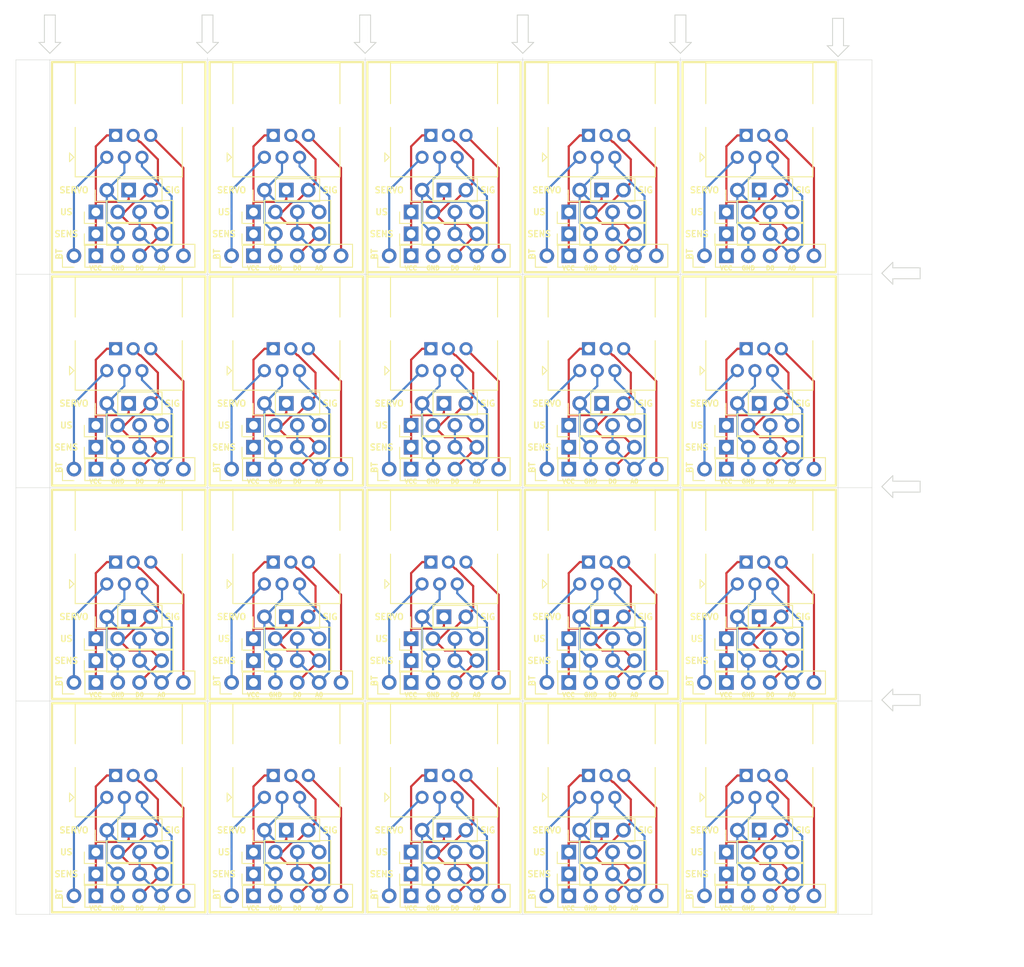
<source format=kicad_pcb>
(kicad_pcb (version 20171130) (host pcbnew 5.1.5+dfsg1-2build2)
  (layers (0 F.Cu signal) (31 B.Cu signal) (34 B.Paste user) (35 F.Paste user) (36 B.SilkS user) (37 F.SilkS user) (38 B.Mask user) (39 F.Mask user) (44 Edge.Cuts user))
  (net 0 "")
  (net 1 /D0)
  (net 2 /GND)
  (net 3 /VCC)
  (net 4 "Net-(J1-Pad6)")
  (net 5 /A0)
  (net 6 "Net-(J1-Pad1)")
  (module Connector_RJ:RJ25_Wayconn_MJEA-660X1_Horizontal (layer F.Cu) (at 143.637 108.585 180)
    (fp_text reference J1 hide)
    (fp_text value RJ9 hide)
    (pad "" np_thru_hole circle (at -8.55 4.84 180) (size 2.3 2.3) (drill 2.3) (layers *.Cu *.Mask))
    (pad "" np_thru_hole circle (at 3.45 4.84 180) (size 2.3 2.3) (drill 2.3) (layers *.Cu *.Mask))
    (pad 6 thru_hole circle (at -5.1 2.54 180) (size 1.52 1.52) (drill 0.9) (layers *.Cu *.Mask) (net 4 "Net-(J1-Pad6)"))
    (pad 5 thru_hole circle (at -4.08 0 180) (size 1.52 1.52) (drill 0.9) (layers *.Cu *.Mask) (net 5 /A0))
    (pad 4 thru_hole circle (at -3.06 2.54 180) (size 1.52 1.52) (drill 0.9) (layers *.Cu *.Mask) (net 1 /D0))
    (pad 3 thru_hole oval (at -2.04 0 180) (size 1.52 1.52) (drill 0.9) (layers *.Cu *.Mask) (net 2 /GND))
    (pad 2 thru_hole rect (at -1.02 2.54 180) (size 1.52 1.52) (drill 0.9) (layers *.Cu *.Mask) (net 3 /VCC))
    (pad 1 thru_hole circle (at 0 0 180) (size 1.52 1.52) (drill 0.9) (layers *.Cu *.Mask) (net 6 "Net-(J1-Pad1)"))
  )
  (module Connector_PinHeader_2.54mm:PinHeader_1x04_P2.54mm_Vertical (layer F.Cu) (at 142.367 114.935 90)
    (fp_text reference J4 hide)
    (fp_text value SR-04 hide)
    (pad 4 thru_hole oval (at 0 7.62 90) (size 1.7 1.7) (drill 1) (layers *.Cu *.Mask) (net 2 /GND))
    (pad 3 thru_hole oval (at 0 5.08 90) (size 1.7 1.7) (drill 1) (layers *.Cu *.Mask) (net 5 /A0))
    (pad 2 thru_hole oval (at 0 2.54 90) (size 1.7 1.7) (drill 1) (layers *.Cu *.Mask) (net 1 /D0))
    (pad 1 thru_hole rect (at 0 0 90) (size 1.7 1.7) (drill 1) (layers *.Cu *.Mask) (net 3 /VCC))
  )
  (module Connector_PinHeader_2.54mm:PinHeader_1x04_P2.54mm_Vertical (layer F.Cu) (at 142.367 65.405 90)
    (fp_text reference J4 hide)
    (fp_text value SR-04 hide)
    (pad 4 thru_hole oval (at 0 7.62 90) (size 1.7 1.7) (drill 1) (layers *.Cu *.Mask) (net 2 /GND))
    (pad 3 thru_hole oval (at 0 5.08 90) (size 1.7 1.7) (drill 1) (layers *.Cu *.Mask) (net 5 /A0))
    (pad 2 thru_hole oval (at 0 2.54 90) (size 1.7 1.7) (drill 1) (layers *.Cu *.Mask) (net 1 /D0))
    (pad 1 thru_hole rect (at 0 0 90) (size 1.7 1.7) (drill 1) (layers *.Cu *.Mask) (net 3 /VCC))
  )
  (module Connector_PinHeader_2.54mm:PinHeader_1x03_P2.54mm_Vertical (layer F.Cu) (at 143.637 87.63 90)
    (fp_text reference J3 hide)
    (fp_text value Servo hide)
    (pad 1 thru_hole circle (at 0 0 90) (size 1.7 1.7) (drill 1) (layers *.Cu *.Mask) (net 2 /GND))
    (pad 2 thru_hole rect (at 0 2.54 90) (size 1.7 1.7) (drill 1) (layers *.Cu *.Mask) (net 3 /VCC))
    (pad 3 thru_hole oval (at 0 5.08 90) (size 1.7 1.7) (drill 1) (layers *.Cu *.Mask) (net 1 /D0))
  )
  (module Connector_PinHeader_2.54mm:PinHeader_1x04_P2.54mm_Vertical (layer F.Cu) (at 142.367 67.945 90)
    (fp_text reference J2 hide)
    (fp_text value Sensor_Azul_BT hide)
    (pad 4 thru_hole oval (at 0 7.62 90) (size 1.7 1.7) (drill 1) (layers *.Cu *.Mask) (net 1 /D0))
    (pad 3 thru_hole oval (at 0 5.08 90) (size 1.7 1.7) (drill 1) (layers *.Cu *.Mask) (net 5 /A0))
    (pad 2 thru_hole oval (at 0 2.54 90) (size 1.7 1.7) (drill 1) (layers *.Cu *.Mask) (net 2 /GND))
    (pad 1 thru_hole rect (at 0 0 90) (size 1.7 1.7) (drill 1) (layers *.Cu *.Mask) (net 3 /VCC))
  )
  (module Connector_PinHeader_2.54mm:PinHeader_1x06_P2.54mm_Vertical (layer F.Cu) (at 139.827 144.78 90)
    (fp_text reference J5 hide)
    (fp_text value BT_Directo hide)
    (pad 1 thru_hole circle (at 0 0 90) (size 1.7 1.7) (drill 1) (layers *.Cu *.Mask) (net 6 "Net-(J1-Pad1)"))
    (pad 2 thru_hole rect (at 0 2.54 90) (size 1.7 1.7) (drill 1) (layers *.Cu *.Mask) (net 3 /VCC))
    (pad 3 thru_hole oval (at 0 5.08 90) (size 1.7 1.7) (drill 1) (layers *.Cu *.Mask) (net 2 /GND))
    (pad 4 thru_hole oval (at 0 7.62 90) (size 1.7 1.7) (drill 1) (layers *.Cu *.Mask) (net 1 /D0))
    (pad 5 thru_hole oval (at 0 10.16 90) (size 1.7 1.7) (drill 1) (layers *.Cu *.Mask) (net 5 /A0))
    (pad 6 thru_hole oval (at 0 12.7 90) (size 1.7 1.7) (drill 1) (layers *.Cu *.Mask) (net 4 "Net-(J1-Pad6)"))
  )
  (module Connector_PinHeader_2.54mm:PinHeader_1x04_P2.54mm_Vertical (layer F.Cu) (at 142.367 117.475 90)
    (fp_text reference J2 hide)
    (fp_text value Sensor_Azul_BT hide)
    (pad 4 thru_hole oval (at 0 7.62 90) (size 1.7 1.7) (drill 1) (layers *.Cu *.Mask) (net 1 /D0))
    (pad 3 thru_hole oval (at 0 5.08 90) (size 1.7 1.7) (drill 1) (layers *.Cu *.Mask) (net 5 /A0))
    (pad 2 thru_hole oval (at 0 2.54 90) (size 1.7 1.7) (drill 1) (layers *.Cu *.Mask) (net 2 /GND))
    (pad 1 thru_hole rect (at 0 0 90) (size 1.7 1.7) (drill 1) (layers *.Cu *.Mask) (net 3 /VCC))
  )
  (module Connector_RJ:RJ25_Wayconn_MJEA-660X1_Horizontal (layer F.Cu) (at 143.637 133.35 180)
    (fp_text reference J1 hide)
    (fp_text value RJ9)
    (pad 1 thru_hole circle (at 0 0 180) (size 1.52 1.52) (drill 0.9) (layers *.Cu *.Mask) (net 6 "Net-(J1-Pad1)"))
    (pad 2 thru_hole rect (at -1.02 2.54 180) (size 1.52 1.52) (drill 0.9) (layers *.Cu *.Mask) (net 3 /VCC))
    (pad 3 thru_hole oval (at -2.04 0 180) (size 1.52 1.52) (drill 0.9) (layers *.Cu *.Mask) (net 2 /GND))
    (pad 4 thru_hole circle (at -3.06 2.54 180) (size 1.52 1.52) (drill 0.9) (layers *.Cu *.Mask) (net 1 /D0))
    (pad 5 thru_hole circle (at -4.08 0 180) (size 1.52 1.52) (drill 0.9) (layers *.Cu *.Mask) (net 5 /A0))
    (pad 6 thru_hole circle (at -5.1 2.54 180) (size 1.52 1.52) (drill 0.9) (layers *.Cu *.Mask) (net 4 "Net-(J1-Pad6)"))
    (pad "" np_thru_hole circle (at 3.45 4.84 180) (size 2.3 2.3) (drill 2.3) (layers *.Cu *.Mask))
    (pad "" np_thru_hole circle (at -8.55 4.84 180) (size 2.3 2.3) (drill 2.3) (layers *.Cu *.Mask))
  )
  (module Connector_PinHeader_2.54mm:PinHeader_1x06_P2.54mm_Vertical (layer F.Cu) (at 139.827 95.25 90)
    (fp_text reference J5 hide)
    (fp_text value BT_Directo hide)
    (pad 1 thru_hole circle (at 0 0 90) (size 1.7 1.7) (drill 1) (layers *.Cu *.Mask) (net 6 "Net-(J1-Pad1)"))
    (pad 2 thru_hole rect (at 0 2.54 90) (size 1.7 1.7) (drill 1) (layers *.Cu *.Mask) (net 3 /VCC))
    (pad 3 thru_hole oval (at 0 5.08 90) (size 1.7 1.7) (drill 1) (layers *.Cu *.Mask) (net 2 /GND))
    (pad 4 thru_hole oval (at 0 7.62 90) (size 1.7 1.7) (drill 1) (layers *.Cu *.Mask) (net 1 /D0))
    (pad 5 thru_hole oval (at 0 10.16 90) (size 1.7 1.7) (drill 1) (layers *.Cu *.Mask) (net 5 /A0))
    (pad 6 thru_hole oval (at 0 12.7 90) (size 1.7 1.7) (drill 1) (layers *.Cu *.Mask) (net 4 "Net-(J1-Pad6)"))
  )
  (module Connector_RJ:RJ25_Wayconn_MJEA-660X1_Horizontal (layer F.Cu) (at 143.637 83.82 180)
    (fp_text reference J1 hide)
    (fp_text value RJ9 hide)
    (pad 1 thru_hole circle (at 0 0 180) (size 1.52 1.52) (drill 0.9) (layers *.Cu *.Mask) (net 6 "Net-(J1-Pad1)"))
    (pad 2 thru_hole rect (at -1.02 2.54 180) (size 1.52 1.52) (drill 0.9) (layers *.Cu *.Mask) (net 3 /VCC))
    (pad 3 thru_hole oval (at -2.04 0 180) (size 1.52 1.52) (drill 0.9) (layers *.Cu *.Mask) (net 2 /GND))
    (pad 4 thru_hole circle (at -3.06 2.54 180) (size 1.52 1.52) (drill 0.9) (layers *.Cu *.Mask) (net 1 /D0))
    (pad 5 thru_hole circle (at -4.08 0 180) (size 1.52 1.52) (drill 0.9) (layers *.Cu *.Mask) (net 5 /A0))
    (pad 6 thru_hole circle (at -5.1 2.54 180) (size 1.52 1.52) (drill 0.9) (layers *.Cu *.Mask) (net 4 "Net-(J1-Pad6)"))
    (pad "" np_thru_hole circle (at 3.45 4.84 180) (size 2.3 2.3) (drill 2.3) (layers *.Cu *.Mask))
    (pad "" np_thru_hole circle (at -8.55 4.84 180) (size 2.3 2.3) (drill 2.3) (layers *.Cu *.Mask))
  )
  (module Connector_PinHeader_2.54mm:PinHeader_1x06_P2.54mm_Vertical (layer F.Cu) (at 139.827 120.015 90)
    (fp_text reference J5 hide)
    (fp_text value BT_Directo hide)
    (pad 6 thru_hole oval (at 0 12.7 90) (size 1.7 1.7) (drill 1) (layers *.Cu *.Mask) (net 4 "Net-(J1-Pad6)"))
    (pad 5 thru_hole oval (at 0 10.16 90) (size 1.7 1.7) (drill 1) (layers *.Cu *.Mask) (net 5 /A0))
    (pad 4 thru_hole oval (at 0 7.62 90) (size 1.7 1.7) (drill 1) (layers *.Cu *.Mask) (net 1 /D0))
    (pad 3 thru_hole oval (at 0 5.08 90) (size 1.7 1.7) (drill 1) (layers *.Cu *.Mask) (net 2 /GND))
    (pad 2 thru_hole rect (at 0 2.54 90) (size 1.7 1.7) (drill 1) (layers *.Cu *.Mask) (net 3 /VCC))
    (pad 1 thru_hole circle (at 0 0 90) (size 1.7 1.7) (drill 1) (layers *.Cu *.Mask) (net 6 "Net-(J1-Pad1)"))
  )
  (module Connector_PinHeader_2.54mm:PinHeader_1x04_P2.54mm_Vertical (layer F.Cu) (at 142.367 139.7 90)
    (fp_text reference J4 hide)
    (fp_text value SR-04 hide)
    (pad 1 thru_hole rect (at 0 0 90) (size 1.7 1.7) (drill 1) (layers *.Cu *.Mask) (net 3 /VCC))
    (pad 2 thru_hole oval (at 0 2.54 90) (size 1.7 1.7) (drill 1) (layers *.Cu *.Mask) (net 1 /D0))
    (pad 3 thru_hole oval (at 0 5.08 90) (size 1.7 1.7) (drill 1) (layers *.Cu *.Mask) (net 5 /A0))
    (pad 4 thru_hole oval (at 0 7.62 90) (size 1.7 1.7) (drill 1) (layers *.Cu *.Mask) (net 2 /GND))
  )
  (module Connector_PinHeader_2.54mm:PinHeader_1x03_P2.54mm_Vertical (layer F.Cu) (at 143.637 137.16 90)
    (fp_text reference J3 hide)
    (fp_text value Servo hide)
    (pad 1 thru_hole circle (at 0 0 90) (size 1.7 1.7) (drill 1) (layers *.Cu *.Mask) (net 2 /GND))
    (pad 2 thru_hole rect (at 0 2.54 90) (size 1.7 1.7) (drill 1) (layers *.Cu *.Mask) (net 3 /VCC))
    (pad 3 thru_hole oval (at 0 5.08 90) (size 1.7 1.7) (drill 1) (layers *.Cu *.Mask) (net 1 /D0))
  )
  (module Connector_PinHeader_2.54mm:PinHeader_1x04_P2.54mm_Vertical (layer F.Cu) (at 142.367 142.24 90)
    (fp_text reference J2 hide)
    (fp_text value Sensor_Azul_BT hide)
    (pad 1 thru_hole rect (at 0 0 90) (size 1.7 1.7) (drill 1) (layers *.Cu *.Mask) (net 3 /VCC))
    (pad 2 thru_hole oval (at 0 2.54 90) (size 1.7 1.7) (drill 1) (layers *.Cu *.Mask) (net 2 /GND))
    (pad 3 thru_hole oval (at 0 5.08 90) (size 1.7 1.7) (drill 1) (layers *.Cu *.Mask) (net 5 /A0))
    (pad 4 thru_hole oval (at 0 7.62 90) (size 1.7 1.7) (drill 1) (layers *.Cu *.Mask) (net 1 /D0))
  )
  (module Connector_PinHeader_2.54mm:PinHeader_1x03_P2.54mm_Vertical (layer F.Cu) (at 143.637 112.395 90)
    (fp_text reference J3 hide)
    (fp_text value Servo hide)
    (pad 3 thru_hole oval (at 0 5.08 90) (size 1.7 1.7) (drill 1) (layers *.Cu *.Mask) (net 1 /D0))
    (pad 2 thru_hole rect (at 0 2.54 90) (size 1.7 1.7) (drill 1) (layers *.Cu *.Mask) (net 3 /VCC))
    (pad 1 thru_hole circle (at 0 0 90) (size 1.7 1.7) (drill 1) (layers *.Cu *.Mask) (net 2 /GND))
  )
  (module Connector_PinHeader_2.54mm:PinHeader_1x04_P2.54mm_Vertical (layer F.Cu) (at 142.367 92.71 90)
    (fp_text reference J2 hide)
    (fp_text value Sensor_Azul_BT hide)
    (pad 1 thru_hole rect (at 0 0 90) (size 1.7 1.7) (drill 1) (layers *.Cu *.Mask) (net 3 /VCC))
    (pad 2 thru_hole oval (at 0 2.54 90) (size 1.7 1.7) (drill 1) (layers *.Cu *.Mask) (net 2 /GND))
    (pad 3 thru_hole oval (at 0 5.08 90) (size 1.7 1.7) (drill 1) (layers *.Cu *.Mask) (net 5 /A0))
    (pad 4 thru_hole oval (at 0 7.62 90) (size 1.7 1.7) (drill 1) (layers *.Cu *.Mask) (net 1 /D0))
  )
  (module Connector_PinHeader_2.54mm:PinHeader_1x06_P2.54mm_Vertical (layer F.Cu) (at 139.827 70.485 90)
    (fp_text reference J5 hide)
    (fp_text value BT_Directo hide)
    (pad 6 thru_hole oval (at 0 12.7 90) (size 1.7 1.7) (drill 1) (layers *.Cu *.Mask) (net 4 "Net-(J1-Pad6)"))
    (pad 5 thru_hole oval (at 0 10.16 90) (size 1.7 1.7) (drill 1) (layers *.Cu *.Mask) (net 5 /A0))
    (pad 4 thru_hole oval (at 0 7.62 90) (size 1.7 1.7) (drill 1) (layers *.Cu *.Mask) (net 1 /D0))
    (pad 3 thru_hole oval (at 0 5.08 90) (size 1.7 1.7) (drill 1) (layers *.Cu *.Mask) (net 2 /GND))
    (pad 2 thru_hole rect (at 0 2.54 90) (size 1.7 1.7) (drill 1) (layers *.Cu *.Mask) (net 3 /VCC))
    (pad 1 thru_hole circle (at 0 0 90) (size 1.7 1.7) (drill 1) (layers *.Cu *.Mask) (net 6 "Net-(J1-Pad1)"))
  )
  (module Connector_RJ:RJ25_Wayconn_MJEA-660X1_Horizontal (layer F.Cu) (at 143.637 59.055 180)
    (fp_text reference J1 hide)
    (fp_text value RJ9 hide)
    (pad "" np_thru_hole circle (at -8.55 4.84 180) (size 2.3 2.3) (drill 2.3) (layers *.Cu *.Mask))
    (pad "" np_thru_hole circle (at 3.45 4.84 180) (size 2.3 2.3) (drill 2.3) (layers *.Cu *.Mask))
    (pad 6 thru_hole circle (at -5.1 2.54 180) (size 1.52 1.52) (drill 0.9) (layers *.Cu *.Mask) (net 4 "Net-(J1-Pad6)"))
    (pad 5 thru_hole circle (at -4.08 0 180) (size 1.52 1.52) (drill 0.9) (layers *.Cu *.Mask) (net 5 /A0))
    (pad 4 thru_hole circle (at -3.06 2.54 180) (size 1.52 1.52) (drill 0.9) (layers *.Cu *.Mask) (net 1 /D0))
    (pad 3 thru_hole oval (at -2.04 0 180) (size 1.52 1.52) (drill 0.9) (layers *.Cu *.Mask) (net 2 /GND))
    (pad 2 thru_hole rect (at -1.02 2.54 180) (size 1.52 1.52) (drill 0.9) (layers *.Cu *.Mask) (net 3 /VCC))
    (pad 1 thru_hole circle (at 0 0 180) (size 1.52 1.52) (drill 0.9) (layers *.Cu *.Mask) (net 6 "Net-(J1-Pad1)"))
  )
  (module Connector_PinHeader_2.54mm:PinHeader_1x04_P2.54mm_Vertical (layer F.Cu) (at 142.367 90.17 90)
    (fp_text reference J4 hide)
    (fp_text value SR-04 hide)
    (pad 1 thru_hole rect (at 0 0 90) (size 1.7 1.7) (drill 1) (layers *.Cu *.Mask) (net 3 /VCC))
    (pad 2 thru_hole oval (at 0 2.54 90) (size 1.7 1.7) (drill 1) (layers *.Cu *.Mask) (net 1 /D0))
    (pad 3 thru_hole oval (at 0 5.08 90) (size 1.7 1.7) (drill 1) (layers *.Cu *.Mask) (net 5 /A0))
    (pad 4 thru_hole oval (at 0 7.62 90) (size 1.7 1.7) (drill 1) (layers *.Cu *.Mask) (net 2 /GND))
  )
  (module Connector_PinHeader_2.54mm:PinHeader_1x03_P2.54mm_Vertical (layer F.Cu) (at 143.637 62.865 90)
    (fp_text reference J3 hide)
    (fp_text value Servo hide)
    (pad 3 thru_hole oval (at 0 5.08 90) (size 1.7 1.7) (drill 1) (layers *.Cu *.Mask) (net 1 /D0))
    (pad 2 thru_hole rect (at 0 2.54 90) (size 1.7 1.7) (drill 1) (layers *.Cu *.Mask) (net 3 /VCC))
    (pad 1 thru_hole circle (at 0 0 90) (size 1.7 1.7) (drill 1) (layers *.Cu *.Mask) (net 2 /GND))
  )
  (module Connector_PinHeader_2.54mm:PinHeader_1x04_P2.54mm_Vertical (layer F.Cu) (at 124.079 114.935 90)
    (fp_text reference J4 hide)
    (fp_text value SR-04 hide)
    (pad 1 thru_hole rect (at 0 0 90) (size 1.7 1.7) (drill 1) (layers *.Cu *.Mask) (net 3 /VCC))
    (pad 2 thru_hole oval (at 0 2.54 90) (size 1.7 1.7) (drill 1) (layers *.Cu *.Mask) (net 1 /D0))
    (pad 3 thru_hole oval (at 0 5.08 90) (size 1.7 1.7) (drill 1) (layers *.Cu *.Mask) (net 5 /A0))
    (pad 4 thru_hole oval (at 0 7.62 90) (size 1.7 1.7) (drill 1) (layers *.Cu *.Mask) (net 2 /GND))
  )
  (module Connector_PinHeader_2.54mm:PinHeader_1x03_P2.54mm_Vertical (layer F.Cu) (at 125.349 137.16 90)
    (fp_text reference J3 hide)
    (fp_text value Servo hide)
    (pad 3 thru_hole oval (at 0 5.08 90) (size 1.7 1.7) (drill 1) (layers *.Cu *.Mask) (net 1 /D0))
    (pad 2 thru_hole rect (at 0 2.54 90) (size 1.7 1.7) (drill 1) (layers *.Cu *.Mask) (net 3 /VCC))
    (pad 1 thru_hole circle (at 0 0 90) (size 1.7 1.7) (drill 1) (layers *.Cu *.Mask) (net 2 /GND))
  )
  (module Connector_PinHeader_2.54mm:PinHeader_1x04_P2.54mm_Vertical (layer F.Cu) (at 124.079 67.945 90)
    (fp_text reference J2 hide)
    (fp_text value Sensor_Azul_BT hide)
    (pad 1 thru_hole rect (at 0 0 90) (size 1.7 1.7) (drill 1) (layers *.Cu *.Mask) (net 3 /VCC))
    (pad 2 thru_hole oval (at 0 2.54 90) (size 1.7 1.7) (drill 1) (layers *.Cu *.Mask) (net 2 /GND))
    (pad 3 thru_hole oval (at 0 5.08 90) (size 1.7 1.7) (drill 1) (layers *.Cu *.Mask) (net 5 /A0))
    (pad 4 thru_hole oval (at 0 7.62 90) (size 1.7 1.7) (drill 1) (layers *.Cu *.Mask) (net 1 /D0))
  )
  (module Connector_PinHeader_2.54mm:PinHeader_1x03_P2.54mm_Vertical (layer F.Cu) (at 125.349 62.865 90)
    (fp_text reference J3 hide)
    (fp_text value Servo hide)
    (pad 1 thru_hole circle (at 0 0 90) (size 1.7 1.7) (drill 1) (layers *.Cu *.Mask) (net 2 /GND))
    (pad 2 thru_hole rect (at 0 2.54 90) (size 1.7 1.7) (drill 1) (layers *.Cu *.Mask) (net 3 /VCC))
    (pad 3 thru_hole oval (at 0 5.08 90) (size 1.7 1.7) (drill 1) (layers *.Cu *.Mask) (net 1 /D0))
  )
  (module Connector_PinHeader_2.54mm:PinHeader_1x04_P2.54mm_Vertical (layer F.Cu) (at 124.079 142.24 90)
    (fp_text reference J2 hide)
    (fp_text value Sensor_Azul_BT hide)
    (pad 4 thru_hole oval (at 0 7.62 90) (size 1.7 1.7) (drill 1) (layers *.Cu *.Mask) (net 1 /D0))
    (pad 3 thru_hole oval (at 0 5.08 90) (size 1.7 1.7) (drill 1) (layers *.Cu *.Mask) (net 5 /A0))
    (pad 2 thru_hole oval (at 0 2.54 90) (size 1.7 1.7) (drill 1) (layers *.Cu *.Mask) (net 2 /GND))
    (pad 1 thru_hole rect (at 0 0 90) (size 1.7 1.7) (drill 1) (layers *.Cu *.Mask) (net 3 /VCC))
  )
  (module Connector_RJ:RJ25_Wayconn_MJEA-660X1_Horizontal (layer F.Cu) (at 125.349 133.35 180)
    (fp_text reference J1 hide)
    (fp_text value RJ9)
    (pad "" np_thru_hole circle (at -8.55 4.84 180) (size 2.3 2.3) (drill 2.3) (layers *.Cu *.Mask))
    (pad "" np_thru_hole circle (at 3.45 4.84 180) (size 2.3 2.3) (drill 2.3) (layers *.Cu *.Mask))
    (pad 6 thru_hole circle (at -5.1 2.54 180) (size 1.52 1.52) (drill 0.9) (layers *.Cu *.Mask) (net 4 "Net-(J1-Pad6)"))
    (pad 5 thru_hole circle (at -4.08 0 180) (size 1.52 1.52) (drill 0.9) (layers *.Cu *.Mask) (net 5 /A0))
    (pad 4 thru_hole circle (at -3.06 2.54 180) (size 1.52 1.52) (drill 0.9) (layers *.Cu *.Mask) (net 1 /D0))
    (pad 3 thru_hole oval (at -2.04 0 180) (size 1.52 1.52) (drill 0.9) (layers *.Cu *.Mask) (net 2 /GND))
    (pad 2 thru_hole rect (at -1.02 2.54 180) (size 1.52 1.52) (drill 0.9) (layers *.Cu *.Mask) (net 3 /VCC))
    (pad 1 thru_hole circle (at 0 0 180) (size 1.52 1.52) (drill 0.9) (layers *.Cu *.Mask) (net 6 "Net-(J1-Pad1)"))
  )
  (module Connector_PinHeader_2.54mm:PinHeader_1x04_P2.54mm_Vertical (layer F.Cu) (at 124.079 90.17 90)
    (fp_text reference J4 hide)
    (fp_text value SR-04 hide)
    (pad 4 thru_hole oval (at 0 7.62 90) (size 1.7 1.7) (drill 1) (layers *.Cu *.Mask) (net 2 /GND))
    (pad 3 thru_hole oval (at 0 5.08 90) (size 1.7 1.7) (drill 1) (layers *.Cu *.Mask) (net 5 /A0))
    (pad 2 thru_hole oval (at 0 2.54 90) (size 1.7 1.7) (drill 1) (layers *.Cu *.Mask) (net 1 /D0))
    (pad 1 thru_hole rect (at 0 0 90) (size 1.7 1.7) (drill 1) (layers *.Cu *.Mask) (net 3 /VCC))
  )
  (module Connector_PinHeader_2.54mm:PinHeader_1x04_P2.54mm_Vertical (layer F.Cu) (at 124.079 117.475 90)
    (fp_text reference J2 hide)
    (fp_text value Sensor_Azul_BT hide)
    (pad 1 thru_hole rect (at 0 0 90) (size 1.7 1.7) (drill 1) (layers *.Cu *.Mask) (net 3 /VCC))
    (pad 2 thru_hole oval (at 0 2.54 90) (size 1.7 1.7) (drill 1) (layers *.Cu *.Mask) (net 2 /GND))
    (pad 3 thru_hole oval (at 0 5.08 90) (size 1.7 1.7) (drill 1) (layers *.Cu *.Mask) (net 5 /A0))
    (pad 4 thru_hole oval (at 0 7.62 90) (size 1.7 1.7) (drill 1) (layers *.Cu *.Mask) (net 1 /D0))
  )
  (module Connector_PinHeader_2.54mm:PinHeader_1x06_P2.54mm_Vertical (layer F.Cu) (at 121.539 70.485 90)
    (fp_text reference J5 hide)
    (fp_text value BT_Directo hide)
    (pad 1 thru_hole circle (at 0 0 90) (size 1.7 1.7) (drill 1) (layers *.Cu *.Mask) (net 6 "Net-(J1-Pad1)"))
    (pad 2 thru_hole rect (at 0 2.54 90) (size 1.7 1.7) (drill 1) (layers *.Cu *.Mask) (net 3 /VCC))
    (pad 3 thru_hole oval (at 0 5.08 90) (size 1.7 1.7) (drill 1) (layers *.Cu *.Mask) (net 2 /GND))
    (pad 4 thru_hole oval (at 0 7.62 90) (size 1.7 1.7) (drill 1) (layers *.Cu *.Mask) (net 1 /D0))
    (pad 5 thru_hole oval (at 0 10.16 90) (size 1.7 1.7) (drill 1) (layers *.Cu *.Mask) (net 5 /A0))
    (pad 6 thru_hole oval (at 0 12.7 90) (size 1.7 1.7) (drill 1) (layers *.Cu *.Mask) (net 4 "Net-(J1-Pad6)"))
  )
  (module Connector_PinHeader_2.54mm:PinHeader_1x06_P2.54mm_Vertical (layer F.Cu) (at 121.539 120.015 90)
    (fp_text reference J5 hide)
    (fp_text value BT_Directo hide)
    (pad 1 thru_hole circle (at 0 0 90) (size 1.7 1.7) (drill 1) (layers *.Cu *.Mask) (net 6 "Net-(J1-Pad1)"))
    (pad 2 thru_hole rect (at 0 2.54 90) (size 1.7 1.7) (drill 1) (layers *.Cu *.Mask) (net 3 /VCC))
    (pad 3 thru_hole oval (at 0 5.08 90) (size 1.7 1.7) (drill 1) (layers *.Cu *.Mask) (net 2 /GND))
    (pad 4 thru_hole oval (at 0 7.62 90) (size 1.7 1.7) (drill 1) (layers *.Cu *.Mask) (net 1 /D0))
    (pad 5 thru_hole oval (at 0 10.16 90) (size 1.7 1.7) (drill 1) (layers *.Cu *.Mask) (net 5 /A0))
    (pad 6 thru_hole oval (at 0 12.7 90) (size 1.7 1.7) (drill 1) (layers *.Cu *.Mask) (net 4 "Net-(J1-Pad6)"))
  )
  (module Connector_RJ:RJ25_Wayconn_MJEA-660X1_Horizontal (layer F.Cu) (at 125.349 59.055 180)
    (fp_text reference J1 hide)
    (fp_text value RJ9 hide)
    (pad 1 thru_hole circle (at 0 0 180) (size 1.52 1.52) (drill 0.9) (layers *.Cu *.Mask) (net 6 "Net-(J1-Pad1)"))
    (pad 2 thru_hole rect (at -1.02 2.54 180) (size 1.52 1.52) (drill 0.9) (layers *.Cu *.Mask) (net 3 /VCC))
    (pad 3 thru_hole oval (at -2.04 0 180) (size 1.52 1.52) (drill 0.9) (layers *.Cu *.Mask) (net 2 /GND))
    (pad 4 thru_hole circle (at -3.06 2.54 180) (size 1.52 1.52) (drill 0.9) (layers *.Cu *.Mask) (net 1 /D0))
    (pad 5 thru_hole circle (at -4.08 0 180) (size 1.52 1.52) (drill 0.9) (layers *.Cu *.Mask) (net 5 /A0))
    (pad 6 thru_hole circle (at -5.1 2.54 180) (size 1.52 1.52) (drill 0.9) (layers *.Cu *.Mask) (net 4 "Net-(J1-Pad6)"))
    (pad "" np_thru_hole circle (at 3.45 4.84 180) (size 2.3 2.3) (drill 2.3) (layers *.Cu *.Mask))
    (pad "" np_thru_hole circle (at -8.55 4.84 180) (size 2.3 2.3) (drill 2.3) (layers *.Cu *.Mask))
  )
  (module Connector_PinHeader_2.54mm:PinHeader_1x04_P2.54mm_Vertical (layer F.Cu) (at 124.079 139.7 90)
    (fp_text reference J4 hide)
    (fp_text value SR-04 hide)
    (pad 4 thru_hole oval (at 0 7.62 90) (size 1.7 1.7) (drill 1) (layers *.Cu *.Mask) (net 2 /GND))
    (pad 3 thru_hole oval (at 0 5.08 90) (size 1.7 1.7) (drill 1) (layers *.Cu *.Mask) (net 5 /A0))
    (pad 2 thru_hole oval (at 0 2.54 90) (size 1.7 1.7) (drill 1) (layers *.Cu *.Mask) (net 1 /D0))
    (pad 1 thru_hole rect (at 0 0 90) (size 1.7 1.7) (drill 1) (layers *.Cu *.Mask) (net 3 /VCC))
  )
  (module Connector_RJ:RJ25_Wayconn_MJEA-660X1_Horizontal (layer F.Cu) (at 125.349 83.82 180)
    (fp_text reference J1 hide)
    (fp_text value RJ9 hide)
    (pad "" np_thru_hole circle (at -8.55 4.84 180) (size 2.3 2.3) (drill 2.3) (layers *.Cu *.Mask))
    (pad "" np_thru_hole circle (at 3.45 4.84 180) (size 2.3 2.3) (drill 2.3) (layers *.Cu *.Mask))
    (pad 6 thru_hole circle (at -5.1 2.54 180) (size 1.52 1.52) (drill 0.9) (layers *.Cu *.Mask) (net 4 "Net-(J1-Pad6)"))
    (pad 5 thru_hole circle (at -4.08 0 180) (size 1.52 1.52) (drill 0.9) (layers *.Cu *.Mask) (net 5 /A0))
    (pad 4 thru_hole circle (at -3.06 2.54 180) (size 1.52 1.52) (drill 0.9) (layers *.Cu *.Mask) (net 1 /D0))
    (pad 3 thru_hole oval (at -2.04 0 180) (size 1.52 1.52) (drill 0.9) (layers *.Cu *.Mask) (net 2 /GND))
    (pad 2 thru_hole rect (at -1.02 2.54 180) (size 1.52 1.52) (drill 0.9) (layers *.Cu *.Mask) (net 3 /VCC))
    (pad 1 thru_hole circle (at 0 0 180) (size 1.52 1.52) (drill 0.9) (layers *.Cu *.Mask) (net 6 "Net-(J1-Pad1)"))
  )
  (module Connector_RJ:RJ25_Wayconn_MJEA-660X1_Horizontal (layer F.Cu) (at 125.349 108.585 180)
    (fp_text reference J1 hide)
    (fp_text value RJ9 hide)
    (pad 1 thru_hole circle (at 0 0 180) (size 1.52 1.52) (drill 0.9) (layers *.Cu *.Mask) (net 6 "Net-(J1-Pad1)"))
    (pad 2 thru_hole rect (at -1.02 2.54 180) (size 1.52 1.52) (drill 0.9) (layers *.Cu *.Mask) (net 3 /VCC))
    (pad 3 thru_hole oval (at -2.04 0 180) (size 1.52 1.52) (drill 0.9) (layers *.Cu *.Mask) (net 2 /GND))
    (pad 4 thru_hole circle (at -3.06 2.54 180) (size 1.52 1.52) (drill 0.9) (layers *.Cu *.Mask) (net 1 /D0))
    (pad 5 thru_hole circle (at -4.08 0 180) (size 1.52 1.52) (drill 0.9) (layers *.Cu *.Mask) (net 5 /A0))
    (pad 6 thru_hole circle (at -5.1 2.54 180) (size 1.52 1.52) (drill 0.9) (layers *.Cu *.Mask) (net 4 "Net-(J1-Pad6)"))
    (pad "" np_thru_hole circle (at 3.45 4.84 180) (size 2.3 2.3) (drill 2.3) (layers *.Cu *.Mask))
    (pad "" np_thru_hole circle (at -8.55 4.84 180) (size 2.3 2.3) (drill 2.3) (layers *.Cu *.Mask))
  )
  (module Connector_PinHeader_2.54mm:PinHeader_1x06_P2.54mm_Vertical (layer F.Cu) (at 121.539 95.25 90)
    (fp_text reference J5 hide)
    (fp_text value BT_Directo hide)
    (pad 6 thru_hole oval (at 0 12.7 90) (size 1.7 1.7) (drill 1) (layers *.Cu *.Mask) (net 4 "Net-(J1-Pad6)"))
    (pad 5 thru_hole oval (at 0 10.16 90) (size 1.7 1.7) (drill 1) (layers *.Cu *.Mask) (net 5 /A0))
    (pad 4 thru_hole oval (at 0 7.62 90) (size 1.7 1.7) (drill 1) (layers *.Cu *.Mask) (net 1 /D0))
    (pad 3 thru_hole oval (at 0 5.08 90) (size 1.7 1.7) (drill 1) (layers *.Cu *.Mask) (net 2 /GND))
    (pad 2 thru_hole rect (at 0 2.54 90) (size 1.7 1.7) (drill 1) (layers *.Cu *.Mask) (net 3 /VCC))
    (pad 1 thru_hole circle (at 0 0 90) (size 1.7 1.7) (drill 1) (layers *.Cu *.Mask) (net 6 "Net-(J1-Pad1)"))
  )
  (module Connector_PinHeader_2.54mm:PinHeader_1x03_P2.54mm_Vertical (layer F.Cu) (at 125.349 87.63 90)
    (fp_text reference J3 hide)
    (fp_text value Servo hide)
    (pad 3 thru_hole oval (at 0 5.08 90) (size 1.7 1.7) (drill 1) (layers *.Cu *.Mask) (net 1 /D0))
    (pad 2 thru_hole rect (at 0 2.54 90) (size 1.7 1.7) (drill 1) (layers *.Cu *.Mask) (net 3 /VCC))
    (pad 1 thru_hole circle (at 0 0 90) (size 1.7 1.7) (drill 1) (layers *.Cu *.Mask) (net 2 /GND))
  )
  (module Connector_PinHeader_2.54mm:PinHeader_1x06_P2.54mm_Vertical (layer F.Cu) (at 121.539 144.78 90)
    (fp_text reference J5 hide)
    (fp_text value BT_Directo hide)
    (pad 6 thru_hole oval (at 0 12.7 90) (size 1.7 1.7) (drill 1) (layers *.Cu *.Mask) (net 4 "Net-(J1-Pad6)"))
    (pad 5 thru_hole oval (at 0 10.16 90) (size 1.7 1.7) (drill 1) (layers *.Cu *.Mask) (net 5 /A0))
    (pad 4 thru_hole oval (at 0 7.62 90) (size 1.7 1.7) (drill 1) (layers *.Cu *.Mask) (net 1 /D0))
    (pad 3 thru_hole oval (at 0 5.08 90) (size 1.7 1.7) (drill 1) (layers *.Cu *.Mask) (net 2 /GND))
    (pad 2 thru_hole rect (at 0 2.54 90) (size 1.7 1.7) (drill 1) (layers *.Cu *.Mask) (net 3 /VCC))
    (pad 1 thru_hole circle (at 0 0 90) (size 1.7 1.7) (drill 1) (layers *.Cu *.Mask) (net 6 "Net-(J1-Pad1)"))
  )
  (module Connector_PinHeader_2.54mm:PinHeader_1x04_P2.54mm_Vertical (layer F.Cu) (at 124.079 92.71 90)
    (fp_text reference J2 hide)
    (fp_text value Sensor_Azul_BT hide)
    (pad 4 thru_hole oval (at 0 7.62 90) (size 1.7 1.7) (drill 1) (layers *.Cu *.Mask) (net 1 /D0))
    (pad 3 thru_hole oval (at 0 5.08 90) (size 1.7 1.7) (drill 1) (layers *.Cu *.Mask) (net 5 /A0))
    (pad 2 thru_hole oval (at 0 2.54 90) (size 1.7 1.7) (drill 1) (layers *.Cu *.Mask) (net 2 /GND))
    (pad 1 thru_hole rect (at 0 0 90) (size 1.7 1.7) (drill 1) (layers *.Cu *.Mask) (net 3 /VCC))
  )
  (module Connector_PinHeader_2.54mm:PinHeader_1x03_P2.54mm_Vertical (layer F.Cu) (at 125.349 112.395 90)
    (fp_text reference J3 hide)
    (fp_text value Servo hide)
    (pad 1 thru_hole circle (at 0 0 90) (size 1.7 1.7) (drill 1) (layers *.Cu *.Mask) (net 2 /GND))
    (pad 2 thru_hole rect (at 0 2.54 90) (size 1.7 1.7) (drill 1) (layers *.Cu *.Mask) (net 3 /VCC))
    (pad 3 thru_hole oval (at 0 5.08 90) (size 1.7 1.7) (drill 1) (layers *.Cu *.Mask) (net 1 /D0))
  )
  (module Connector_PinHeader_2.54mm:PinHeader_1x04_P2.54mm_Vertical (layer F.Cu) (at 124.079 65.405 90)
    (fp_text reference J4 hide)
    (fp_text value SR-04 hide)
    (pad 1 thru_hole rect (at 0 0 90) (size 1.7 1.7) (drill 1) (layers *.Cu *.Mask) (net 3 /VCC))
    (pad 2 thru_hole oval (at 0 2.54 90) (size 1.7 1.7) (drill 1) (layers *.Cu *.Mask) (net 1 /D0))
    (pad 3 thru_hole oval (at 0 5.08 90) (size 1.7 1.7) (drill 1) (layers *.Cu *.Mask) (net 5 /A0))
    (pad 4 thru_hole oval (at 0 7.62 90) (size 1.7 1.7) (drill 1) (layers *.Cu *.Mask) (net 2 /GND))
  )
  (module Connector_PinHeader_2.54mm:PinHeader_1x04_P2.54mm_Vertical (layer F.Cu) (at 105.791 139.7 90)
    (fp_text reference J4 hide)
    (fp_text value SR-04 hide)
    (pad 1 thru_hole rect (at 0 0 90) (size 1.7 1.7) (drill 1) (layers *.Cu *.Mask) (net 3 /VCC))
    (pad 2 thru_hole oval (at 0 2.54 90) (size 1.7 1.7) (drill 1) (layers *.Cu *.Mask) (net 1 /D0))
    (pad 3 thru_hole oval (at 0 5.08 90) (size 1.7 1.7) (drill 1) (layers *.Cu *.Mask) (net 5 /A0))
    (pad 4 thru_hole oval (at 0 7.62 90) (size 1.7 1.7) (drill 1) (layers *.Cu *.Mask) (net 2 /GND))
  )
  (module Connector_PinHeader_2.54mm:PinHeader_1x04_P2.54mm_Vertical (layer F.Cu) (at 105.791 67.945 90)
    (fp_text reference J2 hide)
    (fp_text value Sensor_Azul_BT hide)
    (pad 4 thru_hole oval (at 0 7.62 90) (size 1.7 1.7) (drill 1) (layers *.Cu *.Mask) (net 1 /D0))
    (pad 3 thru_hole oval (at 0 5.08 90) (size 1.7 1.7) (drill 1) (layers *.Cu *.Mask) (net 5 /A0))
    (pad 2 thru_hole oval (at 0 2.54 90) (size 1.7 1.7) (drill 1) (layers *.Cu *.Mask) (net 2 /GND))
    (pad 1 thru_hole rect (at 0 0 90) (size 1.7 1.7) (drill 1) (layers *.Cu *.Mask) (net 3 /VCC))
  )
  (module Connector_PinHeader_2.54mm:PinHeader_1x03_P2.54mm_Vertical (layer F.Cu) (at 107.061 62.865 90)
    (fp_text reference J3 hide)
    (fp_text value Servo hide)
    (pad 3 thru_hole oval (at 0 5.08 90) (size 1.7 1.7) (drill 1) (layers *.Cu *.Mask) (net 1 /D0))
    (pad 2 thru_hole rect (at 0 2.54 90) (size 1.7 1.7) (drill 1) (layers *.Cu *.Mask) (net 3 /VCC))
    (pad 1 thru_hole circle (at 0 0 90) (size 1.7 1.7) (drill 1) (layers *.Cu *.Mask) (net 2 /GND))
  )
  (module Connector_RJ:RJ25_Wayconn_MJEA-660X1_Horizontal (layer F.Cu) (at 107.061 108.585 180)
    (fp_text reference J1 hide)
    (fp_text value RJ9 hide)
    (pad "" np_thru_hole circle (at -8.55 4.84 180) (size 2.3 2.3) (drill 2.3) (layers *.Cu *.Mask))
    (pad "" np_thru_hole circle (at 3.45 4.84 180) (size 2.3 2.3) (drill 2.3) (layers *.Cu *.Mask))
    (pad 6 thru_hole circle (at -5.1 2.54 180) (size 1.52 1.52) (drill 0.9) (layers *.Cu *.Mask) (net 4 "Net-(J1-Pad6)"))
    (pad 5 thru_hole circle (at -4.08 0 180) (size 1.52 1.52) (drill 0.9) (layers *.Cu *.Mask) (net 5 /A0))
    (pad 4 thru_hole circle (at -3.06 2.54 180) (size 1.52 1.52) (drill 0.9) (layers *.Cu *.Mask) (net 1 /D0))
    (pad 3 thru_hole oval (at -2.04 0 180) (size 1.52 1.52) (drill 0.9) (layers *.Cu *.Mask) (net 2 /GND))
    (pad 2 thru_hole rect (at -1.02 2.54 180) (size 1.52 1.52) (drill 0.9) (layers *.Cu *.Mask) (net 3 /VCC))
    (pad 1 thru_hole circle (at 0 0 180) (size 1.52 1.52) (drill 0.9) (layers *.Cu *.Mask) (net 6 "Net-(J1-Pad1)"))
  )
  (module Connector_PinHeader_2.54mm:PinHeader_1x04_P2.54mm_Vertical (layer F.Cu) (at 105.791 117.475 90)
    (fp_text reference J2 hide)
    (fp_text value Sensor_Azul_BT hide)
    (pad 4 thru_hole oval (at 0 7.62 90) (size 1.7 1.7) (drill 1) (layers *.Cu *.Mask) (net 1 /D0))
    (pad 3 thru_hole oval (at 0 5.08 90) (size 1.7 1.7) (drill 1) (layers *.Cu *.Mask) (net 5 /A0))
    (pad 2 thru_hole oval (at 0 2.54 90) (size 1.7 1.7) (drill 1) (layers *.Cu *.Mask) (net 2 /GND))
    (pad 1 thru_hole rect (at 0 0 90) (size 1.7 1.7) (drill 1) (layers *.Cu *.Mask) (net 3 /VCC))
  )
  (module Connector_RJ:RJ25_Wayconn_MJEA-660X1_Horizontal (layer F.Cu) (at 107.061 83.82 180)
    (fp_text reference J1 hide)
    (fp_text value RJ9 hide)
    (pad 1 thru_hole circle (at 0 0 180) (size 1.52 1.52) (drill 0.9) (layers *.Cu *.Mask) (net 6 "Net-(J1-Pad1)"))
    (pad 2 thru_hole rect (at -1.02 2.54 180) (size 1.52 1.52) (drill 0.9) (layers *.Cu *.Mask) (net 3 /VCC))
    (pad 3 thru_hole oval (at -2.04 0 180) (size 1.52 1.52) (drill 0.9) (layers *.Cu *.Mask) (net 2 /GND))
    (pad 4 thru_hole circle (at -3.06 2.54 180) (size 1.52 1.52) (drill 0.9) (layers *.Cu *.Mask) (net 1 /D0))
    (pad 5 thru_hole circle (at -4.08 0 180) (size 1.52 1.52) (drill 0.9) (layers *.Cu *.Mask) (net 5 /A0))
    (pad 6 thru_hole circle (at -5.1 2.54 180) (size 1.52 1.52) (drill 0.9) (layers *.Cu *.Mask) (net 4 "Net-(J1-Pad6)"))
    (pad "" np_thru_hole circle (at 3.45 4.84 180) (size 2.3 2.3) (drill 2.3) (layers *.Cu *.Mask))
    (pad "" np_thru_hole circle (at -8.55 4.84 180) (size 2.3 2.3) (drill 2.3) (layers *.Cu *.Mask))
  )
  (module Connector_PinHeader_2.54mm:PinHeader_1x03_P2.54mm_Vertical (layer F.Cu) (at 107.061 87.63 90)
    (fp_text reference J3 hide)
    (fp_text value Servo hide)
    (pad 1 thru_hole circle (at 0 0 90) (size 1.7 1.7) (drill 1) (layers *.Cu *.Mask) (net 2 /GND))
    (pad 2 thru_hole rect (at 0 2.54 90) (size 1.7 1.7) (drill 1) (layers *.Cu *.Mask) (net 3 /VCC))
    (pad 3 thru_hole oval (at 0 5.08 90) (size 1.7 1.7) (drill 1) (layers *.Cu *.Mask) (net 1 /D0))
  )
  (module Connector_PinHeader_2.54mm:PinHeader_1x04_P2.54mm_Vertical (layer F.Cu) (at 105.791 92.71 90)
    (fp_text reference J2 hide)
    (fp_text value Sensor_Azul_BT hide)
    (pad 1 thru_hole rect (at 0 0 90) (size 1.7 1.7) (drill 1) (layers *.Cu *.Mask) (net 3 /VCC))
    (pad 2 thru_hole oval (at 0 2.54 90) (size 1.7 1.7) (drill 1) (layers *.Cu *.Mask) (net 2 /GND))
    (pad 3 thru_hole oval (at 0 5.08 90) (size 1.7 1.7) (drill 1) (layers *.Cu *.Mask) (net 5 /A0))
    (pad 4 thru_hole oval (at 0 7.62 90) (size 1.7 1.7) (drill 1) (layers *.Cu *.Mask) (net 1 /D0))
  )
  (module Connector_PinHeader_2.54mm:PinHeader_1x04_P2.54mm_Vertical (layer F.Cu) (at 105.791 142.24 90)
    (fp_text reference J2 hide)
    (fp_text value Sensor_Azul_BT hide)
    (pad 1 thru_hole rect (at 0 0 90) (size 1.7 1.7) (drill 1) (layers *.Cu *.Mask) (net 3 /VCC))
    (pad 2 thru_hole oval (at 0 2.54 90) (size 1.7 1.7) (drill 1) (layers *.Cu *.Mask) (net 2 /GND))
    (pad 3 thru_hole oval (at 0 5.08 90) (size 1.7 1.7) (drill 1) (layers *.Cu *.Mask) (net 5 /A0))
    (pad 4 thru_hole oval (at 0 7.62 90) (size 1.7 1.7) (drill 1) (layers *.Cu *.Mask) (net 1 /D0))
  )
  (module Connector_RJ:RJ25_Wayconn_MJEA-660X1_Horizontal (layer F.Cu) (at 107.061 59.055 180)
    (fp_text reference J1 hide)
    (fp_text value RJ9 hide)
    (pad "" np_thru_hole circle (at -8.55 4.84 180) (size 2.3 2.3) (drill 2.3) (layers *.Cu *.Mask))
    (pad "" np_thru_hole circle (at 3.45 4.84 180) (size 2.3 2.3) (drill 2.3) (layers *.Cu *.Mask))
    (pad 6 thru_hole circle (at -5.1 2.54 180) (size 1.52 1.52) (drill 0.9) (layers *.Cu *.Mask) (net 4 "Net-(J1-Pad6)"))
    (pad 5 thru_hole circle (at -4.08 0 180) (size 1.52 1.52) (drill 0.9) (layers *.Cu *.Mask) (net 5 /A0))
    (pad 4 thru_hole circle (at -3.06 2.54 180) (size 1.52 1.52) (drill 0.9) (layers *.Cu *.Mask) (net 1 /D0))
    (pad 3 thru_hole oval (at -2.04 0 180) (size 1.52 1.52) (drill 0.9) (layers *.Cu *.Mask) (net 2 /GND))
    (pad 2 thru_hole rect (at -1.02 2.54 180) (size 1.52 1.52) (drill 0.9) (layers *.Cu *.Mask) (net 3 /VCC))
    (pad 1 thru_hole circle (at 0 0 180) (size 1.52 1.52) (drill 0.9) (layers *.Cu *.Mask) (net 6 "Net-(J1-Pad1)"))
  )
  (module Connector_PinHeader_2.54mm:PinHeader_1x06_P2.54mm_Vertical (layer F.Cu) (at 103.251 70.485 90)
    (fp_text reference J5 hide)
    (fp_text value BT_Directo hide)
    (pad 6 thru_hole oval (at 0 12.7 90) (size 1.7 1.7) (drill 1) (layers *.Cu *.Mask) (net 4 "Net-(J1-Pad6)"))
    (pad 5 thru_hole oval (at 0 10.16 90) (size 1.7 1.7) (drill 1) (layers *.Cu *.Mask) (net 5 /A0))
    (pad 4 thru_hole oval (at 0 7.62 90) (size 1.7 1.7) (drill 1) (layers *.Cu *.Mask) (net 1 /D0))
    (pad 3 thru_hole oval (at 0 5.08 90) (size 1.7 1.7) (drill 1) (layers *.Cu *.Mask) (net 2 /GND))
    (pad 2 thru_hole rect (at 0 2.54 90) (size 1.7 1.7) (drill 1) (layers *.Cu *.Mask) (net 3 /VCC))
    (pad 1 thru_hole circle (at 0 0 90) (size 1.7 1.7) (drill 1) (layers *.Cu *.Mask) (net 6 "Net-(J1-Pad1)"))
  )
  (module Connector_PinHeader_2.54mm:PinHeader_1x06_P2.54mm_Vertical (layer F.Cu) (at 103.251 95.25 90)
    (fp_text reference J5 hide)
    (fp_text value BT_Directo hide)
    (pad 1 thru_hole circle (at 0 0 90) (size 1.7 1.7) (drill 1) (layers *.Cu *.Mask) (net 6 "Net-(J1-Pad1)"))
    (pad 2 thru_hole rect (at 0 2.54 90) (size 1.7 1.7) (drill 1) (layers *.Cu *.Mask) (net 3 /VCC))
    (pad 3 thru_hole oval (at 0 5.08 90) (size 1.7 1.7) (drill 1) (layers *.Cu *.Mask) (net 2 /GND))
    (pad 4 thru_hole oval (at 0 7.62 90) (size 1.7 1.7) (drill 1) (layers *.Cu *.Mask) (net 1 /D0))
    (pad 5 thru_hole oval (at 0 10.16 90) (size 1.7 1.7) (drill 1) (layers *.Cu *.Mask) (net 5 /A0))
    (pad 6 thru_hole oval (at 0 12.7 90) (size 1.7 1.7) (drill 1) (layers *.Cu *.Mask) (net 4 "Net-(J1-Pad6)"))
  )
  (module Connector_PinHeader_2.54mm:PinHeader_1x04_P2.54mm_Vertical (layer F.Cu) (at 105.791 90.17 90)
    (fp_text reference J4 hide)
    (fp_text value SR-04 hide)
    (pad 1 thru_hole rect (at 0 0 90) (size 1.7 1.7) (drill 1) (layers *.Cu *.Mask) (net 3 /VCC))
    (pad 2 thru_hole oval (at 0 2.54 90) (size 1.7 1.7) (drill 1) (layers *.Cu *.Mask) (net 1 /D0))
    (pad 3 thru_hole oval (at 0 5.08 90) (size 1.7 1.7) (drill 1) (layers *.Cu *.Mask) (net 5 /A0))
    (pad 4 thru_hole oval (at 0 7.62 90) (size 1.7 1.7) (drill 1) (layers *.Cu *.Mask) (net 2 /GND))
  )
  (module Connector_RJ:RJ25_Wayconn_MJEA-660X1_Horizontal (layer F.Cu) (at 107.061 133.35 180)
    (fp_text reference J1 hide)
    (fp_text value RJ9)
    (pad 1 thru_hole circle (at 0 0 180) (size 1.52 1.52) (drill 0.9) (layers *.Cu *.Mask) (net 6 "Net-(J1-Pad1)"))
    (pad 2 thru_hole rect (at -1.02 2.54 180) (size 1.52 1.52) (drill 0.9) (layers *.Cu *.Mask) (net 3 /VCC))
    (pad 3 thru_hole oval (at -2.04 0 180) (size 1.52 1.52) (drill 0.9) (layers *.Cu *.Mask) (net 2 /GND))
    (pad 4 thru_hole circle (at -3.06 2.54 180) (size 1.52 1.52) (drill 0.9) (layers *.Cu *.Mask) (net 1 /D0))
    (pad 5 thru_hole circle (at -4.08 0 180) (size 1.52 1.52) (drill 0.9) (layers *.Cu *.Mask) (net 5 /A0))
    (pad 6 thru_hole circle (at -5.1 2.54 180) (size 1.52 1.52) (drill 0.9) (layers *.Cu *.Mask) (net 4 "Net-(J1-Pad6)"))
    (pad "" np_thru_hole circle (at 3.45 4.84 180) (size 2.3 2.3) (drill 2.3) (layers *.Cu *.Mask))
    (pad "" np_thru_hole circle (at -8.55 4.84 180) (size 2.3 2.3) (drill 2.3) (layers *.Cu *.Mask))
  )
  (module Connector_PinHeader_2.54mm:PinHeader_1x06_P2.54mm_Vertical (layer F.Cu) (at 103.251 120.015 90)
    (fp_text reference J5 hide)
    (fp_text value BT_Directo hide)
    (pad 6 thru_hole oval (at 0 12.7 90) (size 1.7 1.7) (drill 1) (layers *.Cu *.Mask) (net 4 "Net-(J1-Pad6)"))
    (pad 5 thru_hole oval (at 0 10.16 90) (size 1.7 1.7) (drill 1) (layers *.Cu *.Mask) (net 5 /A0))
    (pad 4 thru_hole oval (at 0 7.62 90) (size 1.7 1.7) (drill 1) (layers *.Cu *.Mask) (net 1 /D0))
    (pad 3 thru_hole oval (at 0 5.08 90) (size 1.7 1.7) (drill 1) (layers *.Cu *.Mask) (net 2 /GND))
    (pad 2 thru_hole rect (at 0 2.54 90) (size 1.7 1.7) (drill 1) (layers *.Cu *.Mask) (net 3 /VCC))
    (pad 1 thru_hole circle (at 0 0 90) (size 1.7 1.7) (drill 1) (layers *.Cu *.Mask) (net 6 "Net-(J1-Pad1)"))
  )
  (module Connector_PinHeader_2.54mm:PinHeader_1x03_P2.54mm_Vertical (layer F.Cu) (at 107.061 112.395 90)
    (fp_text reference J3 hide)
    (fp_text value Servo hide)
    (pad 3 thru_hole oval (at 0 5.08 90) (size 1.7 1.7) (drill 1) (layers *.Cu *.Mask) (net 1 /D0))
    (pad 2 thru_hole rect (at 0 2.54 90) (size 1.7 1.7) (drill 1) (layers *.Cu *.Mask) (net 3 /VCC))
    (pad 1 thru_hole circle (at 0 0 90) (size 1.7 1.7) (drill 1) (layers *.Cu *.Mask) (net 2 /GND))
  )
  (module Connector_PinHeader_2.54mm:PinHeader_1x04_P2.54mm_Vertical (layer F.Cu) (at 105.791 114.935 90)
    (fp_text reference J4 hide)
    (fp_text value SR-04 hide)
    (pad 4 thru_hole oval (at 0 7.62 90) (size 1.7 1.7) (drill 1) (layers *.Cu *.Mask) (net 2 /GND))
    (pad 3 thru_hole oval (at 0 5.08 90) (size 1.7 1.7) (drill 1) (layers *.Cu *.Mask) (net 5 /A0))
    (pad 2 thru_hole oval (at 0 2.54 90) (size 1.7 1.7) (drill 1) (layers *.Cu *.Mask) (net 1 /D0))
    (pad 1 thru_hole rect (at 0 0 90) (size 1.7 1.7) (drill 1) (layers *.Cu *.Mask) (net 3 /VCC))
  )
  (module Connector_PinHeader_2.54mm:PinHeader_1x03_P2.54mm_Vertical (layer F.Cu) (at 107.061 137.16 90)
    (fp_text reference J3 hide)
    (fp_text value Servo hide)
    (pad 1 thru_hole circle (at 0 0 90) (size 1.7 1.7) (drill 1) (layers *.Cu *.Mask) (net 2 /GND))
    (pad 2 thru_hole rect (at 0 2.54 90) (size 1.7 1.7) (drill 1) (layers *.Cu *.Mask) (net 3 /VCC))
    (pad 3 thru_hole oval (at 0 5.08 90) (size 1.7 1.7) (drill 1) (layers *.Cu *.Mask) (net 1 /D0))
  )
  (module Connector_PinHeader_2.54mm:PinHeader_1x04_P2.54mm_Vertical (layer F.Cu) (at 105.791 65.405 90)
    (fp_text reference J4 hide)
    (fp_text value SR-04 hide)
    (pad 4 thru_hole oval (at 0 7.62 90) (size 1.7 1.7) (drill 1) (layers *.Cu *.Mask) (net 2 /GND))
    (pad 3 thru_hole oval (at 0 5.08 90) (size 1.7 1.7) (drill 1) (layers *.Cu *.Mask) (net 5 /A0))
    (pad 2 thru_hole oval (at 0 2.54 90) (size 1.7 1.7) (drill 1) (layers *.Cu *.Mask) (net 1 /D0))
    (pad 1 thru_hole rect (at 0 0 90) (size 1.7 1.7) (drill 1) (layers *.Cu *.Mask) (net 3 /VCC))
  )
  (module Connector_PinHeader_2.54mm:PinHeader_1x06_P2.54mm_Vertical (layer F.Cu) (at 103.251 144.78 90)
    (fp_text reference J5 hide)
    (fp_text value BT_Directo hide)
    (pad 1 thru_hole circle (at 0 0 90) (size 1.7 1.7) (drill 1) (layers *.Cu *.Mask) (net 6 "Net-(J1-Pad1)"))
    (pad 2 thru_hole rect (at 0 2.54 90) (size 1.7 1.7) (drill 1) (layers *.Cu *.Mask) (net 3 /VCC))
    (pad 3 thru_hole oval (at 0 5.08 90) (size 1.7 1.7) (drill 1) (layers *.Cu *.Mask) (net 2 /GND))
    (pad 4 thru_hole oval (at 0 7.62 90) (size 1.7 1.7) (drill 1) (layers *.Cu *.Mask) (net 1 /D0))
    (pad 5 thru_hole oval (at 0 10.16 90) (size 1.7 1.7) (drill 1) (layers *.Cu *.Mask) (net 5 /A0))
    (pad 6 thru_hole oval (at 0 12.7 90) (size 1.7 1.7) (drill 1) (layers *.Cu *.Mask) (net 4 "Net-(J1-Pad6)"))
  )
  (module Connector_PinHeader_2.54mm:PinHeader_1x03_P2.54mm_Vertical (layer F.Cu) (at 88.773 62.865 90)
    (fp_text reference J3 hide)
    (fp_text value Servo hide)
    (pad 1 thru_hole circle (at 0 0 90) (size 1.7 1.7) (drill 1) (layers *.Cu *.Mask) (net 2 /GND))
    (pad 2 thru_hole rect (at 0 2.54 90) (size 1.7 1.7) (drill 1) (layers *.Cu *.Mask) (net 3 /VCC))
    (pad 3 thru_hole oval (at 0 5.08 90) (size 1.7 1.7) (drill 1) (layers *.Cu *.Mask) (net 1 /D0))
  )
  (module Connector_PinHeader_2.54mm:PinHeader_1x03_P2.54mm_Vertical (layer F.Cu) (at 88.773 137.16 90)
    (fp_text reference J3 hide)
    (fp_text value Servo hide)
    (pad 3 thru_hole oval (at 0 5.08 90) (size 1.7 1.7) (drill 1) (layers *.Cu *.Mask) (net 1 /D0))
    (pad 2 thru_hole rect (at 0 2.54 90) (size 1.7 1.7) (drill 1) (layers *.Cu *.Mask) (net 3 /VCC))
    (pad 1 thru_hole circle (at 0 0 90) (size 1.7 1.7) (drill 1) (layers *.Cu *.Mask) (net 2 /GND))
  )
  (module Connector_PinHeader_2.54mm:PinHeader_1x04_P2.54mm_Vertical (layer F.Cu) (at 87.503 117.475 90)
    (fp_text reference J2 hide)
    (fp_text value Sensor_Azul_BT hide)
    (pad 1 thru_hole rect (at 0 0 90) (size 1.7 1.7) (drill 1) (layers *.Cu *.Mask) (net 3 /VCC))
    (pad 2 thru_hole oval (at 0 2.54 90) (size 1.7 1.7) (drill 1) (layers *.Cu *.Mask) (net 2 /GND))
    (pad 3 thru_hole oval (at 0 5.08 90) (size 1.7 1.7) (drill 1) (layers *.Cu *.Mask) (net 5 /A0))
    (pad 4 thru_hole oval (at 0 7.62 90) (size 1.7 1.7) (drill 1) (layers *.Cu *.Mask) (net 1 /D0))
  )
  (module Connector_PinHeader_2.54mm:PinHeader_1x04_P2.54mm_Vertical (layer F.Cu) (at 87.503 142.24 90)
    (fp_text reference J2 hide)
    (fp_text value Sensor_Azul_BT hide)
    (pad 4 thru_hole oval (at 0 7.62 90) (size 1.7 1.7) (drill 1) (layers *.Cu *.Mask) (net 1 /D0))
    (pad 3 thru_hole oval (at 0 5.08 90) (size 1.7 1.7) (drill 1) (layers *.Cu *.Mask) (net 5 /A0))
    (pad 2 thru_hole oval (at 0 2.54 90) (size 1.7 1.7) (drill 1) (layers *.Cu *.Mask) (net 2 /GND))
    (pad 1 thru_hole rect (at 0 0 90) (size 1.7 1.7) (drill 1) (layers *.Cu *.Mask) (net 3 /VCC))
  )
  (module Connector_PinHeader_2.54mm:PinHeader_1x06_P2.54mm_Vertical (layer F.Cu) (at 84.963 95.25 90)
    (fp_text reference J5 hide)
    (fp_text value BT_Directo hide)
    (pad 6 thru_hole oval (at 0 12.7 90) (size 1.7 1.7) (drill 1) (layers *.Cu *.Mask) (net 4 "Net-(J1-Pad6)"))
    (pad 5 thru_hole oval (at 0 10.16 90) (size 1.7 1.7) (drill 1) (layers *.Cu *.Mask) (net 5 /A0))
    (pad 4 thru_hole oval (at 0 7.62 90) (size 1.7 1.7) (drill 1) (layers *.Cu *.Mask) (net 1 /D0))
    (pad 3 thru_hole oval (at 0 5.08 90) (size 1.7 1.7) (drill 1) (layers *.Cu *.Mask) (net 2 /GND))
    (pad 2 thru_hole rect (at 0 2.54 90) (size 1.7 1.7) (drill 1) (layers *.Cu *.Mask) (net 3 /VCC))
    (pad 1 thru_hole circle (at 0 0 90) (size 1.7 1.7) (drill 1) (layers *.Cu *.Mask) (net 6 "Net-(J1-Pad1)"))
  )
  (module Connector_PinHeader_2.54mm:PinHeader_1x04_P2.54mm_Vertical (layer F.Cu) (at 87.503 92.71 90)
    (fp_text reference J2 hide)
    (fp_text value Sensor_Azul_BT hide)
    (pad 4 thru_hole oval (at 0 7.62 90) (size 1.7 1.7) (drill 1) (layers *.Cu *.Mask) (net 1 /D0))
    (pad 3 thru_hole oval (at 0 5.08 90) (size 1.7 1.7) (drill 1) (layers *.Cu *.Mask) (net 5 /A0))
    (pad 2 thru_hole oval (at 0 2.54 90) (size 1.7 1.7) (drill 1) (layers *.Cu *.Mask) (net 2 /GND))
    (pad 1 thru_hole rect (at 0 0 90) (size 1.7 1.7) (drill 1) (layers *.Cu *.Mask) (net 3 /VCC))
  )
  (module Connector_RJ:RJ25_Wayconn_MJEA-660X1_Horizontal (layer F.Cu) (at 88.773 108.585 180)
    (fp_text reference J1 hide)
    (fp_text value RJ9 hide)
    (pad 1 thru_hole circle (at 0 0 180) (size 1.52 1.52) (drill 0.9) (layers *.Cu *.Mask) (net 6 "Net-(J1-Pad1)"))
    (pad 2 thru_hole rect (at -1.02 2.54 180) (size 1.52 1.52) (drill 0.9) (layers *.Cu *.Mask) (net 3 /VCC))
    (pad 3 thru_hole oval (at -2.04 0 180) (size 1.52 1.52) (drill 0.9) (layers *.Cu *.Mask) (net 2 /GND))
    (pad 4 thru_hole circle (at -3.06 2.54 180) (size 1.52 1.52) (drill 0.9) (layers *.Cu *.Mask) (net 1 /D0))
    (pad 5 thru_hole circle (at -4.08 0 180) (size 1.52 1.52) (drill 0.9) (layers *.Cu *.Mask) (net 5 /A0))
    (pad 6 thru_hole circle (at -5.1 2.54 180) (size 1.52 1.52) (drill 0.9) (layers *.Cu *.Mask) (net 4 "Net-(J1-Pad6)"))
    (pad "" np_thru_hole circle (at 3.45 4.84 180) (size 2.3 2.3) (drill 2.3) (layers *.Cu *.Mask))
    (pad "" np_thru_hole circle (at -8.55 4.84 180) (size 2.3 2.3) (drill 2.3) (layers *.Cu *.Mask))
  )
  (module Connector_RJ:RJ25_Wayconn_MJEA-660X1_Horizontal (layer F.Cu) (at 88.773 59.055 180)
    (fp_text reference J1 hide)
    (fp_text value RJ9 hide)
    (pad 1 thru_hole circle (at 0 0 180) (size 1.52 1.52) (drill 0.9) (layers *.Cu *.Mask) (net 6 "Net-(J1-Pad1)"))
    (pad 2 thru_hole rect (at -1.02 2.54 180) (size 1.52 1.52) (drill 0.9) (layers *.Cu *.Mask) (net 3 /VCC))
    (pad 3 thru_hole oval (at -2.04 0 180) (size 1.52 1.52) (drill 0.9) (layers *.Cu *.Mask) (net 2 /GND))
    (pad 4 thru_hole circle (at -3.06 2.54 180) (size 1.52 1.52) (drill 0.9) (layers *.Cu *.Mask) (net 1 /D0))
    (pad 5 thru_hole circle (at -4.08 0 180) (size 1.52 1.52) (drill 0.9) (layers *.Cu *.Mask) (net 5 /A0))
    (pad 6 thru_hole circle (at -5.1 2.54 180) (size 1.52 1.52) (drill 0.9) (layers *.Cu *.Mask) (net 4 "Net-(J1-Pad6)"))
    (pad "" np_thru_hole circle (at 3.45 4.84 180) (size 2.3 2.3) (drill 2.3) (layers *.Cu *.Mask))
    (pad "" np_thru_hole circle (at -8.55 4.84 180) (size 2.3 2.3) (drill 2.3) (layers *.Cu *.Mask))
  )
  (module Connector_RJ:RJ25_Wayconn_MJEA-660X1_Horizontal (layer F.Cu) (at 88.773 133.35 180)
    (fp_text reference J1 hide)
    (fp_text value RJ9)
    (pad "" np_thru_hole circle (at -8.55 4.84 180) (size 2.3 2.3) (drill 2.3) (layers *.Cu *.Mask))
    (pad "" np_thru_hole circle (at 3.45 4.84 180) (size 2.3 2.3) (drill 2.3) (layers *.Cu *.Mask))
    (pad 6 thru_hole circle (at -5.1 2.54 180) (size 1.52 1.52) (drill 0.9) (layers *.Cu *.Mask) (net 4 "Net-(J1-Pad6)"))
    (pad 5 thru_hole circle (at -4.08 0 180) (size 1.52 1.52) (drill 0.9) (layers *.Cu *.Mask) (net 5 /A0))
    (pad 4 thru_hole circle (at -3.06 2.54 180) (size 1.52 1.52) (drill 0.9) (layers *.Cu *.Mask) (net 1 /D0))
    (pad 3 thru_hole oval (at -2.04 0 180) (size 1.52 1.52) (drill 0.9) (layers *.Cu *.Mask) (net 2 /GND))
    (pad 2 thru_hole rect (at -1.02 2.54 180) (size 1.52 1.52) (drill 0.9) (layers *.Cu *.Mask) (net 3 /VCC))
    (pad 1 thru_hole circle (at 0 0 180) (size 1.52 1.52) (drill 0.9) (layers *.Cu *.Mask) (net 6 "Net-(J1-Pad1)"))
  )
  (module Connector_PinHeader_2.54mm:PinHeader_1x06_P2.54mm_Vertical (layer F.Cu) (at 84.963 70.485 90)
    (fp_text reference J5 hide)
    (fp_text value BT_Directo hide)
    (pad 1 thru_hole circle (at 0 0 90) (size 1.7 1.7) (drill 1) (layers *.Cu *.Mask) (net 6 "Net-(J1-Pad1)"))
    (pad 2 thru_hole rect (at 0 2.54 90) (size 1.7 1.7) (drill 1) (layers *.Cu *.Mask) (net 3 /VCC))
    (pad 3 thru_hole oval (at 0 5.08 90) (size 1.7 1.7) (drill 1) (layers *.Cu *.Mask) (net 2 /GND))
    (pad 4 thru_hole oval (at 0 7.62 90) (size 1.7 1.7) (drill 1) (layers *.Cu *.Mask) (net 1 /D0))
    (pad 5 thru_hole oval (at 0 10.16 90) (size 1.7 1.7) (drill 1) (layers *.Cu *.Mask) (net 5 /A0))
    (pad 6 thru_hole oval (at 0 12.7 90) (size 1.7 1.7) (drill 1) (layers *.Cu *.Mask) (net 4 "Net-(J1-Pad6)"))
  )
  (module Connector_PinHeader_2.54mm:PinHeader_1x04_P2.54mm_Vertical (layer F.Cu) (at 87.503 67.945 90)
    (fp_text reference J2 hide)
    (fp_text value Sensor_Azul_BT hide)
    (pad 1 thru_hole rect (at 0 0 90) (size 1.7 1.7) (drill 1) (layers *.Cu *.Mask) (net 3 /VCC))
    (pad 2 thru_hole oval (at 0 2.54 90) (size 1.7 1.7) (drill 1) (layers *.Cu *.Mask) (net 2 /GND))
    (pad 3 thru_hole oval (at 0 5.08 90) (size 1.7 1.7) (drill 1) (layers *.Cu *.Mask) (net 5 /A0))
    (pad 4 thru_hole oval (at 0 7.62 90) (size 1.7 1.7) (drill 1) (layers *.Cu *.Mask) (net 1 /D0))
  )
  (module Connector_PinHeader_2.54mm:PinHeader_1x04_P2.54mm_Vertical (layer F.Cu) (at 87.503 139.7 90)
    (fp_text reference J4 hide)
    (fp_text value SR-04 hide)
    (pad 4 thru_hole oval (at 0 7.62 90) (size 1.7 1.7) (drill 1) (layers *.Cu *.Mask) (net 2 /GND))
    (pad 3 thru_hole oval (at 0 5.08 90) (size 1.7 1.7) (drill 1) (layers *.Cu *.Mask) (net 5 /A0))
    (pad 2 thru_hole oval (at 0 2.54 90) (size 1.7 1.7) (drill 1) (layers *.Cu *.Mask) (net 1 /D0))
    (pad 1 thru_hole rect (at 0 0 90) (size 1.7 1.7) (drill 1) (layers *.Cu *.Mask) (net 3 /VCC))
  )
  (module Connector_PinHeader_2.54mm:PinHeader_1x04_P2.54mm_Vertical (layer F.Cu) (at 87.503 114.935 90)
    (fp_text reference J4 hide)
    (fp_text value SR-04 hide)
    (pad 1 thru_hole rect (at 0 0 90) (size 1.7 1.7) (drill 1) (layers *.Cu *.Mask) (net 3 /VCC))
    (pad 2 thru_hole oval (at 0 2.54 90) (size 1.7 1.7) (drill 1) (layers *.Cu *.Mask) (net 1 /D0))
    (pad 3 thru_hole oval (at 0 5.08 90) (size 1.7 1.7) (drill 1) (layers *.Cu *.Mask) (net 5 /A0))
    (pad 4 thru_hole oval (at 0 7.62 90) (size 1.7 1.7) (drill 1) (layers *.Cu *.Mask) (net 2 /GND))
  )
  (module Connector_PinHeader_2.54mm:PinHeader_1x06_P2.54mm_Vertical (layer F.Cu) (at 84.963 144.78 90)
    (fp_text reference J5 hide)
    (fp_text value BT_Directo hide)
    (pad 6 thru_hole oval (at 0 12.7 90) (size 1.7 1.7) (drill 1) (layers *.Cu *.Mask) (net 4 "Net-(J1-Pad6)"))
    (pad 5 thru_hole oval (at 0 10.16 90) (size 1.7 1.7) (drill 1) (layers *.Cu *.Mask) (net 5 /A0))
    (pad 4 thru_hole oval (at 0 7.62 90) (size 1.7 1.7) (drill 1) (layers *.Cu *.Mask) (net 1 /D0))
    (pad 3 thru_hole oval (at 0 5.08 90) (size 1.7 1.7) (drill 1) (layers *.Cu *.Mask) (net 2 /GND))
    (pad 2 thru_hole rect (at 0 2.54 90) (size 1.7 1.7) (drill 1) (layers *.Cu *.Mask) (net 3 /VCC))
    (pad 1 thru_hole circle (at 0 0 90) (size 1.7 1.7) (drill 1) (layers *.Cu *.Mask) (net 6 "Net-(J1-Pad1)"))
  )
  (module Connector_PinHeader_2.54mm:PinHeader_1x04_P2.54mm_Vertical (layer F.Cu) (at 87.503 65.405 90)
    (fp_text reference J4 hide)
    (fp_text value SR-04 hide)
    (pad 1 thru_hole rect (at 0 0 90) (size 1.7 1.7) (drill 1) (layers *.Cu *.Mask) (net 3 /VCC))
    (pad 2 thru_hole oval (at 0 2.54 90) (size 1.7 1.7) (drill 1) (layers *.Cu *.Mask) (net 1 /D0))
    (pad 3 thru_hole oval (at 0 5.08 90) (size 1.7 1.7) (drill 1) (layers *.Cu *.Mask) (net 5 /A0))
    (pad 4 thru_hole oval (at 0 7.62 90) (size 1.7 1.7) (drill 1) (layers *.Cu *.Mask) (net 2 /GND))
  )
  (module Connector_PinHeader_2.54mm:PinHeader_1x04_P2.54mm_Vertical (layer F.Cu) (at 87.503 90.17 90)
    (fp_text reference J4 hide)
    (fp_text value SR-04 hide)
    (pad 4 thru_hole oval (at 0 7.62 90) (size 1.7 1.7) (drill 1) (layers *.Cu *.Mask) (net 2 /GND))
    (pad 3 thru_hole oval (at 0 5.08 90) (size 1.7 1.7) (drill 1) (layers *.Cu *.Mask) (net 5 /A0))
    (pad 2 thru_hole oval (at 0 2.54 90) (size 1.7 1.7) (drill 1) (layers *.Cu *.Mask) (net 1 /D0))
    (pad 1 thru_hole rect (at 0 0 90) (size 1.7 1.7) (drill 1) (layers *.Cu *.Mask) (net 3 /VCC))
  )
  (module Connector_PinHeader_2.54mm:PinHeader_1x06_P2.54mm_Vertical (layer F.Cu) (at 84.963 120.015 90)
    (fp_text reference J5 hide)
    (fp_text value BT_Directo hide)
    (pad 1 thru_hole circle (at 0 0 90) (size 1.7 1.7) (drill 1) (layers *.Cu *.Mask) (net 6 "Net-(J1-Pad1)"))
    (pad 2 thru_hole rect (at 0 2.54 90) (size 1.7 1.7) (drill 1) (layers *.Cu *.Mask) (net 3 /VCC))
    (pad 3 thru_hole oval (at 0 5.08 90) (size 1.7 1.7) (drill 1) (layers *.Cu *.Mask) (net 2 /GND))
    (pad 4 thru_hole oval (at 0 7.62 90) (size 1.7 1.7) (drill 1) (layers *.Cu *.Mask) (net 1 /D0))
    (pad 5 thru_hole oval (at 0 10.16 90) (size 1.7 1.7) (drill 1) (layers *.Cu *.Mask) (net 5 /A0))
    (pad 6 thru_hole oval (at 0 12.7 90) (size 1.7 1.7) (drill 1) (layers *.Cu *.Mask) (net 4 "Net-(J1-Pad6)"))
  )
  (module Connector_RJ:RJ25_Wayconn_MJEA-660X1_Horizontal (layer F.Cu) (at 88.773 83.82 180)
    (fp_text reference J1 hide)
    (fp_text value RJ9 hide)
    (pad "" np_thru_hole circle (at -8.55 4.84 180) (size 2.3 2.3) (drill 2.3) (layers *.Cu *.Mask))
    (pad "" np_thru_hole circle (at 3.45 4.84 180) (size 2.3 2.3) (drill 2.3) (layers *.Cu *.Mask))
    (pad 6 thru_hole circle (at -5.1 2.54 180) (size 1.52 1.52) (drill 0.9) (layers *.Cu *.Mask) (net 4 "Net-(J1-Pad6)"))
    (pad 5 thru_hole circle (at -4.08 0 180) (size 1.52 1.52) (drill 0.9) (layers *.Cu *.Mask) (net 5 /A0))
    (pad 4 thru_hole circle (at -3.06 2.54 180) (size 1.52 1.52) (drill 0.9) (layers *.Cu *.Mask) (net 1 /D0))
    (pad 3 thru_hole oval (at -2.04 0 180) (size 1.52 1.52) (drill 0.9) (layers *.Cu *.Mask) (net 2 /GND))
    (pad 2 thru_hole rect (at -1.02 2.54 180) (size 1.52 1.52) (drill 0.9) (layers *.Cu *.Mask) (net 3 /VCC))
    (pad 1 thru_hole circle (at 0 0 180) (size 1.52 1.52) (drill 0.9) (layers *.Cu *.Mask) (net 6 "Net-(J1-Pad1)"))
  )
  (module Connector_PinHeader_2.54mm:PinHeader_1x03_P2.54mm_Vertical (layer F.Cu) (at 88.773 87.63 90)
    (fp_text reference J3 hide)
    (fp_text value Servo hide)
    (pad 3 thru_hole oval (at 0 5.08 90) (size 1.7 1.7) (drill 1) (layers *.Cu *.Mask) (net 1 /D0))
    (pad 2 thru_hole rect (at 0 2.54 90) (size 1.7 1.7) (drill 1) (layers *.Cu *.Mask) (net 3 /VCC))
    (pad 1 thru_hole circle (at 0 0 90) (size 1.7 1.7) (drill 1) (layers *.Cu *.Mask) (net 2 /GND))
  )
  (module Connector_PinHeader_2.54mm:PinHeader_1x03_P2.54mm_Vertical (layer F.Cu) (at 88.773 112.395 90)
    (fp_text reference J3 hide)
    (fp_text value Servo hide)
    (pad 1 thru_hole circle (at 0 0 90) (size 1.7 1.7) (drill 1) (layers *.Cu *.Mask) (net 2 /GND))
    (pad 2 thru_hole rect (at 0 2.54 90) (size 1.7 1.7) (drill 1) (layers *.Cu *.Mask) (net 3 /VCC))
    (pad 3 thru_hole oval (at 0 5.08 90) (size 1.7 1.7) (drill 1) (layers *.Cu *.Mask) (net 1 /D0))
  )
  (module Connector_PinHeader_2.54mm:PinHeader_1x04_P2.54mm_Vertical (layer F.Cu) (at 69.215 139.7 90)
    (fp_text reference J4 hide)
    (fp_text value SR-04 hide)
    (pad 1 thru_hole rect (at 0 0 90) (size 1.7 1.7) (drill 1) (layers *.Cu *.Mask) (net 3 /VCC))
    (pad 2 thru_hole oval (at 0 2.54 90) (size 1.7 1.7) (drill 1) (layers *.Cu *.Mask) (net 1 /D0))
    (pad 3 thru_hole oval (at 0 5.08 90) (size 1.7 1.7) (drill 1) (layers *.Cu *.Mask) (net 5 /A0))
    (pad 4 thru_hole oval (at 0 7.62 90) (size 1.7 1.7) (drill 1) (layers *.Cu *.Mask) (net 2 /GND))
  )
  (module Connector_PinHeader_2.54mm:PinHeader_1x03_P2.54mm_Vertical (layer F.Cu) (at 70.485 137.16 90)
    (fp_text reference J3 hide)
    (fp_text value Servo hide)
    (pad 1 thru_hole circle (at 0 0 90) (size 1.7 1.7) (drill 1) (layers *.Cu *.Mask) (net 2 /GND))
    (pad 2 thru_hole rect (at 0 2.54 90) (size 1.7 1.7) (drill 1) (layers *.Cu *.Mask) (net 3 /VCC))
    (pad 3 thru_hole oval (at 0 5.08 90) (size 1.7 1.7) (drill 1) (layers *.Cu *.Mask) (net 1 /D0))
  )
  (module Connector_PinHeader_2.54mm:PinHeader_1x04_P2.54mm_Vertical (layer F.Cu) (at 69.215 142.24 90)
    (fp_text reference J2 hide)
    (fp_text value Sensor_Azul_BT hide)
    (pad 1 thru_hole rect (at 0 0 90) (size 1.7 1.7) (drill 1) (layers *.Cu *.Mask) (net 3 /VCC))
    (pad 2 thru_hole oval (at 0 2.54 90) (size 1.7 1.7) (drill 1) (layers *.Cu *.Mask) (net 2 /GND))
    (pad 3 thru_hole oval (at 0 5.08 90) (size 1.7 1.7) (drill 1) (layers *.Cu *.Mask) (net 5 /A0))
    (pad 4 thru_hole oval (at 0 7.62 90) (size 1.7 1.7) (drill 1) (layers *.Cu *.Mask) (net 1 /D0))
  )
  (module Connector_RJ:RJ25_Wayconn_MJEA-660X1_Horizontal (layer F.Cu) (at 70.485 133.35 180)
    (fp_text reference J1 hide)
    (fp_text value RJ9)
    (pad 1 thru_hole circle (at 0 0 180) (size 1.52 1.52) (drill 0.9) (layers *.Cu *.Mask) (net 6 "Net-(J1-Pad1)"))
    (pad 2 thru_hole rect (at -1.02 2.54 180) (size 1.52 1.52) (drill 0.9) (layers *.Cu *.Mask) (net 3 /VCC))
    (pad 3 thru_hole oval (at -2.04 0 180) (size 1.52 1.52) (drill 0.9) (layers *.Cu *.Mask) (net 2 /GND))
    (pad 4 thru_hole circle (at -3.06 2.54 180) (size 1.52 1.52) (drill 0.9) (layers *.Cu *.Mask) (net 1 /D0))
    (pad 5 thru_hole circle (at -4.08 0 180) (size 1.52 1.52) (drill 0.9) (layers *.Cu *.Mask) (net 5 /A0))
    (pad 6 thru_hole circle (at -5.1 2.54 180) (size 1.52 1.52) (drill 0.9) (layers *.Cu *.Mask) (net 4 "Net-(J1-Pad6)"))
    (pad "" np_thru_hole circle (at 3.45 4.84 180) (size 2.3 2.3) (drill 2.3) (layers *.Cu *.Mask))
    (pad "" np_thru_hole circle (at -8.55 4.84 180) (size 2.3 2.3) (drill 2.3) (layers *.Cu *.Mask))
  )
  (module Connector_PinHeader_2.54mm:PinHeader_1x06_P2.54mm_Vertical (layer F.Cu) (at 66.675 144.78 90)
    (fp_text reference J5 hide)
    (fp_text value BT_Directo hide)
    (pad 1 thru_hole circle (at 0 0 90) (size 1.7 1.7) (drill 1) (layers *.Cu *.Mask) (net 6 "Net-(J1-Pad1)"))
    (pad 2 thru_hole rect (at 0 2.54 90) (size 1.7 1.7) (drill 1) (layers *.Cu *.Mask) (net 3 /VCC))
    (pad 3 thru_hole oval (at 0 5.08 90) (size 1.7 1.7) (drill 1) (layers *.Cu *.Mask) (net 2 /GND))
    (pad 4 thru_hole oval (at 0 7.62 90) (size 1.7 1.7) (drill 1) (layers *.Cu *.Mask) (net 1 /D0))
    (pad 5 thru_hole oval (at 0 10.16 90) (size 1.7 1.7) (drill 1) (layers *.Cu *.Mask) (net 5 /A0))
    (pad 6 thru_hole oval (at 0 12.7 90) (size 1.7 1.7) (drill 1) (layers *.Cu *.Mask) (net 4 "Net-(J1-Pad6)"))
  )
  (module Connector_PinHeader_2.54mm:PinHeader_1x04_P2.54mm_Vertical (layer F.Cu) (at 69.215 117.475 90)
    (fp_text reference J2 hide)
    (fp_text value Sensor_Azul_BT hide)
    (pad 4 thru_hole oval (at 0 7.62 90) (size 1.7 1.7) (drill 1) (layers *.Cu *.Mask) (net 1 /D0))
    (pad 3 thru_hole oval (at 0 5.08 90) (size 1.7 1.7) (drill 1) (layers *.Cu *.Mask) (net 5 /A0))
    (pad 2 thru_hole oval (at 0 2.54 90) (size 1.7 1.7) (drill 1) (layers *.Cu *.Mask) (net 2 /GND))
    (pad 1 thru_hole rect (at 0 0 90) (size 1.7 1.7) (drill 1) (layers *.Cu *.Mask) (net 3 /VCC))
  )
  (module Connector_PinHeader_2.54mm:PinHeader_1x06_P2.54mm_Vertical (layer F.Cu) (at 66.675 120.015 90)
    (fp_text reference J5 hide)
    (fp_text value BT_Directo hide)
    (pad 6 thru_hole oval (at 0 12.7 90) (size 1.7 1.7) (drill 1) (layers *.Cu *.Mask) (net 4 "Net-(J1-Pad6)"))
    (pad 5 thru_hole oval (at 0 10.16 90) (size 1.7 1.7) (drill 1) (layers *.Cu *.Mask) (net 5 /A0))
    (pad 4 thru_hole oval (at 0 7.62 90) (size 1.7 1.7) (drill 1) (layers *.Cu *.Mask) (net 1 /D0))
    (pad 3 thru_hole oval (at 0 5.08 90) (size 1.7 1.7) (drill 1) (layers *.Cu *.Mask) (net 2 /GND))
    (pad 2 thru_hole rect (at 0 2.54 90) (size 1.7 1.7) (drill 1) (layers *.Cu *.Mask) (net 3 /VCC))
    (pad 1 thru_hole circle (at 0 0 90) (size 1.7 1.7) (drill 1) (layers *.Cu *.Mask) (net 6 "Net-(J1-Pad1)"))
  )
  (module Connector_PinHeader_2.54mm:PinHeader_1x03_P2.54mm_Vertical (layer F.Cu) (at 70.485 112.395 90)
    (fp_text reference J3 hide)
    (fp_text value Servo hide)
    (pad 3 thru_hole oval (at 0 5.08 90) (size 1.7 1.7) (drill 1) (layers *.Cu *.Mask) (net 1 /D0))
    (pad 2 thru_hole rect (at 0 2.54 90) (size 1.7 1.7) (drill 1) (layers *.Cu *.Mask) (net 3 /VCC))
    (pad 1 thru_hole circle (at 0 0 90) (size 1.7 1.7) (drill 1) (layers *.Cu *.Mask) (net 2 /GND))
  )
  (module Connector_PinHeader_2.54mm:PinHeader_1x04_P2.54mm_Vertical (layer F.Cu) (at 69.215 114.935 90)
    (fp_text reference J4 hide)
    (fp_text value SR-04 hide)
    (pad 4 thru_hole oval (at 0 7.62 90) (size 1.7 1.7) (drill 1) (layers *.Cu *.Mask) (net 2 /GND))
    (pad 3 thru_hole oval (at 0 5.08 90) (size 1.7 1.7) (drill 1) (layers *.Cu *.Mask) (net 5 /A0))
    (pad 2 thru_hole oval (at 0 2.54 90) (size 1.7 1.7) (drill 1) (layers *.Cu *.Mask) (net 1 /D0))
    (pad 1 thru_hole rect (at 0 0 90) (size 1.7 1.7) (drill 1) (layers *.Cu *.Mask) (net 3 /VCC))
  )
  (module Connector_RJ:RJ25_Wayconn_MJEA-660X1_Horizontal (layer F.Cu) (at 70.485 108.585 180)
    (fp_text reference J1 hide)
    (fp_text value RJ9 hide)
    (pad "" np_thru_hole circle (at -8.55 4.84 180) (size 2.3 2.3) (drill 2.3) (layers *.Cu *.Mask))
    (pad "" np_thru_hole circle (at 3.45 4.84 180) (size 2.3 2.3) (drill 2.3) (layers *.Cu *.Mask))
    (pad 6 thru_hole circle (at -5.1 2.54 180) (size 1.52 1.52) (drill 0.9) (layers *.Cu *.Mask) (net 4 "Net-(J1-Pad6)"))
    (pad 5 thru_hole circle (at -4.08 0 180) (size 1.52 1.52) (drill 0.9) (layers *.Cu *.Mask) (net 5 /A0))
    (pad 4 thru_hole circle (at -3.06 2.54 180) (size 1.52 1.52) (drill 0.9) (layers *.Cu *.Mask) (net 1 /D0))
    (pad 3 thru_hole oval (at -2.04 0 180) (size 1.52 1.52) (drill 0.9) (layers *.Cu *.Mask) (net 2 /GND))
    (pad 2 thru_hole rect (at -1.02 2.54 180) (size 1.52 1.52) (drill 0.9) (layers *.Cu *.Mask) (net 3 /VCC))
    (pad 1 thru_hole circle (at 0 0 180) (size 1.52 1.52) (drill 0.9) (layers *.Cu *.Mask) (net 6 "Net-(J1-Pad1)"))
  )
  (module Connector_PinHeader_2.54mm:PinHeader_1x06_P2.54mm_Vertical (layer F.Cu) (at 66.675 95.25 90)
    (fp_text reference J5 hide)
    (fp_text value BT_Directo hide)
    (pad 1 thru_hole circle (at 0 0 90) (size 1.7 1.7) (drill 1) (layers *.Cu *.Mask) (net 6 "Net-(J1-Pad1)"))
    (pad 2 thru_hole rect (at 0 2.54 90) (size 1.7 1.7) (drill 1) (layers *.Cu *.Mask) (net 3 /VCC))
    (pad 3 thru_hole oval (at 0 5.08 90) (size 1.7 1.7) (drill 1) (layers *.Cu *.Mask) (net 2 /GND))
    (pad 4 thru_hole oval (at 0 7.62 90) (size 1.7 1.7) (drill 1) (layers *.Cu *.Mask) (net 1 /D0))
    (pad 5 thru_hole oval (at 0 10.16 90) (size 1.7 1.7) (drill 1) (layers *.Cu *.Mask) (net 5 /A0))
    (pad 6 thru_hole oval (at 0 12.7 90) (size 1.7 1.7) (drill 1) (layers *.Cu *.Mask) (net 4 "Net-(J1-Pad6)"))
  )
  (module Connector_RJ:RJ25_Wayconn_MJEA-660X1_Horizontal (layer F.Cu) (at 70.485 83.82 180)
    (fp_text reference J1 hide)
    (fp_text value RJ9 hide)
    (pad 1 thru_hole circle (at 0 0 180) (size 1.52 1.52) (drill 0.9) (layers *.Cu *.Mask) (net 6 "Net-(J1-Pad1)"))
    (pad 2 thru_hole rect (at -1.02 2.54 180) (size 1.52 1.52) (drill 0.9) (layers *.Cu *.Mask) (net 3 /VCC))
    (pad 3 thru_hole oval (at -2.04 0 180) (size 1.52 1.52) (drill 0.9) (layers *.Cu *.Mask) (net 2 /GND))
    (pad 4 thru_hole circle (at -3.06 2.54 180) (size 1.52 1.52) (drill 0.9) (layers *.Cu *.Mask) (net 1 /D0))
    (pad 5 thru_hole circle (at -4.08 0 180) (size 1.52 1.52) (drill 0.9) (layers *.Cu *.Mask) (net 5 /A0))
    (pad 6 thru_hole circle (at -5.1 2.54 180) (size 1.52 1.52) (drill 0.9) (layers *.Cu *.Mask) (net 4 "Net-(J1-Pad6)"))
    (pad "" np_thru_hole circle (at 3.45 4.84 180) (size 2.3 2.3) (drill 2.3) (layers *.Cu *.Mask))
    (pad "" np_thru_hole circle (at -8.55 4.84 180) (size 2.3 2.3) (drill 2.3) (layers *.Cu *.Mask))
  )
  (module Connector_PinHeader_2.54mm:PinHeader_1x04_P2.54mm_Vertical (layer F.Cu) (at 69.215 90.17 90)
    (fp_text reference J4 hide)
    (fp_text value SR-04 hide)
    (pad 1 thru_hole rect (at 0 0 90) (size 1.7 1.7) (drill 1) (layers *.Cu *.Mask) (net 3 /VCC))
    (pad 2 thru_hole oval (at 0 2.54 90) (size 1.7 1.7) (drill 1) (layers *.Cu *.Mask) (net 1 /D0))
    (pad 3 thru_hole oval (at 0 5.08 90) (size 1.7 1.7) (drill 1) (layers *.Cu *.Mask) (net 5 /A0))
    (pad 4 thru_hole oval (at 0 7.62 90) (size 1.7 1.7) (drill 1) (layers *.Cu *.Mask) (net 2 /GND))
  )
  (module Connector_PinHeader_2.54mm:PinHeader_1x04_P2.54mm_Vertical (layer F.Cu) (at 69.215 92.71 90)
    (fp_text reference J2 hide)
    (fp_text value Sensor_Azul_BT hide)
    (pad 1 thru_hole rect (at 0 0 90) (size 1.7 1.7) (drill 1) (layers *.Cu *.Mask) (net 3 /VCC))
    (pad 2 thru_hole oval (at 0 2.54 90) (size 1.7 1.7) (drill 1) (layers *.Cu *.Mask) (net 2 /GND))
    (pad 3 thru_hole oval (at 0 5.08 90) (size 1.7 1.7) (drill 1) (layers *.Cu *.Mask) (net 5 /A0))
    (pad 4 thru_hole oval (at 0 7.62 90) (size 1.7 1.7) (drill 1) (layers *.Cu *.Mask) (net 1 /D0))
  )
  (module Connector_PinHeader_2.54mm:PinHeader_1x03_P2.54mm_Vertical (layer F.Cu) (at 70.485 87.63 90)
    (fp_text reference J3 hide)
    (fp_text value Servo hide)
    (pad 1 thru_hole circle (at 0 0 90) (size 1.7 1.7) (drill 1) (layers *.Cu *.Mask) (net 2 /GND))
    (pad 2 thru_hole rect (at 0 2.54 90) (size 1.7 1.7) (drill 1) (layers *.Cu *.Mask) (net 3 /VCC))
    (pad 3 thru_hole oval (at 0 5.08 90) (size 1.7 1.7) (drill 1) (layers *.Cu *.Mask) (net 1 /D0))
  )
  (module Connector_PinHeader_2.54mm:PinHeader_1x06_P2.54mm_Vertical (layer F.Cu) (at 66.675 70.485 90)
    (fp_text reference J5 hide)
    (fp_text value BT_Directo hide)
    (pad 6 thru_hole oval (at 0 12.7 90) (size 1.7 1.7) (drill 1) (layers *.Cu *.Mask) (net 4 "Net-(J1-Pad6)"))
    (pad 5 thru_hole oval (at 0 10.16 90) (size 1.7 1.7) (drill 1) (layers *.Cu *.Mask) (net 5 /A0))
    (pad 4 thru_hole oval (at 0 7.62 90) (size 1.7 1.7) (drill 1) (layers *.Cu *.Mask) (net 1 /D0))
    (pad 3 thru_hole oval (at 0 5.08 90) (size 1.7 1.7) (drill 1) (layers *.Cu *.Mask) (net 2 /GND))
    (pad 2 thru_hole rect (at 0 2.54 90) (size 1.7 1.7) (drill 1) (layers *.Cu *.Mask) (net 3 /VCC))
    (pad 1 thru_hole circle (at 0 0 90) (size 1.7 1.7) (drill 1) (layers *.Cu *.Mask) (net 6 "Net-(J1-Pad1)"))
  )
  (module Connector_RJ:RJ25_Wayconn_MJEA-660X1_Horizontal (layer F.Cu) (at 70.485 59.055 180)
    (fp_text reference J1 hide)
    (fp_text value RJ9 hide)
    (pad "" np_thru_hole circle (at -8.55 4.84 180) (size 2.3 2.3) (drill 2.3) (layers *.Cu *.Mask))
    (pad "" np_thru_hole circle (at 3.45 4.84 180) (size 2.3 2.3) (drill 2.3) (layers *.Cu *.Mask))
    (pad 6 thru_hole circle (at -5.1 2.54 180) (size 1.52 1.52) (drill 0.9) (layers *.Cu *.Mask) (net 4 "Net-(J1-Pad6)"))
    (pad 5 thru_hole circle (at -4.08 0 180) (size 1.52 1.52) (drill 0.9) (layers *.Cu *.Mask) (net 5 /A0))
    (pad 4 thru_hole circle (at -3.06 2.54 180) (size 1.52 1.52) (drill 0.9) (layers *.Cu *.Mask) (net 1 /D0))
    (pad 3 thru_hole oval (at -2.04 0 180) (size 1.52 1.52) (drill 0.9) (layers *.Cu *.Mask) (net 2 /GND))
    (pad 2 thru_hole rect (at -1.02 2.54 180) (size 1.52 1.52) (drill 0.9) (layers *.Cu *.Mask) (net 3 /VCC))
    (pad 1 thru_hole circle (at 0 0 180) (size 1.52 1.52) (drill 0.9) (layers *.Cu *.Mask) (net 6 "Net-(J1-Pad1)"))
  )
  (module Connector_PinHeader_2.54mm:PinHeader_1x04_P2.54mm_Vertical (layer F.Cu) (at 69.215 67.945 90)
    (fp_text reference J2 hide)
    (fp_text value Sensor_Azul_BT hide)
    (pad 4 thru_hole oval (at 0 7.62 90) (size 1.7 1.7) (drill 1) (layers *.Cu *.Mask) (net 1 /D0))
    (pad 3 thru_hole oval (at 0 5.08 90) (size 1.7 1.7) (drill 1) (layers *.Cu *.Mask) (net 5 /A0))
    (pad 2 thru_hole oval (at 0 2.54 90) (size 1.7 1.7) (drill 1) (layers *.Cu *.Mask) (net 2 /GND))
    (pad 1 thru_hole rect (at 0 0 90) (size 1.7 1.7) (drill 1) (layers *.Cu *.Mask) (net 3 /VCC))
  )
  (module Connector_PinHeader_2.54mm:PinHeader_1x04_P2.54mm_Vertical (layer F.Cu) (at 69.215 65.405 90)
    (fp_text reference J4 hide)
    (fp_text value SR-04 hide)
    (pad 4 thru_hole oval (at 0 7.62 90) (size 1.7 1.7) (drill 1) (layers *.Cu *.Mask) (net 2 /GND))
    (pad 3 thru_hole oval (at 0 5.08 90) (size 1.7 1.7) (drill 1) (layers *.Cu *.Mask) (net 5 /A0))
    (pad 2 thru_hole oval (at 0 2.54 90) (size 1.7 1.7) (drill 1) (layers *.Cu *.Mask) (net 1 /D0))
    (pad 1 thru_hole rect (at 0 0 90) (size 1.7 1.7) (drill 1) (layers *.Cu *.Mask) (net 3 /VCC))
  )
  (module Connector_PinHeader_2.54mm:PinHeader_1x03_P2.54mm_Vertical (layer F.Cu) (at 70.485 62.865 90)
    (fp_text reference J3 hide)
    (fp_text value Servo hide)
    (pad 3 thru_hole oval (at 0 5.08 90) (size 1.7 1.7) (drill 1) (layers *.Cu *.Mask) (net 1 /D0))
    (pad 2 thru_hole rect (at 0 2.54 90) (size 1.7 1.7) (drill 1) (layers *.Cu *.Mask) (net 3 /VCC))
    (pad 1 thru_hole circle (at 0 0 90) (size 1.7 1.7) (drill 1) (layers *.Cu *.Mask) (net 2 /GND))
  )
  (gr_line (start 65.151 45.72) (end 63.881 46.99) (layer Edge.Cuts) (width 0.1))
  (gr_line (start 63.246 45.72) (end 63.246 42.545) (layer Edge.Cuts) (width 0.1))
  (gr_line (start 64.516 45.72) (end 65.151 45.72) (layer Edge.Cuts) (width 0.1))
  (gr_line (start 62.611 45.72) (end 63.246 45.72) (layer Edge.Cuts) (width 0.1))
  (gr_line (start 63.881 46.99) (end 62.611 45.72) (layer Edge.Cuts) (width 0.1))
  (gr_line (start 64.516 42.545) (end 64.516 45.72) (layer Edge.Cuts) (width 0.1))
  (gr_line (start 63.246 42.545) (end 64.516 42.545) (layer Edge.Cuts) (width 0.1))
  (gr_line (start 59.944 146.939) (end 63.881 146.939) (layer Edge.Cuts) (width 0.05))
  (gr_line (start 59.944 47.752) (end 59.944 146.939) (layer Edge.Cuts) (width 0.05))
  (gr_line (start 63.881 47.752) (end 59.944 47.752) (layer Edge.Cuts) (width 0.05))
  (gr_line (start 154.686 46.101) (end 154.686 42.926) (layer Edge.Cuts) (width 0.1))
  (gr_line (start 155.956 46.101) (end 156.591 46.101) (layer Edge.Cuts) (width 0.1))
  (gr_line (start 154.051 46.101) (end 154.686 46.101) (layer Edge.Cuts) (width 0.1))
  (gr_line (start 155.956 42.926) (end 155.956 46.101) (layer Edge.Cuts) (width 0.1))
  (gr_line (start 156.591 46.101) (end 155.321 47.371) (layer Edge.Cuts) (width 0.1))
  (gr_line (start 155.321 47.371) (end 154.051 46.101) (layer Edge.Cuts) (width 0.1))
  (gr_line (start 154.686 42.926) (end 155.956 42.926) (layer Edge.Cuts) (width 0.1))
  (gr_line (start 159.258 146.939) (end 155.321 146.939) (layer Edge.Cuts) (width 0.05))
  (gr_line (start 159.258 47.752) (end 159.258 146.939) (layer Edge.Cuts) (width 0.05))
  (gr_line (start 155.321 47.752) (end 159.258 47.752) (layer Edge.Cuts) (width 0.05))
  (gr_line (start 159.258 122.174) (end 59.944 122.174) (layer Edge.Cuts) (width 0.05))
  (gr_line (start 59.944 97.409) (end 159.258 97.409) (layer Edge.Cuts) (width 0.05))
  (gr_line (start 159.258 72.644) (end 59.944 72.644) (layer Edge.Cuts) (width 0.05))
  (gr_line (start 137.033 146.939) (end 137.033 47.498) (layer Edge.Cuts) (width 0.05))
  (gr_line (start 118.745 47.498) (end 118.745 146.939) (layer Edge.Cuts) (width 0.05))
  (gr_line (start 100.457 146.812) (end 100.457 47.498) (layer Edge.Cuts) (width 0.05))
  (gr_line (start 82.169 47.498) (end 82.169 146.939) (layer Edge.Cuts) (width 0.05))
  (gr_line (start 155.321 146.939) (end 63.881 146.939) (layer Edge.Cuts) (width 0.05))
  (gr_line (start 155.321 47.752) (end 155.321 146.939) (layer Edge.Cuts) (width 0.05))
  (gr_line (start 63.881 47.752) (end 155.321 47.752) (layer Edge.Cuts) (width 0.05))
  (gr_line (start 63.881 47.752) (end 63.881 146.939) (layer Edge.Cuts) (width 0.05))
  (gr_text D0 (at 147.447 71.913722) (layer F.SilkS) (effects (font (size 0.5 0.5) (thickness 0.125))))
  (gr_text BT (at 138.115189 95.064139 90) (layer F.SilkS) (effects (font (size 0.7 0.7))))
  (gr_text US (at 138.942808 90.17) (layer F.SilkS) (effects (font (size 0.7 0.7))))
  (gr_line (start 137.287 48.006) (end 155.067 48.006) (layer F.SilkS) (width 0.25))
  (gr_line (start 155.067 146.685) (end 137.287 146.685) (layer F.SilkS) (width 0.25))
  (gr_text GND (at 144.907 96.678722) (layer F.SilkS) (effects (font (size 0.5 0.5) (thickness 0.125))))
  (gr_text A0 (at 149.987 146.208722) (layer F.SilkS) (effects (font (size 0.5 0.5) (thickness 0.125))))
  (gr_line (start 137.287 97.663) (end 155.067 97.663) (layer F.SilkS) (width 0.25))
  (gr_line (start 137.287 146.685) (end 137.287 122.428) (layer F.SilkS) (width 0.25))
  (gr_text VCC (at 142.339867 121.443722) (layer F.SilkS) (effects (font (size 0.5 0.5) (thickness 0.125))))
  (gr_text SENS (at 138.942808 142.24633) (layer F.SilkS) (effects (font (size 0.7 0.7))))
  (gr_text SENS (at 138.942808 67.95133) (layer F.SilkS) (effects (font (size 0.7 0.7))))
  (gr_text SERVO (at 139.827 137.16) (layer F.SilkS) (effects (font (size 0.7 0.7))))
  (gr_text SENS (at 138.942808 117.48133) (layer F.SilkS) (effects (font (size 0.7 0.7))))
  (gr_text US (at 138.942808 65.405) (layer F.SilkS) (effects (font (size 0.7 0.7))))
  (gr_line (start 155.067 97.155) (end 137.287 97.155) (layer F.SilkS) (width 0.25))
  (gr_text VCC (at 142.339867 146.208722) (layer F.SilkS) (effects (font (size 0.5 0.5) (thickness 0.125))))
  (gr_line (start 137.287 122.428) (end 155.067 122.428) (layer F.SilkS) (width 0.25))
  (gr_text US (at 138.942808 114.935) (layer F.SilkS) (effects (font (size 0.7 0.7))))
  (gr_text D0 (at 147.447 96.678722) (layer F.SilkS) (effects (font (size 0.5 0.5) (thickness 0.125))))
  (gr_text GND (at 144.907 146.208722) (layer F.SilkS) (effects (font (size 0.5 0.5) (thickness 0.125))))
  (gr_text US (at 138.942808 139.7) (layer F.SilkS) (effects (font (size 0.7 0.7))))
  (gr_line (start 155.067 97.155) (end 155.067 72.898) (layer F.SilkS) (width 0.25))
  (gr_text SIG (at 151.257 137.16) (layer F.SilkS) (effects (font (size 0.7 0.7))))
  (gr_line (start 137.287 121.92) (end 137.287 97.663) (layer F.SilkS) (width 0.25))
  (gr_line (start 155.067 48.006) (end 155.067 72.39) (layer F.SilkS) (width 0.25))
  (gr_line (start 137.287 72.898) (end 155.067 72.898) (layer F.SilkS) (width 0.25))
  (gr_text SIG (at 151.257 62.865) (layer F.SilkS) (effects (font (size 0.7 0.7))))
  (gr_text GND (at 144.907 121.443722) (layer F.SilkS) (effects (font (size 0.5 0.5) (thickness 0.125))))
  (gr_line (start 155.067 121.92) (end 137.287 121.92) (layer F.SilkS) (width 0.25))
  (gr_text SIG (at 151.257 87.63) (layer F.SilkS) (effects (font (size 0.7 0.7))))
  (gr_line (start 137.287 97.155) (end 137.287 72.898) (layer F.SilkS) (width 0.25))
  (gr_text D0 (at 147.447 121.443722) (layer F.SilkS) (effects (font (size 0.5 0.5) (thickness 0.125))))
  (gr_line (start 137.287 72.39) (end 137.287 48.006) (layer F.SilkS) (width 0.25))
  (gr_text BT (at 138.115189 119.829139 90) (layer F.SilkS) (effects (font (size 0.7 0.7))))
  (gr_text SERVO (at 139.827 87.63) (layer F.SilkS) (effects (font (size 0.7 0.7))))
  (gr_text BT (at 138.115189 144.594139 90) (layer F.SilkS) (effects (font (size 0.7 0.7))))
  (gr_line (start 155.067 72.39) (end 137.287 72.39) (layer F.SilkS) (width 0.25))
  (gr_text SIG (at 151.257 112.395) (layer F.SilkS) (effects (font (size 0.7 0.7))))
  (gr_text GND (at 144.907 71.913722) (layer F.SilkS) (effects (font (size 0.5 0.5) (thickness 0.125))))
  (gr_text SERVO (at 139.827 62.865) (layer F.SilkS) (effects (font (size 0.7 0.7))))
  (gr_text SERVO (at 139.827 112.395) (layer F.SilkS) (effects (font (size 0.7 0.7))))
  (gr_text A0 (at 149.987 71.913722) (layer F.SilkS) (effects (font (size 0.5 0.5) (thickness 0.125))))
  (gr_line (start 155.067 122.428) (end 155.067 146.685) (layer F.SilkS) (width 0.25))
  (gr_text SENS (at 138.942808 92.71633) (layer F.SilkS) (effects (font (size 0.7 0.7))))
  (gr_text A0 (at 149.987 121.443722) (layer F.SilkS) (effects (font (size 0.5 0.5) (thickness 0.125))))
  (gr_text VCC (at 142.339867 96.678722) (layer F.SilkS) (effects (font (size 0.5 0.5) (thickness 0.125))))
  (gr_text VCC (at 142.339867 71.913722) (layer F.SilkS) (effects (font (size 0.5 0.5) (thickness 0.125))))
  (gr_text BT (at 138.115189 70.299139 90) (layer F.SilkS) (effects (font (size 0.7 0.7))))
  (gr_line (start 155.067 121.92) (end 155.067 97.663) (layer F.SilkS) (width 0.25))
  (gr_text D0 (at 147.447 146.208722) (layer F.SilkS) (effects (font (size 0.5 0.5) (thickness 0.125))))
  (gr_text A0 (at 149.987 96.678722) (layer F.SilkS) (effects (font (size 0.5 0.5) (thickness 0.125))))
  (gr_text BT (at 119.827189 144.594139 90) (layer F.SilkS) (effects (font (size 0.7 0.7))))
  (gr_text D0 (at 129.159 146.208722) (layer F.SilkS) (effects (font (size 0.5 0.5) (thickness 0.125))))
  (gr_line (start 136.779 122.428) (end 136.779 146.685) (layer F.SilkS) (width 0.25))
  (gr_text A0 (at 131.699 96.678722) (layer F.SilkS) (effects (font (size 0.5 0.5) (thickness 0.125))))
  (gr_text D0 (at 129.159 121.443722) (layer F.SilkS) (effects (font (size 0.5 0.5) (thickness 0.125))))
  (gr_line (start 118.999 97.663) (end 136.779 97.663) (layer F.SilkS) (width 0.25))
  (gr_line (start 118.999 146.685) (end 118.999 122.428) (layer F.SilkS) (width 0.25))
  (gr_text US (at 120.654808 139.7) (layer F.SilkS) (effects (font (size 0.7 0.7))))
  (gr_line (start 136.779 122.428) (end 118.999 122.428) (layer F.SilkS) (width 0.25))
  (gr_line (start 136.779 72.898) (end 118.999 72.898) (layer F.SilkS) (width 0.25))
  (gr_line (start 118.999 121.92) (end 118.999 97.663) (layer F.SilkS) (width 0.25))
  (gr_line (start 118.999 48.006) (end 136.779 48.006) (layer F.SilkS) (width 0.25))
  (gr_text SIG (at 132.969 87.63) (layer F.SilkS) (effects (font (size 0.7 0.7))))
  (gr_text D0 (at 129.159 96.678722) (layer F.SilkS) (effects (font (size 0.5 0.5) (thickness 0.125))))
  (gr_text SENS (at 120.654808 67.95133) (layer F.SilkS) (effects (font (size 0.7 0.7))))
  (gr_text BT (at 119.827189 95.064139 90) (layer F.SilkS) (effects (font (size 0.7 0.7))))
  (gr_text US (at 120.654808 90.17) (layer F.SilkS) (effects (font (size 0.7 0.7))))
  (gr_text GND (at 126.619 146.208722) (layer F.SilkS) (effects (font (size 0.5 0.5) (thickness 0.125))))
  (gr_text SENS (at 120.654808 142.24633) (layer F.SilkS) (effects (font (size 0.7 0.7))))
  (gr_text GND (at 126.619 96.678722) (layer F.SilkS) (effects (font (size 0.5 0.5) (thickness 0.125))))
  (gr_text SERVO (at 121.539 137.16) (layer F.SilkS) (effects (font (size 0.7 0.7))))
  (gr_text SIG (at 132.969 62.865) (layer F.SilkS) (effects (font (size 0.7 0.7))))
  (gr_line (start 118.999 121.92) (end 136.779 121.92) (layer F.SilkS) (width 0.25))
  (gr_text US (at 120.654808 114.935) (layer F.SilkS) (effects (font (size 0.7 0.7))))
  (gr_line (start 118.999 72.39) (end 118.999 48.006) (layer F.SilkS) (width 0.25))
  (gr_text BT (at 119.827189 119.829139 90) (layer F.SilkS) (effects (font (size 0.7 0.7))))
  (gr_text VCC (at 124.051867 121.443722) (layer F.SilkS) (effects (font (size 0.5 0.5) (thickness 0.125))))
  (gr_line (start 136.779 72.39) (end 136.779 48.006) (layer F.SilkS) (width 0.25))
  (gr_text VCC (at 124.051867 146.208722) (layer F.SilkS) (effects (font (size 0.5 0.5) (thickness 0.125))))
  (gr_text A0 (at 131.699 146.208722) (layer F.SilkS) (effects (font (size 0.5 0.5) (thickness 0.125))))
  (gr_line (start 136.779 97.155) (end 118.999 97.155) (layer F.SilkS) (width 0.25))
  (gr_text A0 (at 131.699 121.443722) (layer F.SilkS) (effects (font (size 0.5 0.5) (thickness 0.125))))
  (gr_line (start 118.999 97.155) (end 118.999 72.898) (layer F.SilkS) (width 0.25))
  (gr_line (start 136.779 97.155) (end 136.779 72.898) (layer F.SilkS) (width 0.25))
  (gr_text BT (at 119.827189 70.299139 90) (layer F.SilkS) (effects (font (size 0.7 0.7))))
  (gr_text SERVO (at 121.539 112.395) (layer F.SilkS) (effects (font (size 0.7 0.7))))
  (gr_text US (at 120.654808 65.405) (layer F.SilkS) (effects (font (size 0.7 0.7))))
  (gr_text VCC (at 124.051867 71.913722) (layer F.SilkS) (effects (font (size 0.5 0.5) (thickness 0.125))))
  (gr_line (start 118.999 72.39) (end 136.779 72.39) (layer F.SilkS) (width 0.25))
  (gr_text GND (at 126.619 121.443722) (layer F.SilkS) (effects (font (size 0.5 0.5) (thickness 0.125))))
  (gr_line (start 136.779 146.685) (end 118.999 146.685) (layer F.SilkS) (width 0.25))
  (gr_text SERVO (at 121.539 62.865) (layer F.SilkS) (effects (font (size 0.7 0.7))))
  (gr_text SENS (at 120.654808 117.48133) (layer F.SilkS) (effects (font (size 0.7 0.7))))
  (gr_text SENS (at 120.654808 92.71633) (layer F.SilkS) (effects (font (size 0.7 0.7))))
  (gr_text SIG (at 132.969 112.395) (layer F.SilkS) (effects (font (size 0.7 0.7))))
  (gr_text SIG (at 132.969 137.16) (layer F.SilkS) (effects (font (size 0.7 0.7))))
  (gr_text GND (at 126.619 71.913722) (layer F.SilkS) (effects (font (size 0.5 0.5) (thickness 0.125))))
  (gr_text A0 (at 131.699 71.913722) (layer F.SilkS) (effects (font (size 0.5 0.5) (thickness 0.125))))
  (gr_text VCC (at 124.051867 96.678722) (layer F.SilkS) (effects (font (size 0.5 0.5) (thickness 0.125))))
  (gr_text D0 (at 129.159 71.913722) (layer F.SilkS) (effects (font (size 0.5 0.5) (thickness 0.125))))
  (gr_text SERVO (at 121.539 87.63) (layer F.SilkS) (effects (font (size 0.7 0.7))))
  (gr_line (start 136.779 97.663) (end 136.779 121.92) (layer F.SilkS) (width 0.25))
  (gr_text GND (at 108.331 146.208722) (layer F.SilkS) (effects (font (size 0.5 0.5) (thickness 0.125))))
  (gr_line (start 118.491 72.898) (end 100.711 72.898) (layer F.SilkS) (width 0.25))
  (gr_line (start 100.711 72.39) (end 100.711 48.006) (layer F.SilkS) (width 0.25))
  (gr_line (start 118.491 97.663) (end 100.711 97.663) (layer F.SilkS) (width 0.25))
  (gr_line (start 118.491 122.428) (end 100.711 122.428) (layer F.SilkS) (width 0.25))
  (gr_line (start 100.711 121.92) (end 118.491 121.92) (layer F.SilkS) (width 0.25))
  (gr_text SERVO (at 103.251 62.865) (layer F.SilkS) (effects (font (size 0.7 0.7))))
  (gr_text SENS (at 102.366808 67.95133) (layer F.SilkS) (effects (font (size 0.7 0.7))))
  (gr_text SERVO (at 103.251 87.63) (layer F.SilkS) (effects (font (size 0.7 0.7))))
  (gr_text A0 (at 113.411 146.208722) (layer F.SilkS) (effects (font (size 0.5 0.5) (thickness 0.125))))
  (gr_text VCC (at 105.763867 96.678722) (layer F.SilkS) (effects (font (size 0.5 0.5) (thickness 0.125))))
  (gr_text GND (at 108.331 71.913722) (layer F.SilkS) (effects (font (size 0.5 0.5) (thickness 0.125))))
  (gr_text VCC (at 105.763867 121.443722) (layer F.SilkS) (effects (font (size 0.5 0.5) (thickness 0.125))))
  (gr_text BT (at 101.539189 144.594139 90) (layer F.SilkS) (effects (font (size 0.7 0.7))))
  (gr_text SENS (at 102.366808 142.24633) (layer F.SilkS) (effects (font (size 0.7 0.7))))
  (gr_text US (at 102.366808 114.935) (layer F.SilkS) (effects (font (size 0.7 0.7))))
  (gr_text US (at 102.366808 139.7) (layer F.SilkS) (effects (font (size 0.7 0.7))))
  (gr_line (start 118.491 146.685) (end 118.491 122.428) (layer F.SilkS) (width 0.25))
  (gr_text SERVO (at 103.251 112.395) (layer F.SilkS) (effects (font (size 0.7 0.7))))
  (gr_text D0 (at 110.871 71.913722) (layer F.SilkS) (effects (font (size 0.5 0.5) (thickness 0.125))))
  (gr_text D0 (at 110.871 96.678722) (layer F.SilkS) (effects (font (size 0.5 0.5) (thickness 0.125))))
  (gr_line (start 118.491 48.006) (end 118.491 72.39) (layer F.SilkS) (width 0.25))
  (gr_text SENS (at 102.366808 117.48133) (layer F.SilkS) (effects (font (size 0.7 0.7))))
  (gr_text D0 (at 110.871 121.443722) (layer F.SilkS) (effects (font (size 0.5 0.5) (thickness 0.125))))
  (gr_line (start 100.711 97.155) (end 100.711 72.39) (layer F.SilkS) (width 0.25))
  (gr_text VCC (at 105.763867 71.913722) (layer F.SilkS) (effects (font (size 0.5 0.5) (thickness 0.125))))
  (gr_text GND (at 108.331 96.678722) (layer F.SilkS) (effects (font (size 0.5 0.5) (thickness 0.125))))
  (gr_line (start 100.711 48.006) (end 118.491 48.006) (layer F.SilkS) (width 0.25))
  (gr_text SIG (at 114.681 87.63) (layer F.SilkS) (effects (font (size 0.7 0.7))))
  (gr_line (start 118.491 146.685) (end 100.711 146.685) (layer F.SilkS) (width 0.25))
  (gr_text US (at 102.366808 90.17) (layer F.SilkS) (effects (font (size 0.7 0.7))))
  (gr_text SIG (at 114.681 62.865) (layer F.SilkS) (effects (font (size 0.7 0.7))))
  (gr_text BT (at 101.539189 70.299139 90) (layer F.SilkS) (effects (font (size 0.7 0.7))))
  (gr_text SIG (at 114.681 137.16) (layer F.SilkS) (effects (font (size 0.7 0.7))))
  (gr_text SENS (at 102.366808 92.71633) (layer F.SilkS) (effects (font (size 0.7 0.7))))
  (gr_line (start 100.711 121.92) (end 100.711 97.663) (layer F.SilkS) (width 0.25))
  (gr_text SIG (at 114.681 112.395) (layer F.SilkS) (effects (font (size 0.7 0.7))))
  (gr_text A0 (at 113.411 96.678722) (layer F.SilkS) (effects (font (size 0.5 0.5) (thickness 0.125))))
  (gr_text BT (at 101.539189 119.829139 90) (layer F.SilkS) (effects (font (size 0.7 0.7))))
  (gr_text A0 (at 113.411 121.443722) (layer F.SilkS) (effects (font (size 0.5 0.5) (thickness 0.125))))
  (gr_text US (at 102.366808 65.405) (layer F.SilkS) (effects (font (size 0.7 0.7))))
  (gr_line (start 100.711 72.39) (end 118.491 72.39) (layer F.SilkS) (width 0.25))
  (gr_text D0 (at 110.871 146.208722) (layer F.SilkS) (effects (font (size 0.5 0.5) (thickness 0.125))))
  (gr_text BT (at 101.539189 95.064139 90) (layer F.SilkS) (effects (font (size 0.7 0.7))))
  (gr_text VCC (at 105.763867 146.208722) (layer F.SilkS) (effects (font (size 0.5 0.5) (thickness 0.125))))
  (gr_text GND (at 108.331 121.443722) (layer F.SilkS) (effects (font (size 0.5 0.5) (thickness 0.125))))
  (gr_text SERVO (at 103.251 137.16) (layer F.SilkS) (effects (font (size 0.7 0.7))))
  (gr_line (start 100.711 97.155) (end 118.491 97.155) (layer F.SilkS) (width 0.25))
  (gr_line (start 100.711 146.685) (end 100.711 122.428) (layer F.SilkS) (width 0.25))
  (gr_text A0 (at 113.411 71.913722) (layer F.SilkS) (effects (font (size 0.5 0.5) (thickness 0.125))))
  (gr_line (start 118.491 97.663) (end 118.491 121.92) (layer F.SilkS) (width 0.25))
  (gr_line (start 118.491 72.898) (end 118.491 97.155) (layer F.SilkS) (width 0.25))
  (gr_line (start 100.203 122.428) (end 82.423 122.428) (layer F.SilkS) (width 0.25))
  (gr_text GND (at 90.043 121.443722) (layer F.SilkS) (effects (font (size 0.5 0.5) (thickness 0.125))))
  (gr_text SERVO (at 84.963 112.395) (layer F.SilkS) (effects (font (size 0.7 0.7))))
  (gr_text BT (at 83.251189 119.829139 90) (layer F.SilkS) (effects (font (size 0.7 0.7))))
  (gr_line (start 82.423 97.663) (end 100.203 97.663) (layer F.SilkS) (width 0.25))
  (gr_line (start 82.423 72.898) (end 100.203 72.898) (layer F.SilkS) (width 0.25))
  (gr_text SIG (at 96.393 87.63) (layer F.SilkS) (effects (font (size 0.7 0.7))))
  (gr_text US (at 84.078808 90.17) (layer F.SilkS) (effects (font (size 0.7 0.7))))
  (gr_line (start 82.423 97.155) (end 82.423 72.898) (layer F.SilkS) (width 0.25))
  (gr_text A0 (at 95.123 96.678722) (layer F.SilkS) (effects (font (size 0.5 0.5) (thickness 0.125))))
  (gr_text D0 (at 92.583 121.443722) (layer F.SilkS) (effects (font (size 0.5 0.5) (thickness 0.125))))
  (gr_text SERVO (at 84.963 137.16) (layer F.SilkS) (effects (font (size 0.7 0.7))))
  (gr_text GND (at 90.043 146.208722) (layer F.SilkS) (effects (font (size 0.5 0.5) (thickness 0.125))))
  (gr_line (start 100.203 146.685) (end 82.423 146.685) (layer F.SilkS) (width 0.25))
  (gr_text BT (at 83.251189 144.594139 90) (layer F.SilkS) (effects (font (size 0.7 0.7))))
  (gr_text US (at 84.078808 114.935) (layer F.SilkS) (effects (font (size 0.7 0.7))))
  (gr_line (start 100.203 97.663) (end 100.203 121.92) (layer F.SilkS) (width 0.25))
  (gr_text SIG (at 96.393 112.395) (layer F.SilkS) (effects (font (size 0.7 0.7))))
  (gr_text VCC (at 87.475867 121.443722) (layer F.SilkS) (effects (font (size 0.5 0.5) (thickness 0.125))))
  (gr_text A0 (at 95.123 121.443722) (layer F.SilkS) (effects (font (size 0.5 0.5) (thickness 0.125))))
  (gr_line (start 82.423 121.92) (end 82.423 97.663) (layer F.SilkS) (width 0.25))
  (gr_text SENS (at 84.078808 117.48133) (layer F.SilkS) (effects (font (size 0.7 0.7))))
  (gr_text US (at 84.078808 139.7) (layer F.SilkS) (effects (font (size 0.7 0.7))))
  (gr_line (start 82.423 121.92) (end 100.203 121.92) (layer F.SilkS) (width 0.25))
  (gr_text A0 (at 95.123 146.208722) (layer F.SilkS) (effects (font (size 0.5 0.5) (thickness 0.125))))
  (gr_text SIG (at 96.393 137.16) (layer F.SilkS) (effects (font (size 0.7 0.7))))
  (gr_line (start 82.423 146.685) (end 82.423 122.428) (layer F.SilkS) (width 0.25))
  (gr_text VCC (at 87.475867 71.913722) (layer F.SilkS) (effects (font (size 0.5 0.5) (thickness 0.125))))
  (gr_text SENS (at 84.078808 67.95133) (layer F.SilkS) (effects (font (size 0.7 0.7))))
  (gr_text BT (at 83.251189 70.299139 90) (layer F.SilkS) (effects (font (size 0.7 0.7))))
  (gr_line (start 82.423 48.006) (end 100.203 48.006) (layer F.SilkS) (width 0.25))
  (gr_text VCC (at 87.475867 146.208722) (layer F.SilkS) (effects (font (size 0.5 0.5) (thickness 0.125))))
  (gr_text GND (at 90.043 96.678722) (layer F.SilkS) (effects (font (size 0.5 0.5) (thickness 0.125))))
  (gr_text D0 (at 92.583 96.678722) (layer F.SilkS) (effects (font (size 0.5 0.5) (thickness 0.125))))
  (gr_line (start 100.203 97.155) (end 82.423 97.155) (layer F.SilkS) (width 0.25))
  (gr_text BT (at 83.251189 95.064139 90) (layer F.SilkS) (effects (font (size 0.7 0.7))))
  (gr_text SERVO (at 84.963 87.63) (layer F.SilkS) (effects (font (size 0.7 0.7))))
  (gr_text SENS (at 84.078808 92.71633) (layer F.SilkS) (effects (font (size 0.7 0.7))))
  (gr_text SENS (at 84.078808 142.24633) (layer F.SilkS) (effects (font (size 0.7 0.7))))
  (gr_text D0 (at 92.583 146.208722) (layer F.SilkS) (effects (font (size 0.5 0.5) (thickness 0.125))))
  (gr_line (start 100.203 146.685) (end 100.203 122.428) (layer F.SilkS) (width 0.25))
  (gr_line (start 100.203 48.006) (end 100.203 72.39) (layer F.SilkS) (width 0.25))
  (gr_line (start 100.203 72.39) (end 82.423 72.39) (layer F.SilkS) (width 0.25))
  (gr_line (start 82.423 72.39) (end 82.423 48.006) (layer F.SilkS) (width 0.25))
  (gr_text SERVO (at 84.963 62.865) (layer F.SilkS) (effects (font (size 0.7 0.7))))
  (gr_text SIG (at 96.393 62.865) (layer F.SilkS) (effects (font (size 0.7 0.7))))
  (gr_text US (at 84.078808 65.405) (layer F.SilkS) (effects (font (size 0.7 0.7))))
  (gr_text GND (at 90.043 71.913722) (layer F.SilkS) (effects (font (size 0.5 0.5) (thickness 0.125))))
  (gr_text D0 (at 92.583 71.913722) (layer F.SilkS) (effects (font (size 0.5 0.5) (thickness 0.125))))
  (gr_text A0 (at 95.123 71.913722) (layer F.SilkS) (effects (font (size 0.5 0.5) (thickness 0.125))))
  (gr_line (start 100.203 72.898) (end 100.203 97.155) (layer F.SilkS) (width 0.25))
  (gr_text VCC (at 87.475867 96.678722) (layer F.SilkS) (effects (font (size 0.5 0.5) (thickness 0.125))))
  (gr_line (start 81.915 72.898) (end 64.135 72.898) (layer F.SilkS) (width 0.25))
  (gr_line (start 81.915 97.663) (end 64.135 97.663) (layer F.SilkS) (width 0.25))
  (gr_line (start 64.135 48.006) (end 81.915 48.006) (layer F.SilkS) (width 0.25))
  (gr_line (start 64.135 122.428) (end 81.915 122.428) (layer F.SilkS) (width 0.25))
  (gr_line (start 81.915 122.428) (end 81.915 146.685) (layer F.SilkS) (width 0.25))
  (gr_line (start 81.915 146.685) (end 64.135 146.685) (layer F.SilkS) (width 0.25))
  (gr_line (start 81.915 97.155) (end 81.915 72.898) (layer F.SilkS) (width 0.25))
  (gr_line (start 81.915 72.39) (end 81.915 48.006) (layer F.SilkS) (width 0.25))
  (gr_line (start 64.135 72.39) (end 81.915 72.39) (layer F.SilkS) (width 0.25))
  (gr_line (start 64.135 97.155) (end 81.915 97.155) (layer F.SilkS) (width 0.25))
  (gr_line (start 81.915 121.92) (end 64.135 121.92) (layer F.SilkS) (width 0.25))
  (gr_line (start 81.915 121.92) (end 81.915 97.663) (layer F.SilkS) (width 0.25))
  (gr_line (start 161.671 120.777) (end 161.671 121.412) (layer Edge.Cuts) (width 0.1))
  (gr_line (start 161.671 96.647) (end 164.846 96.647) (layer Edge.Cuts) (width 0.1))
  (gr_line (start 101.727 45.72) (end 100.457 46.99) (layer Edge.Cuts) (width 0.1))
  (gr_line (start 164.846 73.152) (end 161.671 73.152) (layer Edge.Cuts) (width 0.1))
  (gr_line (start 161.671 71.882) (end 164.846 71.882) (layer Edge.Cuts) (width 0.1))
  (gr_line (start 161.671 121.412) (end 164.846 121.412) (layer Edge.Cuts) (width 0.1))
  (gr_line (start 164.846 97.917) (end 161.671 97.917) (layer Edge.Cuts) (width 0.1))
  (gr_line (start 83.439 45.72) (end 82.169 46.99) (layer Edge.Cuts) (width 0.1))
  (gr_line (start 160.401 72.517) (end 161.671 71.247) (layer Edge.Cuts) (width 0.1))
  (gr_line (start 161.671 73.787) (end 160.401 72.517) (layer Edge.Cuts) (width 0.1))
  (gr_line (start 161.671 73.152) (end 161.671 73.787) (layer Edge.Cuts) (width 0.1))
  (gr_line (start 100.457 46.99) (end 99.187 45.72) (layer Edge.Cuts) (width 0.1))
  (gr_line (start 164.846 122.682) (end 161.671 122.682) (layer Edge.Cuts) (width 0.1))
  (gr_line (start 161.671 97.917) (end 161.671 98.552) (layer Edge.Cuts) (width 0.1))
  (gr_line (start 160.401 122.047) (end 161.671 120.777) (layer Edge.Cuts) (width 0.1))
  (gr_line (start 118.745 46.99) (end 117.475 45.72) (layer Edge.Cuts) (width 0.1))
  (gr_line (start 138.303 45.72) (end 137.033 46.99) (layer Edge.Cuts) (width 0.1))
  (gr_line (start 161.671 71.247) (end 161.671 71.882) (layer Edge.Cuts) (width 0.1))
  (gr_line (start 137.033 46.99) (end 135.763 45.72) (layer Edge.Cuts) (width 0.1))
  (gr_line (start 161.671 96.012) (end 161.671 96.647) (layer Edge.Cuts) (width 0.1))
  (gr_line (start 161.671 98.552) (end 160.401 97.282) (layer Edge.Cuts) (width 0.1))
  (gr_line (start 161.671 123.317) (end 160.401 122.047) (layer Edge.Cuts) (width 0.1))
  (gr_line (start 161.671 122.682) (end 161.671 123.317) (layer Edge.Cuts) (width 0.1))
  (gr_line (start 160.401 97.282) (end 161.671 96.012) (layer Edge.Cuts) (width 0.1))
  (gr_line (start 120.015 45.72) (end 118.745 46.99) (layer Edge.Cuts) (width 0.1))
  (gr_line (start 81.534 45.72) (end 81.534 42.545) (layer Edge.Cuts) (width 0.1))
  (gr_line (start 82.804 45.72) (end 83.439 45.72) (layer Edge.Cuts) (width 0.1))
  (gr_line (start 80.899 45.72) (end 81.534 45.72) (layer Edge.Cuts) (width 0.1))
  (gr_line (start 82.169 46.99) (end 80.899 45.72) (layer Edge.Cuts) (width 0.1))
  (gr_line (start 82.804 42.545) (end 82.804 45.72) (layer Edge.Cuts) (width 0.1))
  (gr_line (start 81.534 42.545) (end 82.804 42.545) (layer Edge.Cuts) (width 0.1))
  (gr_line (start 101.092 45.72) (end 101.727 45.72) (layer Edge.Cuts) (width 0.1))
  (gr_line (start 99.822 45.72) (end 99.822 42.545) (layer Edge.Cuts) (width 0.1))
  (gr_line (start 101.092 42.545) (end 101.092 45.72) (layer Edge.Cuts) (width 0.1))
  (gr_line (start 99.187 45.72) (end 99.822 45.72) (layer Edge.Cuts) (width 0.1))
  (gr_line (start 99.822 42.545) (end 101.092 42.545) (layer Edge.Cuts) (width 0.1))
  (gr_line (start 119.38 45.72) (end 120.015 45.72) (layer Edge.Cuts) (width 0.1))
  (gr_line (start 117.475 45.72) (end 118.11 45.72) (layer Edge.Cuts) (width 0.1))
  (gr_line (start 119.38 42.545) (end 119.38 45.72) (layer Edge.Cuts) (width 0.1))
  (gr_line (start 118.11 45.72) (end 118.11 42.545) (layer Edge.Cuts) (width 0.1))
  (gr_line (start 118.11 42.545) (end 119.38 42.545) (layer Edge.Cuts) (width 0.1))
  (gr_line (start 136.398 42.545) (end 137.668 42.545) (layer Edge.Cuts) (width 0.1))
  (gr_line (start 137.668 45.72) (end 138.303 45.72) (layer Edge.Cuts) (width 0.1))
  (gr_line (start 137.668 42.545) (end 137.668 45.72) (layer Edge.Cuts) (width 0.1))
  (gr_line (start 136.398 45.72) (end 136.398 42.545) (layer Edge.Cuts) (width 0.1))
  (gr_line (start 135.763 45.72) (end 136.398 45.72) (layer Edge.Cuts) (width 0.1))
  (gr_line (start 164.846 121.412) (end 164.846 122.682) (layer Edge.Cuts) (width 0.1))
  (gr_line (start 164.846 96.647) (end 164.846 97.917) (layer Edge.Cuts) (width 0.1))
  (gr_line (start 164.846 71.882) (end 164.846 73.152) (layer Edge.Cuts) (width 0.1))
  (gr_text D0 (at 74.295 146.208722) (layer F.SilkS) (effects (font (size 0.5 0.5) (thickness 0.125))))
  (gr_text SENS (at 65.790808 142.24633) (layer F.SilkS) (effects (font (size 0.7 0.7))))
  (gr_text VCC (at 69.187867 146.208722) (layer F.SilkS) (effects (font (size 0.5 0.5) (thickness 0.125))))
  (gr_text BT (at 64.963189 144.594139 90) (layer F.SilkS) (effects (font (size 0.7 0.7))))
  (gr_text GND (at 71.755 146.208722) (layer F.SilkS) (effects (font (size 0.5 0.5) (thickness 0.125))))
  (gr_text SERVO (at 66.675 137.16) (layer F.SilkS) (effects (font (size 0.7 0.7))))
  (gr_line (start 64.135 146.685) (end 64.135 122.428) (layer F.SilkS) (width 0.25))
  (gr_text SIG (at 78.105 137.16) (layer F.SilkS) (effects (font (size 0.7 0.7))))
  (gr_text A0 (at 76.835 146.208722) (layer F.SilkS) (effects (font (size 0.5 0.5) (thickness 0.125))))
  (gr_text US (at 65.790808 139.7) (layer F.SilkS) (effects (font (size 0.7 0.7))))
  (gr_line (start 64.135 121.92) (end 64.135 97.663) (layer F.SilkS) (width 0.25))
  (gr_text A0 (at 76.835 121.443722) (layer F.SilkS) (effects (font (size 0.5 0.5) (thickness 0.125))))
  (gr_text VCC (at 69.187867 121.443722) (layer F.SilkS) (effects (font (size 0.5 0.5) (thickness 0.125))))
  (gr_text SIG (at 78.105 112.395) (layer F.SilkS) (effects (font (size 0.7 0.7))))
  (gr_text SENS (at 65.790808 117.48133) (layer F.SilkS) (effects (font (size 0.7 0.7))))
  (gr_text BT (at 64.963189 119.829139 90) (layer F.SilkS) (effects (font (size 0.7 0.7))))
  (gr_text SERVO (at 66.675 112.395) (layer F.SilkS) (effects (font (size 0.7 0.7))))
  (gr_text GND (at 71.755 121.443722) (layer F.SilkS) (effects (font (size 0.5 0.5) (thickness 0.125))))
  (gr_text US (at 65.790808 114.935) (layer F.SilkS) (effects (font (size 0.7 0.7))))
  (gr_text D0 (at 74.295 121.443722) (layer F.SilkS) (effects (font (size 0.5 0.5) (thickness 0.125))))
  (gr_text A0 (at 76.835 96.678722) (layer F.SilkS) (effects (font (size 0.5 0.5) (thickness 0.125))))
  (gr_line (start 64.135 97.155) (end 64.135 72.898) (layer F.SilkS) (width 0.25))
  (gr_text US (at 65.790808 90.17) (layer F.SilkS) (effects (font (size 0.7 0.7))))
  (gr_text SIG (at 78.105 87.63) (layer F.SilkS) (effects (font (size 0.7 0.7))))
  (gr_text SENS (at 65.790808 92.71633) (layer F.SilkS) (effects (font (size 0.7 0.7))))
  (gr_text SERVO (at 66.675 87.63) (layer F.SilkS) (effects (font (size 0.7 0.7))))
  (gr_text BT (at 64.963189 95.064139 90) (layer F.SilkS) (effects (font (size 0.7 0.7))))
  (gr_text D0 (at 74.295 96.678722) (layer F.SilkS) (effects (font (size 0.5 0.5) (thickness 0.125))))
  (gr_text GND (at 71.755 96.678722) (layer F.SilkS) (effects (font (size 0.5 0.5) (thickness 0.125))))
  (gr_text VCC (at 69.187867 96.678722) (layer F.SilkS) (effects (font (size 0.5 0.5) (thickness 0.125))))
  (gr_text A0 (at 76.835 71.913722) (layer F.SilkS) (effects (font (size 0.5 0.5) (thickness 0.125))))
  (gr_text D0 (at 74.295 71.913722) (layer F.SilkS) (effects (font (size 0.5 0.5) (thickness 0.125))))
  (gr_text GND (at 71.755 71.913722) (layer F.SilkS) (effects (font (size 0.5 0.5) (thickness 0.125))))
  (gr_text US (at 65.790808 65.405) (layer F.SilkS) (effects (font (size 0.7 0.7))))
  (gr_text SIG (at 78.105 62.865) (layer F.SilkS) (effects (font (size 0.7 0.7))))
  (gr_text SERVO (at 66.675 62.865) (layer F.SilkS) (effects (font (size 0.7 0.7))))
  (gr_line (start 64.135 72.39) (end 64.135 48.006) (layer F.SilkS) (width 0.25))
  (gr_text BT (at 64.963189 70.299139 90) (layer F.SilkS) (effects (font (size 0.7 0.7))))
  (gr_text SENS (at 65.790808 67.95133) (layer F.SilkS) (effects (font (size 0.7 0.7))))
  (gr_text VCC (at 69.187867 71.913722) (layer F.SilkS) (effects (font (size 0.5 0.5) (thickness 0.125))))
  (segment (start 76.414999 62.015001) (end 75.565 62.865) (width 0.25) (layer F.Cu) (net 1))
  (segment (start 76.414999 59.299197) (end 76.414999 62.015001) (width 0.25) (layer F.Cu) (net 1))
  (segment (start 74.390801 57.274999) (end 76.414999 59.299197) (width 0.25) (layer F.Cu) (net 1))
  (segment (start 74.304999 57.274999) (end 74.390801 57.274999) (width 0.25) (layer F.Cu) (net 1))
  (segment (start 73.545 56.515) (end 74.304999 57.274999) (width 0.25) (layer F.Cu) (net 1))
  (segment (start 72.555998 65.405) (end 71.755 65.405) (width 0.25) (layer F.Cu) (net 1))
  (segment (start 73.730999 64.229999) (end 72.555998 65.405) (width 0.25) (layer F.Cu) (net 1))
  (segment (start 74.200001 64.229999) (end 73.730999 64.229999) (width 0.25) (layer F.Cu) (net 1))
  (segment (start 75.565 62.865) (end 74.200001 64.229999) (width 0.25) (layer F.Cu) (net 1))
  (segment (start 75.985001 67.095001) (end 76.835 67.945) (width 0.25) (layer F.Cu) (net 1))
  (segment (start 75.659999 66.769999) (end 75.985001 67.095001) (width 0.25) (layer F.Cu) (net 1))
  (segment (start 73.119999 66.769999) (end 75.659999 66.769999) (width 0.25) (layer F.Cu) (net 1))
  (segment (start 71.755 65.405) (end 73.119999 66.769999) (width 0.25) (layer F.Cu) (net 1))
  (segment (start 76.835 67.945) (end 74.295 70.485) (width 0.25) (layer F.Cu) (net 1))
  (segment (start 75.659999 91.534999) (end 75.985001 91.860001) (width 0.25) (layer F.Cu) (net 1))
  (segment (start 75.985001 91.860001) (end 76.835 92.71) (width 0.25) (layer F.Cu) (net 1))
  (segment (start 74.200001 88.994999) (end 73.730999 88.994999) (width 0.25) (layer F.Cu) (net 1))
  (segment (start 73.119999 91.534999) (end 75.659999 91.534999) (width 0.25) (layer F.Cu) (net 1))
  (segment (start 76.414999 86.780001) (end 75.565 87.63) (width 0.25) (layer F.Cu) (net 1))
  (segment (start 75.565 87.63) (end 74.200001 88.994999) (width 0.25) (layer F.Cu) (net 1))
  (segment (start 76.414999 84.064197) (end 76.414999 86.780001) (width 0.25) (layer F.Cu) (net 1))
  (segment (start 71.755 90.17) (end 73.119999 91.534999) (width 0.25) (layer F.Cu) (net 1))
  (segment (start 73.730999 88.994999) (end 72.555998 90.17) (width 0.25) (layer F.Cu) (net 1))
  (segment (start 74.390801 82.039999) (end 76.414999 84.064197) (width 0.25) (layer F.Cu) (net 1))
  (segment (start 76.835 92.71) (end 74.295 95.25) (width 0.25) (layer F.Cu) (net 1))
  (segment (start 73.545 81.28) (end 74.304999 82.039999) (width 0.25) (layer F.Cu) (net 1))
  (segment (start 74.304999 82.039999) (end 74.390801 82.039999) (width 0.25) (layer F.Cu) (net 1))
  (segment (start 72.555998 90.17) (end 71.755 90.17) (width 0.25) (layer F.Cu) (net 1))
  (segment (start 76.835 117.475) (end 74.295 120.015) (width 0.25) (layer F.Cu) (net 1))
  (segment (start 71.755 114.935) (end 73.119999 116.299999) (width 0.25) (layer F.Cu) (net 1))
  (segment (start 76.414999 111.545001) (end 75.565 112.395) (width 0.25) (layer F.Cu) (net 1))
  (segment (start 76.414999 108.829197) (end 76.414999 111.545001) (width 0.25) (layer F.Cu) (net 1))
  (segment (start 75.659999 116.299999) (end 75.985001 116.625001) (width 0.25) (layer F.Cu) (net 1))
  (segment (start 73.730999 113.759999) (end 72.555998 114.935) (width 0.25) (layer F.Cu) (net 1))
  (segment (start 73.545 106.045) (end 74.304999 106.804999) (width 0.25) (layer F.Cu) (net 1))
  (segment (start 75.565 112.395) (end 74.200001 113.759999) (width 0.25) (layer F.Cu) (net 1))
  (segment (start 74.304999 106.804999) (end 74.390801 106.804999) (width 0.25) (layer F.Cu) (net 1))
  (segment (start 73.119999 116.299999) (end 75.659999 116.299999) (width 0.25) (layer F.Cu) (net 1))
  (segment (start 72.555998 114.935) (end 71.755 114.935) (width 0.25) (layer F.Cu) (net 1))
  (segment (start 75.985001 116.625001) (end 76.835 117.475) (width 0.25) (layer F.Cu) (net 1))
  (segment (start 74.200001 113.759999) (end 73.730999 113.759999) (width 0.25) (layer F.Cu) (net 1))
  (segment (start 74.390801 106.804999) (end 76.414999 108.829197) (width 0.25) (layer F.Cu) (net 1))
  (segment (start 72.555998 139.7) (end 71.755 139.7) (width 0.25) (layer F.Cu) (net 1))
  (segment (start 73.545 130.81) (end 74.304999 131.569999) (width 0.25) (layer F.Cu) (net 1))
  (segment (start 73.730999 138.524999) (end 72.555998 139.7) (width 0.25) (layer F.Cu) (net 1))
  (segment (start 75.659999 141.064999) (end 75.985001 141.390001) (width 0.25) (layer F.Cu) (net 1))
  (segment (start 74.390801 131.569999) (end 76.414999 133.594197) (width 0.25) (layer F.Cu) (net 1))
  (segment (start 73.119999 141.064999) (end 75.659999 141.064999) (width 0.25) (layer F.Cu) (net 1))
  (segment (start 71.755 139.7) (end 73.119999 141.064999) (width 0.25) (layer F.Cu) (net 1))
  (segment (start 75.985001 141.390001) (end 76.835 142.24) (width 0.25) (layer F.Cu) (net 1))
  (segment (start 75.565 137.16) (end 74.200001 138.524999) (width 0.25) (layer F.Cu) (net 1))
  (segment (start 76.835 142.24) (end 74.295 144.78) (width 0.25) (layer F.Cu) (net 1))
  (segment (start 74.200001 138.524999) (end 73.730999 138.524999) (width 0.25) (layer F.Cu) (net 1))
  (segment (start 76.414999 136.310001) (end 75.565 137.16) (width 0.25) (layer F.Cu) (net 1))
  (segment (start 74.304999 131.569999) (end 74.390801 131.569999) (width 0.25) (layer F.Cu) (net 1))
  (segment (start 76.414999 133.594197) (end 76.414999 136.310001) (width 0.25) (layer F.Cu) (net 1))
  (segment (start 92.592999 82.039999) (end 92.678801 82.039999) (width 0.25) (layer F.Cu) (net 1))
  (segment (start 90.843998 90.17) (end 90.043 90.17) (width 0.25) (layer F.Cu) (net 1))
  (segment (start 93.947999 91.534999) (end 94.273001 91.860001) (width 0.25) (layer F.Cu) (net 1))
  (segment (start 93.947999 116.299999) (end 94.273001 116.625001) (width 0.25) (layer F.Cu) (net 1))
  (segment (start 92.018999 113.759999) (end 90.843998 114.935) (width 0.25) (layer F.Cu) (net 1))
  (segment (start 92.018999 64.229999) (end 90.843998 65.405) (width 0.25) (layer F.Cu) (net 1))
  (segment (start 90.043 114.935) (end 91.407999 116.299999) (width 0.25) (layer F.Cu) (net 1))
  (segment (start 94.702999 111.545001) (end 93.853 112.395) (width 0.25) (layer F.Cu) (net 1))
  (segment (start 90.043 65.405) (end 91.407999 66.769999) (width 0.25) (layer F.Cu) (net 1))
  (segment (start 94.273001 67.095001) (end 95.123 67.945) (width 0.25) (layer F.Cu) (net 1))
  (segment (start 95.123 117.475) (end 92.583 120.015) (width 0.25) (layer F.Cu) (net 1))
  (segment (start 94.702999 133.594197) (end 94.702999 136.310001) (width 0.25) (layer F.Cu) (net 1))
  (segment (start 94.702999 136.310001) (end 93.853 137.16) (width 0.25) (layer F.Cu) (net 1))
  (segment (start 92.592999 131.569999) (end 92.678801 131.569999) (width 0.25) (layer F.Cu) (net 1))
  (segment (start 91.833 106.045) (end 92.592999 106.804999) (width 0.25) (layer F.Cu) (net 1))
  (segment (start 93.853 112.395) (end 92.488001 113.759999) (width 0.25) (layer F.Cu) (net 1))
  (segment (start 95.123 67.945) (end 92.583 70.485) (width 0.25) (layer F.Cu) (net 1))
  (segment (start 93.947999 141.064999) (end 94.273001 141.390001) (width 0.25) (layer F.Cu) (net 1))
  (segment (start 92.678801 131.569999) (end 94.702999 133.594197) (width 0.25) (layer F.Cu) (net 1))
  (segment (start 93.853 137.16) (end 92.488001 138.524999) (width 0.25) (layer F.Cu) (net 1))
  (segment (start 91.407999 116.299999) (end 93.947999 116.299999) (width 0.25) (layer F.Cu) (net 1))
  (segment (start 90.843998 114.935) (end 90.043 114.935) (width 0.25) (layer F.Cu) (net 1))
  (segment (start 91.833 81.28) (end 92.592999 82.039999) (width 0.25) (layer F.Cu) (net 1))
  (segment (start 92.488001 88.994999) (end 92.018999 88.994999) (width 0.25) (layer F.Cu) (net 1))
  (segment (start 91.407999 91.534999) (end 93.947999 91.534999) (width 0.25) (layer F.Cu) (net 1))
  (segment (start 91.407999 141.064999) (end 93.947999 141.064999) (width 0.25) (layer F.Cu) (net 1))
  (segment (start 92.592999 106.804999) (end 92.678801 106.804999) (width 0.25) (layer F.Cu) (net 1))
  (segment (start 94.702999 62.015001) (end 93.853 62.865) (width 0.25) (layer F.Cu) (net 1))
  (segment (start 95.123 142.24) (end 92.583 144.78) (width 0.25) (layer F.Cu) (net 1))
  (segment (start 92.488001 138.524999) (end 92.018999 138.524999) (width 0.25) (layer F.Cu) (net 1))
  (segment (start 92.592999 57.274999) (end 92.678801 57.274999) (width 0.25) (layer F.Cu) (net 1))
  (segment (start 91.833 56.515) (end 92.592999 57.274999) (width 0.25) (layer F.Cu) (net 1))
  (segment (start 90.843998 65.405) (end 90.043 65.405) (width 0.25) (layer F.Cu) (net 1))
  (segment (start 94.702999 84.064197) (end 94.702999 86.780001) (width 0.25) (layer F.Cu) (net 1))
  (segment (start 92.678801 57.274999) (end 94.702999 59.299197) (width 0.25) (layer F.Cu) (net 1))
  (segment (start 91.833 130.81) (end 92.592999 131.569999) (width 0.25) (layer F.Cu) (net 1))
  (segment (start 92.018999 138.524999) (end 90.843998 139.7) (width 0.25) (layer F.Cu) (net 1))
  (segment (start 94.273001 116.625001) (end 95.123 117.475) (width 0.25) (layer F.Cu) (net 1))
  (segment (start 92.488001 64.229999) (end 92.018999 64.229999) (width 0.25) (layer F.Cu) (net 1))
  (segment (start 93.853 62.865) (end 92.488001 64.229999) (width 0.25) (layer F.Cu) (net 1))
  (segment (start 94.702999 59.299197) (end 94.702999 62.015001) (width 0.25) (layer F.Cu) (net 1))
  (segment (start 90.043 90.17) (end 91.407999 91.534999) (width 0.25) (layer F.Cu) (net 1))
  (segment (start 92.018999 88.994999) (end 90.843998 90.17) (width 0.25) (layer F.Cu) (net 1))
  (segment (start 92.488001 113.759999) (end 92.018999 113.759999) (width 0.25) (layer F.Cu) (net 1))
  (segment (start 92.678801 106.804999) (end 94.702999 108.829197) (width 0.25) (layer F.Cu) (net 1))
  (segment (start 94.273001 91.860001) (end 95.123 92.71) (width 0.25) (layer F.Cu) (net 1))
  (segment (start 94.702999 86.780001) (end 93.853 87.63) (width 0.25) (layer F.Cu) (net 1))
  (segment (start 93.853 87.63) (end 92.488001 88.994999) (width 0.25) (layer F.Cu) (net 1))
  (segment (start 92.678801 82.039999) (end 94.702999 84.064197) (width 0.25) (layer F.Cu) (net 1))
  (segment (start 95.123 92.71) (end 92.583 95.25) (width 0.25) (layer F.Cu) (net 1))
  (segment (start 93.947999 66.769999) (end 94.273001 67.095001) (width 0.25) (layer F.Cu) (net 1))
  (segment (start 91.407999 66.769999) (end 93.947999 66.769999) (width 0.25) (layer F.Cu) (net 1))
  (segment (start 94.702999 108.829197) (end 94.702999 111.545001) (width 0.25) (layer F.Cu) (net 1))
  (segment (start 90.043 139.7) (end 91.407999 141.064999) (width 0.25) (layer F.Cu) (net 1))
  (segment (start 94.273001 141.390001) (end 95.123 142.24) (width 0.25) (layer F.Cu) (net 1))
  (segment (start 90.843998 139.7) (end 90.043 139.7) (width 0.25) (layer F.Cu) (net 1))
  (segment (start 112.141 112.395) (end 110.776001 113.759999) (width 0.25) (layer F.Cu) (net 1))
  (segment (start 113.411 142.24) (end 110.871 144.78) (width 0.25) (layer F.Cu) (net 1))
  (segment (start 112.561001 91.860001) (end 113.411 92.71) (width 0.25) (layer F.Cu) (net 1))
  (segment (start 110.966801 131.569999) (end 112.990999 133.594197) (width 0.25) (layer F.Cu) (net 1))
  (segment (start 109.695999 116.299999) (end 112.235999 116.299999) (width 0.25) (layer F.Cu) (net 1))
  (segment (start 112.235999 116.299999) (end 112.561001 116.625001) (width 0.25) (layer F.Cu) (net 1))
  (segment (start 112.561001 141.390001) (end 113.411 142.24) (width 0.25) (layer F.Cu) (net 1))
  (segment (start 109.131998 114.935) (end 108.331 114.935) (width 0.25) (layer F.Cu) (net 1))
  (segment (start 110.966801 106.804999) (end 112.990999 108.829197) (width 0.25) (layer F.Cu) (net 1))
  (segment (start 112.990999 108.829197) (end 112.990999 111.545001) (width 0.25) (layer F.Cu) (net 1))
  (segment (start 110.966801 57.274999) (end 112.990999 59.299197) (width 0.25) (layer F.Cu) (net 1))
  (segment (start 110.880999 106.804999) (end 110.966801 106.804999) (width 0.25) (layer F.Cu) (net 1))
  (segment (start 112.990999 136.310001) (end 112.141 137.16) (width 0.25) (layer F.Cu) (net 1))
  (segment (start 112.990999 133.594197) (end 112.990999 136.310001) (width 0.25) (layer F.Cu) (net 1))
  (segment (start 108.331 65.405) (end 109.695999 66.769999) (width 0.25) (layer F.Cu) (net 1))
  (segment (start 110.121 81.28) (end 110.880999 82.039999) (width 0.25) (layer F.Cu) (net 1))
  (segment (start 112.990999 62.015001) (end 112.141 62.865) (width 0.25) (layer F.Cu) (net 1))
  (segment (start 110.306999 64.229999) (end 109.131998 65.405) (width 0.25) (layer F.Cu) (net 1))
  (segment (start 110.306999 138.524999) (end 109.131998 139.7) (width 0.25) (layer F.Cu) (net 1))
  (segment (start 113.411 117.475) (end 110.871 120.015) (width 0.25) (layer F.Cu) (net 1))
  (segment (start 110.121 130.81) (end 110.880999 131.569999) (width 0.25) (layer F.Cu) (net 1))
  (segment (start 112.561001 67.095001) (end 113.411 67.945) (width 0.25) (layer F.Cu) (net 1))
  (segment (start 112.561001 116.625001) (end 113.411 117.475) (width 0.25) (layer F.Cu) (net 1))
  (segment (start 112.141 62.865) (end 110.776001 64.229999) (width 0.25) (layer F.Cu) (net 1))
  (segment (start 110.776001 88.994999) (end 110.306999 88.994999) (width 0.25) (layer F.Cu) (net 1))
  (segment (start 113.411 67.945) (end 110.871 70.485) (width 0.25) (layer F.Cu) (net 1))
  (segment (start 108.331 114.935) (end 109.695999 116.299999) (width 0.25) (layer F.Cu) (net 1))
  (segment (start 109.695999 91.534999) (end 112.235999 91.534999) (width 0.25) (layer F.Cu) (net 1))
  (segment (start 113.411 92.71) (end 110.871 95.25) (width 0.25) (layer F.Cu) (net 1))
  (segment (start 112.235999 141.064999) (end 112.561001 141.390001) (width 0.25) (layer F.Cu) (net 1))
  (segment (start 109.695999 66.769999) (end 112.235999 66.769999) (width 0.25) (layer F.Cu) (net 1))
  (segment (start 110.121 106.045) (end 110.880999 106.804999) (width 0.25) (layer F.Cu) (net 1))
  (segment (start 112.235999 91.534999) (end 112.561001 91.860001) (width 0.25) (layer F.Cu) (net 1))
  (segment (start 112.990999 86.780001) (end 112.141 87.63) (width 0.25) (layer F.Cu) (net 1))
  (segment (start 112.141 137.16) (end 110.776001 138.524999) (width 0.25) (layer F.Cu) (net 1))
  (segment (start 110.880999 131.569999) (end 110.966801 131.569999) (width 0.25) (layer F.Cu) (net 1))
  (segment (start 112.235999 66.769999) (end 112.561001 67.095001) (width 0.25) (layer F.Cu) (net 1))
  (segment (start 110.776001 113.759999) (end 110.306999 113.759999) (width 0.25) (layer F.Cu) (net 1))
  (segment (start 110.306999 113.759999) (end 109.131998 114.935) (width 0.25) (layer F.Cu) (net 1))
  (segment (start 108.331 139.7) (end 109.695999 141.064999) (width 0.25) (layer F.Cu) (net 1))
  (segment (start 109.695999 141.064999) (end 112.235999 141.064999) (width 0.25) (layer F.Cu) (net 1))
  (segment (start 110.776001 64.229999) (end 110.306999 64.229999) (width 0.25) (layer F.Cu) (net 1))
  (segment (start 110.776001 138.524999) (end 110.306999 138.524999) (width 0.25) (layer F.Cu) (net 1))
  (segment (start 110.306999 88.994999) (end 109.131998 90.17) (width 0.25) (layer F.Cu) (net 1))
  (segment (start 112.990999 111.545001) (end 112.141 112.395) (width 0.25) (layer F.Cu) (net 1))
  (segment (start 109.131998 139.7) (end 108.331 139.7) (width 0.25) (layer F.Cu) (net 1))
  (segment (start 110.880999 57.274999) (end 110.966801 57.274999) (width 0.25) (layer F.Cu) (net 1))
  (segment (start 109.131998 65.405) (end 108.331 65.405) (width 0.25) (layer F.Cu) (net 1))
  (segment (start 112.141 87.63) (end 110.776001 88.994999) (width 0.25) (layer F.Cu) (net 1))
  (segment (start 108.331 90.17) (end 109.695999 91.534999) (width 0.25) (layer F.Cu) (net 1))
  (segment (start 110.966801 82.039999) (end 112.990999 84.064197) (width 0.25) (layer F.Cu) (net 1))
  (segment (start 110.880999 82.039999) (end 110.966801 82.039999) (width 0.25) (layer F.Cu) (net 1))
  (segment (start 112.990999 84.064197) (end 112.990999 86.780001) (width 0.25) (layer F.Cu) (net 1))
  (segment (start 112.990999 59.299197) (end 112.990999 62.015001) (width 0.25) (layer F.Cu) (net 1))
  (segment (start 110.121 56.515) (end 110.880999 57.274999) (width 0.25) (layer F.Cu) (net 1))
  (segment (start 109.131998 90.17) (end 108.331 90.17) (width 0.25) (layer F.Cu) (net 1))
  (segment (start 131.699 117.475) (end 129.159 120.015) (width 0.25) (layer F.Cu) (net 1))
  (segment (start 129.064001 113.759999) (end 128.594999 113.759999) (width 0.25) (layer F.Cu) (net 1))
  (segment (start 128.409 130.81) (end 129.168999 131.569999) (width 0.25) (layer F.Cu) (net 1))
  (segment (start 131.278999 59.299197) (end 131.278999 62.015001) (width 0.25) (layer F.Cu) (net 1))
  (segment (start 130.523999 66.769999) (end 130.849001 67.095001) (width 0.25) (layer F.Cu) (net 1))
  (segment (start 131.278999 84.064197) (end 131.278999 86.780001) (width 0.25) (layer F.Cu) (net 1))
  (segment (start 131.699 142.24) (end 129.159 144.78) (width 0.25) (layer F.Cu) (net 1))
  (segment (start 131.699 67.945) (end 129.159 70.485) (width 0.25) (layer F.Cu) (net 1))
  (segment (start 131.699 92.71) (end 129.159 95.25) (width 0.25) (layer F.Cu) (net 1))
  (segment (start 127.983999 141.064999) (end 130.523999 141.064999) (width 0.25) (layer F.Cu) (net 1))
  (segment (start 127.419998 139.7) (end 126.619 139.7) (width 0.25) (layer F.Cu) (net 1))
  (segment (start 126.619 114.935) (end 127.983999 116.299999) (width 0.25) (layer F.Cu) (net 1))
  (segment (start 131.278999 111.545001) (end 130.429 112.395) (width 0.25) (layer F.Cu) (net 1))
  (segment (start 127.983999 66.769999) (end 130.523999 66.769999) (width 0.25) (layer F.Cu) (net 1))
  (segment (start 130.849001 91.860001) (end 131.699 92.71) (width 0.25) (layer F.Cu) (net 1))
  (segment (start 130.849001 67.095001) (end 131.699 67.945) (width 0.25) (layer F.Cu) (net 1))
  (segment (start 130.429 62.865) (end 129.064001 64.229999) (width 0.25) (layer F.Cu) (net 1))
  (segment (start 130.523999 141.064999) (end 130.849001 141.390001) (width 0.25) (layer F.Cu) (net 1))
  (segment (start 126.619 139.7) (end 127.983999 141.064999) (width 0.25) (layer F.Cu) (net 1))
  (segment (start 128.409 56.515) (end 129.168999 57.274999) (width 0.25) (layer F.Cu) (net 1))
  (segment (start 130.523999 116.299999) (end 130.849001 116.625001) (width 0.25) (layer F.Cu) (net 1))
  (segment (start 129.168999 131.569999) (end 129.254801 131.569999) (width 0.25) (layer F.Cu) (net 1))
  (segment (start 127.983999 116.299999) (end 130.523999 116.299999) (width 0.25) (layer F.Cu) (net 1))
  (segment (start 128.594999 64.229999) (end 127.419998 65.405) (width 0.25) (layer F.Cu) (net 1))
  (segment (start 129.168999 57.274999) (end 129.254801 57.274999) (width 0.25) (layer F.Cu) (net 1))
  (segment (start 129.064001 64.229999) (end 128.594999 64.229999) (width 0.25) (layer F.Cu) (net 1))
  (segment (start 128.594999 138.524999) (end 127.419998 139.7) (width 0.25) (layer F.Cu) (net 1))
  (segment (start 127.419998 65.405) (end 126.619 65.405) (width 0.25) (layer F.Cu) (net 1))
  (segment (start 129.254801 82.039999) (end 131.278999 84.064197) (width 0.25) (layer F.Cu) (net 1))
  (segment (start 129.254801 131.569999) (end 131.278999 133.594197) (width 0.25) (layer F.Cu) (net 1))
  (segment (start 129.168999 82.039999) (end 129.254801 82.039999) (width 0.25) (layer F.Cu) (net 1))
  (segment (start 129.168999 106.804999) (end 129.254801 106.804999) (width 0.25) (layer F.Cu) (net 1))
  (segment (start 130.523999 91.534999) (end 130.849001 91.860001) (width 0.25) (layer F.Cu) (net 1))
  (segment (start 130.849001 116.625001) (end 131.699 117.475) (width 0.25) (layer F.Cu) (net 1))
  (segment (start 128.594999 113.759999) (end 127.419998 114.935) (width 0.25) (layer F.Cu) (net 1))
  (segment (start 127.419998 90.17) (end 126.619 90.17) (width 0.25) (layer F.Cu) (net 1))
  (segment (start 131.278999 136.310001) (end 130.429 137.16) (width 0.25) (layer F.Cu) (net 1))
  (segment (start 126.619 65.405) (end 127.983999 66.769999) (width 0.25) (layer F.Cu) (net 1))
  (segment (start 128.594999 88.994999) (end 127.419998 90.17) (width 0.25) (layer F.Cu) (net 1))
  (segment (start 129.254801 106.804999) (end 131.278999 108.829197) (width 0.25) (layer F.Cu) (net 1))
  (segment (start 130.429 112.395) (end 129.064001 113.759999) (width 0.25) (layer F.Cu) (net 1))
  (segment (start 129.064001 88.994999) (end 128.594999 88.994999) (width 0.25) (layer F.Cu) (net 1))
  (segment (start 127.983999 91.534999) (end 130.523999 91.534999) (width 0.25) (layer F.Cu) (net 1))
  (segment (start 130.849001 141.390001) (end 131.699 142.24) (width 0.25) (layer F.Cu) (net 1))
  (segment (start 131.278999 62.015001) (end 130.429 62.865) (width 0.25) (layer F.Cu) (net 1))
  (segment (start 128.409 81.28) (end 129.168999 82.039999) (width 0.25) (layer F.Cu) (net 1))
  (segment (start 126.619 90.17) (end 127.983999 91.534999) (width 0.25) (layer F.Cu) (net 1))
  (segment (start 127.419998 114.935) (end 126.619 114.935) (width 0.25) (layer F.Cu) (net 1))
  (segment (start 130.429 137.16) (end 129.064001 138.524999) (width 0.25) (layer F.Cu) (net 1))
  (segment (start 131.278999 133.594197) (end 131.278999 136.310001) (width 0.25) (layer F.Cu) (net 1))
  (segment (start 129.064001 138.524999) (end 128.594999 138.524999) (width 0.25) (layer F.Cu) (net 1))
  (segment (start 129.254801 57.274999) (end 131.278999 59.299197) (width 0.25) (layer F.Cu) (net 1))
  (segment (start 128.409 106.045) (end 129.168999 106.804999) (width 0.25) (layer F.Cu) (net 1))
  (segment (start 131.278999 108.829197) (end 131.278999 111.545001) (width 0.25) (layer F.Cu) (net 1))
  (segment (start 131.278999 86.780001) (end 130.429 87.63) (width 0.25) (layer F.Cu) (net 1))
  (segment (start 130.429 87.63) (end 129.064001 88.994999) (width 0.25) (layer F.Cu) (net 1))
  (segment (start 148.717 62.865) (end 147.352001 64.229999) (width 0.25) (layer F.Cu) (net 1))
  (segment (start 149.987 92.71) (end 147.447 95.25) (width 0.25) (layer F.Cu) (net 1))
  (segment (start 146.697 130.81) (end 147.456999 131.569999) (width 0.25) (layer F.Cu) (net 1))
  (segment (start 149.566999 108.829197) (end 149.566999 111.545001) (width 0.25) (layer F.Cu) (net 1))
  (segment (start 149.566999 86.780001) (end 148.717 87.63) (width 0.25) (layer F.Cu) (net 1))
  (segment (start 148.811999 116.299999) (end 149.137001 116.625001) (width 0.25) (layer F.Cu) (net 1))
  (segment (start 147.456999 131.569999) (end 147.542801 131.569999) (width 0.25) (layer F.Cu) (net 1))
  (segment (start 149.137001 141.390001) (end 149.987 142.24) (width 0.25) (layer F.Cu) (net 1))
  (segment (start 147.456999 106.804999) (end 147.542801 106.804999) (width 0.25) (layer F.Cu) (net 1))
  (segment (start 146.882999 88.994999) (end 145.707998 90.17) (width 0.25) (layer F.Cu) (net 1))
  (segment (start 147.542801 106.804999) (end 149.566999 108.829197) (width 0.25) (layer F.Cu) (net 1))
  (segment (start 144.907 90.17) (end 146.271999 91.534999) (width 0.25) (layer F.Cu) (net 1))
  (segment (start 149.987 67.945) (end 147.447 70.485) (width 0.25) (layer F.Cu) (net 1))
  (segment (start 148.717 137.16) (end 147.352001 138.524999) (width 0.25) (layer F.Cu) (net 1))
  (segment (start 146.697 56.515) (end 147.456999 57.274999) (width 0.25) (layer F.Cu) (net 1))
  (segment (start 149.566999 59.299197) (end 149.566999 62.015001) (width 0.25) (layer F.Cu) (net 1))
  (segment (start 149.566999 62.015001) (end 148.717 62.865) (width 0.25) (layer F.Cu) (net 1))
  (segment (start 144.907 139.7) (end 146.271999 141.064999) (width 0.25) (layer F.Cu) (net 1))
  (segment (start 148.717 112.395) (end 147.352001 113.759999) (width 0.25) (layer F.Cu) (net 1))
  (segment (start 146.271999 66.769999) (end 148.811999 66.769999) (width 0.25) (layer F.Cu) (net 1))
  (segment (start 149.137001 91.860001) (end 149.987 92.71) (width 0.25) (layer F.Cu) (net 1))
  (segment (start 146.697 81.28) (end 147.456999 82.039999) (width 0.25) (layer F.Cu) (net 1))
  (segment (start 147.352001 113.759999) (end 146.882999 113.759999) (width 0.25) (layer F.Cu) (net 1))
  (segment (start 148.811999 66.769999) (end 149.137001 67.095001) (width 0.25) (layer F.Cu) (net 1))
  (segment (start 145.707998 114.935) (end 144.907 114.935) (width 0.25) (layer F.Cu) (net 1))
  (segment (start 148.811999 91.534999) (end 149.137001 91.860001) (width 0.25) (layer F.Cu) (net 1))
  (segment (start 149.987 117.475) (end 147.447 120.015) (width 0.25) (layer F.Cu) (net 1))
  (segment (start 145.707998 139.7) (end 144.907 139.7) (width 0.25) (layer F.Cu) (net 1))
  (segment (start 144.907 65.405) (end 146.271999 66.769999) (width 0.25) (layer F.Cu) (net 1))
  (segment (start 145.707998 90.17) (end 144.907 90.17) (width 0.25) (layer F.Cu) (net 1))
  (segment (start 146.271999 91.534999) (end 148.811999 91.534999) (width 0.25) (layer F.Cu) (net 1))
  (segment (start 149.566999 84.064197) (end 149.566999 86.780001) (width 0.25) (layer F.Cu) (net 1))
  (segment (start 146.271999 116.299999) (end 148.811999 116.299999) (width 0.25) (layer F.Cu) (net 1))
  (segment (start 144.907 114.935) (end 146.271999 116.299999) (width 0.25) (layer F.Cu) (net 1))
  (segment (start 146.882999 64.229999) (end 145.707998 65.405) (width 0.25) (layer F.Cu) (net 1))
  (segment (start 147.456999 57.274999) (end 147.542801 57.274999) (width 0.25) (layer F.Cu) (net 1))
  (segment (start 147.542801 131.569999) (end 149.566999 133.594197) (width 0.25) (layer F.Cu) (net 1))
  (segment (start 147.456999 82.039999) (end 147.542801 82.039999) (width 0.25) (layer F.Cu) (net 1))
  (segment (start 149.137001 67.095001) (end 149.987 67.945) (width 0.25) (layer F.Cu) (net 1))
  (segment (start 149.137001 116.625001) (end 149.987 117.475) (width 0.25) (layer F.Cu) (net 1))
  (segment (start 147.352001 64.229999) (end 146.882999 64.229999) (width 0.25) (layer F.Cu) (net 1))
  (segment (start 149.987 142.24) (end 147.447 144.78) (width 0.25) (layer F.Cu) (net 1))
  (segment (start 147.352001 88.994999) (end 146.882999 88.994999) (width 0.25) (layer F.Cu) (net 1))
  (segment (start 148.717 87.63) (end 147.352001 88.994999) (width 0.25) (layer F.Cu) (net 1))
  (segment (start 149.566999 133.594197) (end 149.566999 136.310001) (width 0.25) (layer F.Cu) (net 1))
  (segment (start 146.882999 138.524999) (end 145.707998 139.7) (width 0.25) (layer F.Cu) (net 1))
  (segment (start 148.811999 141.064999) (end 149.137001 141.390001) (width 0.25) (layer F.Cu) (net 1))
  (segment (start 146.882999 113.759999) (end 145.707998 114.935) (width 0.25) (layer F.Cu) (net 1))
  (segment (start 146.271999 141.064999) (end 148.811999 141.064999) (width 0.25) (layer F.Cu) (net 1))
  (segment (start 149.566999 111.545001) (end 148.717 112.395) (width 0.25) (layer F.Cu) (net 1))
  (segment (start 149.566999 136.310001) (end 148.717 137.16) (width 0.25) (layer F.Cu) (net 1))
  (segment (start 147.542801 82.039999) (end 149.566999 84.064197) (width 0.25) (layer F.Cu) (net 1))
  (segment (start 145.707998 65.405) (end 144.907 65.405) (width 0.25) (layer F.Cu) (net 1))
  (segment (start 147.352001 138.524999) (end 146.882999 138.524999) (width 0.25) (layer F.Cu) (net 1))
  (segment (start 146.697 106.045) (end 147.456999 106.804999) (width 0.25) (layer F.Cu) (net 1))
  (segment (start 147.542801 57.274999) (end 149.566999 59.299197) (width 0.25) (layer F.Cu) (net 1))
  (segment (start 72.525 60.825) (end 70.485 62.865) (width 0.25) (layer B.Cu) (net 2))
  (segment (start 72.525 59.055) (end 72.525 60.825) (width 0.25) (layer B.Cu) (net 2))
  (segment (start 75.985001 64.555001) (end 76.835 65.405) (width 0.25) (layer B.Cu) (net 2))
  (segment (start 75.659999 64.229999) (end 75.985001 64.555001) (width 0.25) (layer B.Cu) (net 2))
  (segment (start 71.849999 64.229999) (end 75.659999 64.229999) (width 0.25) (layer B.Cu) (net 2))
  (segment (start 70.485 62.865) (end 71.849999 64.229999) (width 0.25) (layer B.Cu) (net 2))
  (segment (start 70.485 66.675) (end 71.755 67.945) (width 0.25) (layer B.Cu) (net 2))
  (segment (start 70.485 62.865) (end 70.485 66.675) (width 0.25) (layer B.Cu) (net 2))
  (segment (start 71.755 67.945) (end 71.755 70.485) (width 0.25) (layer B.Cu) (net 2))
  (segment (start 75.985001 89.320001) (end 76.835 90.17) (width 0.25) (layer B.Cu) (net 2))
  (segment (start 72.525 85.59) (end 70.485 87.63) (width 0.25) (layer B.Cu) (net 2))
  (segment (start 71.849999 88.994999) (end 75.659999 88.994999) (width 0.25) (layer B.Cu) (net 2))
  (segment (start 72.525 83.82) (end 72.525 85.59) (width 0.25) (layer B.Cu) (net 2))
  (segment (start 71.755 92.71) (end 71.755 95.25) (width 0.25) (layer B.Cu) (net 2))
  (segment (start 70.485 87.63) (end 70.485 91.44) (width 0.25) (layer B.Cu) (net 2))
  (segment (start 70.485 91.44) (end 71.755 92.71) (width 0.25) (layer B.Cu) (net 2))
  (segment (start 70.485 87.63) (end 71.849999 88.994999) (width 0.25) (layer B.Cu) (net 2))
  (segment (start 75.659999 88.994999) (end 75.985001 89.320001) (width 0.25) (layer B.Cu) (net 2))
  (segment (start 72.525 108.585) (end 72.525 110.355) (width 0.25) (layer B.Cu) (net 2))
  (segment (start 71.849999 113.759999) (end 75.659999 113.759999) (width 0.25) (layer B.Cu) (net 2))
  (segment (start 72.525 110.355) (end 70.485 112.395) (width 0.25) (layer B.Cu) (net 2))
  (segment (start 75.659999 113.759999) (end 75.985001 114.085001) (width 0.25) (layer B.Cu) (net 2))
  (segment (start 70.485 112.395) (end 71.849999 113.759999) (width 0.25) (layer B.Cu) (net 2))
  (segment (start 70.485 112.395) (end 70.485 116.205) (width 0.25) (layer B.Cu) (net 2))
  (segment (start 71.755 117.475) (end 71.755 120.015) (width 0.25) (layer B.Cu) (net 2))
  (segment (start 70.485 116.205) (end 71.755 117.475) (width 0.25) (layer B.Cu) (net 2))
  (segment (start 75.985001 114.085001) (end 76.835 114.935) (width 0.25) (layer B.Cu) (net 2))
  (segment (start 71.849999 138.524999) (end 75.659999 138.524999) (width 0.25) (layer B.Cu) (net 2))
  (segment (start 72.525 135.12) (end 70.485 137.16) (width 0.25) (layer B.Cu) (net 2))
  (segment (start 75.659999 138.524999) (end 75.985001 138.850001) (width 0.25) (layer B.Cu) (net 2))
  (segment (start 71.755 142.24) (end 71.755 144.78) (width 0.25) (layer B.Cu) (net 2))
  (segment (start 70.485 140.97) (end 71.755 142.24) (width 0.25) (layer B.Cu) (net 2))
  (segment (start 72.525 133.35) (end 72.525 135.12) (width 0.25) (layer B.Cu) (net 2))
  (segment (start 75.985001 138.850001) (end 76.835 139.7) (width 0.25) (layer B.Cu) (net 2))
  (segment (start 70.485 137.16) (end 70.485 140.97) (width 0.25) (layer B.Cu) (net 2))
  (segment (start 70.485 137.16) (end 71.849999 138.524999) (width 0.25) (layer B.Cu) (net 2))
  (segment (start 93.947999 113.759999) (end 94.273001 114.085001) (width 0.25) (layer B.Cu) (net 2))
  (segment (start 88.773 112.395) (end 90.137999 113.759999) (width 0.25) (layer B.Cu) (net 2))
  (segment (start 88.773 112.395) (end 88.773 116.205) (width 0.25) (layer B.Cu) (net 2))
  (segment (start 94.273001 138.850001) (end 95.123 139.7) (width 0.25) (layer B.Cu) (net 2))
  (segment (start 88.773 137.16) (end 88.773 140.97) (width 0.25) (layer B.Cu) (net 2))
  (segment (start 90.813 110.355) (end 88.773 112.395) (width 0.25) (layer B.Cu) (net 2))
  (segment (start 90.137999 64.229999) (end 93.947999 64.229999) (width 0.25) (layer B.Cu) (net 2))
  (segment (start 88.773 62.865) (end 90.137999 64.229999) (width 0.25) (layer B.Cu) (net 2))
  (segment (start 94.273001 89.320001) (end 95.123 90.17) (width 0.25) (layer B.Cu) (net 2))
  (segment (start 90.813 85.59) (end 88.773 87.63) (width 0.25) (layer B.Cu) (net 2))
  (segment (start 93.947999 138.524999) (end 94.273001 138.850001) (width 0.25) (layer B.Cu) (net 2))
  (segment (start 88.773 66.675) (end 90.043 67.945) (width 0.25) (layer B.Cu) (net 2))
  (segment (start 88.773 62.865) (end 88.773 66.675) (width 0.25) (layer B.Cu) (net 2))
  (segment (start 90.043 67.945) (end 90.043 70.485) (width 0.25) (layer B.Cu) (net 2))
  (segment (start 93.947999 88.994999) (end 94.273001 89.320001) (width 0.25) (layer B.Cu) (net 2))
  (segment (start 90.043 142.24) (end 90.043 144.78) (width 0.25) (layer B.Cu) (net 2))
  (segment (start 88.773 140.97) (end 90.043 142.24) (width 0.25) (layer B.Cu) (net 2))
  (segment (start 90.813 108.585) (end 90.813 110.355) (width 0.25) (layer B.Cu) (net 2))
  (segment (start 90.137999 113.759999) (end 93.947999 113.759999) (width 0.25) (layer B.Cu) (net 2))
  (segment (start 90.137999 88.994999) (end 93.947999 88.994999) (width 0.25) (layer B.Cu) (net 2))
  (segment (start 88.773 91.44) (end 90.043 92.71) (width 0.25) (layer B.Cu) (net 2))
  (segment (start 88.773 87.63) (end 90.137999 88.994999) (width 0.25) (layer B.Cu) (net 2))
  (segment (start 90.043 117.475) (end 90.043 120.015) (width 0.25) (layer B.Cu) (net 2))
  (segment (start 88.773 116.205) (end 90.043 117.475) (width 0.25) (layer B.Cu) (net 2))
  (segment (start 88.773 137.16) (end 90.137999 138.524999) (width 0.25) (layer B.Cu) (net 2))
  (segment (start 90.813 60.825) (end 88.773 62.865) (width 0.25) (layer B.Cu) (net 2))
  (segment (start 90.813 59.055) (end 90.813 60.825) (width 0.25) (layer B.Cu) (net 2))
  (segment (start 90.137999 138.524999) (end 93.947999 138.524999) (width 0.25) (layer B.Cu) (net 2))
  (segment (start 90.813 135.12) (end 88.773 137.16) (width 0.25) (layer B.Cu) (net 2))
  (segment (start 94.273001 64.555001) (end 95.123 65.405) (width 0.25) (layer B.Cu) (net 2))
  (segment (start 93.947999 64.229999) (end 94.273001 64.555001) (width 0.25) (layer B.Cu) (net 2))
  (segment (start 90.813 83.82) (end 90.813 85.59) (width 0.25) (layer B.Cu) (net 2))
  (segment (start 90.043 92.71) (end 90.043 95.25) (width 0.25) (layer B.Cu) (net 2))
  (segment (start 90.813 133.35) (end 90.813 135.12) (width 0.25) (layer B.Cu) (net 2))
  (segment (start 94.273001 114.085001) (end 95.123 114.935) (width 0.25) (layer B.Cu) (net 2))
  (segment (start 88.773 87.63) (end 88.773 91.44) (width 0.25) (layer B.Cu) (net 2))
  (segment (start 109.101 108.585) (end 109.101 110.355) (width 0.25) (layer B.Cu) (net 2))
  (segment (start 107.061 116.205) (end 108.331 117.475) (width 0.25) (layer B.Cu) (net 2))
  (segment (start 108.425999 88.994999) (end 112.235999 88.994999) (width 0.25) (layer B.Cu) (net 2))
  (segment (start 107.061 62.865) (end 107.061 66.675) (width 0.25) (layer B.Cu) (net 2))
  (segment (start 108.331 117.475) (end 108.331 120.015) (width 0.25) (layer B.Cu) (net 2))
  (segment (start 108.331 67.945) (end 108.331 70.485) (width 0.25) (layer B.Cu) (net 2))
  (segment (start 109.101 133.35) (end 109.101 135.12) (width 0.25) (layer B.Cu) (net 2))
  (segment (start 112.235999 64.229999) (end 112.561001 64.555001) (width 0.25) (layer B.Cu) (net 2))
  (segment (start 107.061 91.44) (end 108.331 92.71) (width 0.25) (layer B.Cu) (net 2))
  (segment (start 107.061 66.675) (end 108.331 67.945) (width 0.25) (layer B.Cu) (net 2))
  (segment (start 107.061 87.63) (end 108.425999 88.994999) (width 0.25) (layer B.Cu) (net 2))
  (segment (start 109.101 59.055) (end 109.101 60.825) (width 0.25) (layer B.Cu) (net 2))
  (segment (start 108.425999 138.524999) (end 112.235999 138.524999) (width 0.25) (layer B.Cu) (net 2))
  (segment (start 107.061 112.395) (end 108.425999 113.759999) (width 0.25) (layer B.Cu) (net 2))
  (segment (start 109.101 135.12) (end 107.061 137.16) (width 0.25) (layer B.Cu) (net 2))
  (segment (start 112.561001 138.850001) (end 113.411 139.7) (width 0.25) (layer B.Cu) (net 2))
  (segment (start 112.561001 89.320001) (end 113.411 90.17) (width 0.25) (layer B.Cu) (net 2))
  (segment (start 107.061 137.16) (end 107.061 140.97) (width 0.25) (layer B.Cu) (net 2))
  (segment (start 112.561001 114.085001) (end 113.411 114.935) (width 0.25) (layer B.Cu) (net 2))
  (segment (start 107.061 137.16) (end 108.425999 138.524999) (width 0.25) (layer B.Cu) (net 2))
  (segment (start 109.101 85.59) (end 107.061 87.63) (width 0.25) (layer B.Cu) (net 2))
  (segment (start 108.425999 64.229999) (end 112.235999 64.229999) (width 0.25) (layer B.Cu) (net 2))
  (segment (start 112.235999 138.524999) (end 112.561001 138.850001) (width 0.25) (layer B.Cu) (net 2))
  (segment (start 107.061 87.63) (end 107.061 91.44) (width 0.25) (layer B.Cu) (net 2))
  (segment (start 112.561001 64.555001) (end 113.411 65.405) (width 0.25) (layer B.Cu) (net 2))
  (segment (start 108.425999 113.759999) (end 112.235999 113.759999) (width 0.25) (layer B.Cu) (net 2))
  (segment (start 107.061 62.865) (end 108.425999 64.229999) (width 0.25) (layer B.Cu) (net 2))
  (segment (start 108.331 92.71) (end 108.331 95.25) (width 0.25) (layer B.Cu) (net 2))
  (segment (start 109.101 110.355) (end 107.061 112.395) (width 0.25) (layer B.Cu) (net 2))
  (segment (start 108.331 142.24) (end 108.331 144.78) (width 0.25) (layer B.Cu) (net 2))
  (segment (start 109.101 83.82) (end 109.101 85.59) (width 0.25) (layer B.Cu) (net 2))
  (segment (start 112.235999 113.759999) (end 112.561001 114.085001) (width 0.25) (layer B.Cu) (net 2))
  (segment (start 107.061 140.97) (end 108.331 142.24) (width 0.25) (layer B.Cu) (net 2))
  (segment (start 109.101 60.825) (end 107.061 62.865) (width 0.25) (layer B.Cu) (net 2))
  (segment (start 112.235999 88.994999) (end 112.561001 89.320001) (width 0.25) (layer B.Cu) (net 2))
  (segment (start 107.061 112.395) (end 107.061 116.205) (width 0.25) (layer B.Cu) (net 2))
  (segment (start 130.523999 138.524999) (end 130.849001 138.850001) (width 0.25) (layer B.Cu) (net 2))
  (segment (start 125.349 116.205) (end 126.619 117.475) (width 0.25) (layer B.Cu) (net 2))
  (segment (start 126.713999 113.759999) (end 130.523999 113.759999) (width 0.25) (layer B.Cu) (net 2))
  (segment (start 125.349 140.97) (end 126.619 142.24) (width 0.25) (layer B.Cu) (net 2))
  (segment (start 127.389 133.35) (end 127.389 135.12) (width 0.25) (layer B.Cu) (net 2))
  (segment (start 127.389 85.59) (end 125.349 87.63) (width 0.25) (layer B.Cu) (net 2))
  (segment (start 126.619 142.24) (end 126.619 144.78) (width 0.25) (layer B.Cu) (net 2))
  (segment (start 126.619 67.945) (end 126.619 70.485) (width 0.25) (layer B.Cu) (net 2))
  (segment (start 125.349 137.16) (end 125.349 140.97) (width 0.25) (layer B.Cu) (net 2))
  (segment (start 127.389 83.82) (end 127.389 85.59) (width 0.25) (layer B.Cu) (net 2))
  (segment (start 126.619 92.71) (end 126.619 95.25) (width 0.25) (layer B.Cu) (net 2))
  (segment (start 130.849001 138.850001) (end 131.699 139.7) (width 0.25) (layer B.Cu) (net 2))
  (segment (start 130.523999 88.994999) (end 130.849001 89.320001) (width 0.25) (layer B.Cu) (net 2))
  (segment (start 126.713999 88.994999) (end 130.523999 88.994999) (width 0.25) (layer B.Cu) (net 2))
  (segment (start 130.849001 89.320001) (end 131.699 90.17) (width 0.25) (layer B.Cu) (net 2))
  (segment (start 127.389 108.585) (end 127.389 110.355) (width 0.25) (layer B.Cu) (net 2))
  (segment (start 125.349 66.675) (end 126.619 67.945) (width 0.25) (layer B.Cu) (net 2))
  (segment (start 125.349 91.44) (end 126.619 92.71) (width 0.25) (layer B.Cu) (net 2))
  (segment (start 125.349 137.16) (end 126.713999 138.524999) (width 0.25) (layer B.Cu) (net 2))
  (segment (start 126.619 117.475) (end 126.619 120.015) (width 0.25) (layer B.Cu) (net 2))
  (segment (start 130.523999 64.229999) (end 130.849001 64.555001) (width 0.25) (layer B.Cu) (net 2))
  (segment (start 127.389 60.825) (end 125.349 62.865) (width 0.25) (layer B.Cu) (net 2))
  (segment (start 125.349 62.865) (end 126.713999 64.229999) (width 0.25) (layer B.Cu) (net 2))
  (segment (start 126.713999 64.229999) (end 130.523999 64.229999) (width 0.25) (layer B.Cu) (net 2))
  (segment (start 130.523999 113.759999) (end 130.849001 114.085001) (width 0.25) (layer B.Cu) (net 2))
  (segment (start 127.389 110.355) (end 125.349 112.395) (width 0.25) (layer B.Cu) (net 2))
  (segment (start 125.349 87.63) (end 126.713999 88.994999) (width 0.25) (layer B.Cu) (net 2))
  (segment (start 125.349 112.395) (end 126.713999 113.759999) (width 0.25) (layer B.Cu) (net 2))
  (segment (start 130.849001 114.085001) (end 131.699 114.935) (width 0.25) (layer B.Cu) (net 2))
  (segment (start 125.349 62.865) (end 125.349 66.675) (width 0.25) (layer B.Cu) (net 2))
  (segment (start 127.389 59.055) (end 127.389 60.825) (width 0.25) (layer B.Cu) (net 2))
  (segment (start 125.349 87.63) (end 125.349 91.44) (width 0.25) (layer B.Cu) (net 2))
  (segment (start 127.389 135.12) (end 125.349 137.16) (width 0.25) (layer B.Cu) (net 2))
  (segment (start 130.849001 64.555001) (end 131.699 65.405) (width 0.25) (layer B.Cu) (net 2))
  (segment (start 125.349 112.395) (end 125.349 116.205) (width 0.25) (layer B.Cu) (net 2))
  (segment (start 126.713999 138.524999) (end 130.523999 138.524999) (width 0.25) (layer B.Cu) (net 2))
  (segment (start 143.637 137.16) (end 143.637 140.97) (width 0.25) (layer B.Cu) (net 2))
  (segment (start 143.637 116.205) (end 144.907 117.475) (width 0.25) (layer B.Cu) (net 2))
  (segment (start 143.637 140.97) (end 144.907 142.24) (width 0.25) (layer B.Cu) (net 2))
  (segment (start 143.637 66.675) (end 144.907 67.945) (width 0.25) (layer B.Cu) (net 2))
  (segment (start 143.637 62.865) (end 143.637 66.675) (width 0.25) (layer B.Cu) (net 2))
  (segment (start 148.811999 88.994999) (end 149.137001 89.320001) (width 0.25) (layer B.Cu) (net 2))
  (segment (start 145.677 85.59) (end 143.637 87.63) (width 0.25) (layer B.Cu) (net 2))
  (segment (start 148.811999 138.524999) (end 149.137001 138.850001) (width 0.25) (layer B.Cu) (net 2))
  (segment (start 149.137001 138.850001) (end 149.987 139.7) (width 0.25) (layer B.Cu) (net 2))
  (segment (start 149.137001 89.320001) (end 149.987 90.17) (width 0.25) (layer B.Cu) (net 2))
  (segment (start 145.001999 88.994999) (end 148.811999 88.994999) (width 0.25) (layer B.Cu) (net 2))
  (segment (start 145.677 60.825) (end 143.637 62.865) (width 0.25) (layer B.Cu) (net 2))
  (segment (start 143.637 62.865) (end 145.001999 64.229999) (width 0.25) (layer B.Cu) (net 2))
  (segment (start 145.677 59.055) (end 145.677 60.825) (width 0.25) (layer B.Cu) (net 2))
  (segment (start 143.637 87.63) (end 145.001999 88.994999) (width 0.25) (layer B.Cu) (net 2))
  (segment (start 145.677 108.585) (end 145.677 110.355) (width 0.25) (layer B.Cu) (net 2))
  (segment (start 148.811999 64.229999) (end 149.137001 64.555001) (width 0.25) (layer B.Cu) (net 2))
  (segment (start 145.001999 138.524999) (end 148.811999 138.524999) (width 0.25) (layer B.Cu) (net 2))
  (segment (start 143.637 112.395) (end 145.001999 113.759999) (width 0.25) (layer B.Cu) (net 2))
  (segment (start 145.677 133.35) (end 145.677 135.12) (width 0.25) (layer B.Cu) (net 2))
  (segment (start 143.637 91.44) (end 144.907 92.71) (width 0.25) (layer B.Cu) (net 2))
  (segment (start 149.137001 114.085001) (end 149.987 114.935) (width 0.25) (layer B.Cu) (net 2))
  (segment (start 143.637 87.63) (end 143.637 91.44) (width 0.25) (layer B.Cu) (net 2))
  (segment (start 145.677 135.12) (end 143.637 137.16) (width 0.25) (layer B.Cu) (net 2))
  (segment (start 144.907 92.71) (end 144.907 95.25) (width 0.25) (layer B.Cu) (net 2))
  (segment (start 144.907 67.945) (end 144.907 70.485) (width 0.25) (layer B.Cu) (net 2))
  (segment (start 143.637 137.16) (end 145.001999 138.524999) (width 0.25) (layer B.Cu) (net 2))
  (segment (start 145.001999 113.759999) (end 148.811999 113.759999) (width 0.25) (layer B.Cu) (net 2))
  (segment (start 148.811999 113.759999) (end 149.137001 114.085001) (width 0.25) (layer B.Cu) (net 2))
  (segment (start 145.677 110.355) (end 143.637 112.395) (width 0.25) (layer B.Cu) (net 2))
  (segment (start 145.001999 64.229999) (end 148.811999 64.229999) (width 0.25) (layer B.Cu) (net 2))
  (segment (start 144.907 117.475) (end 144.907 120.015) (width 0.25) (layer B.Cu) (net 2))
  (segment (start 149.137001 64.555001) (end 149.987 65.405) (width 0.25) (layer B.Cu) (net 2))
  (segment (start 144.907 142.24) (end 144.907 144.78) (width 0.25) (layer B.Cu) (net 2))
  (segment (start 143.637 112.395) (end 143.637 116.205) (width 0.25) (layer B.Cu) (net 2))
  (segment (start 145.677 83.82) (end 145.677 85.59) (width 0.25) (layer B.Cu) (net 2))
  (segment (start 69.215 67.945) (end 69.215 67.144002) (width 0.25) (layer F.Cu) (net 3))
  (segment (start 69.215 70.485) (end 69.215 67.945) (width 0.25) (layer F.Cu) (net 3))
  (segment (start 69.215 67.945) (end 69.215 65.405) (width 0.25) (layer F.Cu) (net 3))
  (segment (start 73.025 63.965) (end 73.025 62.865) (width 0.25) (layer F.Cu) (net 3))
  (segment (start 72.760001 64.229999) (end 73.025 63.965) (width 0.25) (layer F.Cu) (net 3))
  (segment (start 69.290001 64.229999) (end 72.760001 64.229999) (width 0.25) (layer F.Cu) (net 3))
  (segment (start 69.215 64.305) (end 69.290001 64.229999) (width 0.25) (layer F.Cu) (net 3))
  (segment (start 69.215 65.405) (end 69.215 64.305) (width 0.25) (layer F.Cu) (net 3))
  (segment (start 70.495 56.515) (end 69.215 57.795) (width 0.25) (layer F.Cu) (net 3))
  (segment (start 71.505 56.515) (end 70.495 56.515) (width 0.25) (layer F.Cu) (net 3))
  (segment (start 69.215 63.334002) (end 69.215 65.405) (width 0.25) (layer F.Cu) (net 3))
  (segment (start 69.215 57.795) (end 69.215 63.334002) (width 0.25) (layer F.Cu) (net 3))
  (segment (start 73.025 88.73) (end 73.025 87.63) (width 0.25) (layer F.Cu) (net 3))
  (segment (start 72.760001 88.994999) (end 73.025 88.73) (width 0.25) (layer F.Cu) (net 3))
  (segment (start 69.215 88.099002) (end 69.215 90.17) (width 0.25) (layer F.Cu) (net 3))
  (segment (start 70.495 81.28) (end 69.215 82.56) (width 0.25) (layer F.Cu) (net 3))
  (segment (start 69.215 82.56) (end 69.215 88.099002) (width 0.25) (layer F.Cu) (net 3))
  (segment (start 69.215 92.71) (end 69.215 91.909002) (width 0.25) (layer F.Cu) (net 3))
  (segment (start 69.215 95.25) (end 69.215 92.71) (width 0.25) (layer F.Cu) (net 3))
  (segment (start 69.290001 88.994999) (end 72.760001 88.994999) (width 0.25) (layer F.Cu) (net 3))
  (segment (start 71.505 81.28) (end 70.495 81.28) (width 0.25) (layer F.Cu) (net 3))
  (segment (start 69.215 90.17) (end 69.215 89.07) (width 0.25) (layer F.Cu) (net 3))
  (segment (start 69.215 92.71) (end 69.215 90.17) (width 0.25) (layer F.Cu) (net 3))
  (segment (start 69.215 89.07) (end 69.290001 88.994999) (width 0.25) (layer F.Cu) (net 3))
  (segment (start 69.215 120.015) (end 69.215 117.475) (width 0.25) (layer F.Cu) (net 3))
  (segment (start 70.495 106.045) (end 69.215 107.325) (width 0.25) (layer F.Cu) (net 3))
  (segment (start 69.215 114.935) (end 69.215 113.835) (width 0.25) (layer F.Cu) (net 3))
  (segment (start 72.760001 113.759999) (end 73.025 113.495) (width 0.25) (layer F.Cu) (net 3))
  (segment (start 69.215 112.864002) (end 69.215 114.935) (width 0.25) (layer F.Cu) (net 3))
  (segment (start 69.215 107.325) (end 69.215 112.864002) (width 0.25) (layer F.Cu) (net 3))
  (segment (start 71.505 106.045) (end 70.495 106.045) (width 0.25) (layer F.Cu) (net 3))
  (segment (start 69.290001 113.759999) (end 72.760001 113.759999) (width 0.25) (layer F.Cu) (net 3))
  (segment (start 69.215 117.475) (end 69.215 116.674002) (width 0.25) (layer F.Cu) (net 3))
  (segment (start 69.215 113.835) (end 69.290001 113.759999) (width 0.25) (layer F.Cu) (net 3))
  (segment (start 73.025 113.495) (end 73.025 112.395) (width 0.25) (layer F.Cu) (net 3))
  (segment (start 69.215 117.475) (end 69.215 114.935) (width 0.25) (layer F.Cu) (net 3))
  (segment (start 69.215 142.24) (end 69.215 139.7) (width 0.25) (layer F.Cu) (net 3))
  (segment (start 69.215 144.78) (end 69.215 142.24) (width 0.25) (layer F.Cu) (net 3))
  (segment (start 71.505 130.81) (end 70.495 130.81) (width 0.25) (layer F.Cu) (net 3))
  (segment (start 69.215 137.629002) (end 69.215 139.7) (width 0.25) (layer F.Cu) (net 3))
  (segment (start 70.495 130.81) (end 69.215 132.09) (width 0.25) (layer F.Cu) (net 3))
  (segment (start 69.215 139.7) (end 69.215 138.6) (width 0.25) (layer F.Cu) (net 3))
  (segment (start 69.215 132.09) (end 69.215 137.629002) (width 0.25) (layer F.Cu) (net 3))
  (segment (start 69.290001 138.524999) (end 72.760001 138.524999) (width 0.25) (layer F.Cu) (net 3))
  (segment (start 72.760001 138.524999) (end 73.025 138.26) (width 0.25) (layer F.Cu) (net 3))
  (segment (start 69.215 142.24) (end 69.215 141.439002) (width 0.25) (layer F.Cu) (net 3))
  (segment (start 73.025 138.26) (end 73.025 137.16) (width 0.25) (layer F.Cu) (net 3))
  (segment (start 69.215 138.6) (end 69.290001 138.524999) (width 0.25) (layer F.Cu) (net 3))
  (segment (start 87.503 92.71) (end 87.503 90.17) (width 0.25) (layer F.Cu) (net 3))
  (segment (start 87.503 89.07) (end 87.578001 88.994999) (width 0.25) (layer F.Cu) (net 3))
  (segment (start 87.503 120.015) (end 87.503 117.475) (width 0.25) (layer F.Cu) (net 3))
  (segment (start 87.503 117.475) (end 87.503 116.674002) (width 0.25) (layer F.Cu) (net 3))
  (segment (start 87.503 139.7) (end 87.503 138.6) (width 0.25) (layer F.Cu) (net 3))
  (segment (start 87.503 132.09) (end 87.503 137.629002) (width 0.25) (layer F.Cu) (net 3))
  (segment (start 89.793 130.81) (end 88.783 130.81) (width 0.25) (layer F.Cu) (net 3))
  (segment (start 87.503 137.629002) (end 87.503 139.7) (width 0.25) (layer F.Cu) (net 3))
  (segment (start 89.793 81.28) (end 88.783 81.28) (width 0.25) (layer F.Cu) (net 3))
  (segment (start 87.503 90.17) (end 87.503 89.07) (width 0.25) (layer F.Cu) (net 3))
  (segment (start 87.503 67.945) (end 87.503 67.144002) (width 0.25) (layer F.Cu) (net 3))
  (segment (start 87.503 70.485) (end 87.503 67.945) (width 0.25) (layer F.Cu) (net 3))
  (segment (start 87.578001 64.229999) (end 91.048001 64.229999) (width 0.25) (layer F.Cu) (net 3))
  (segment (start 87.503 64.305) (end 87.578001 64.229999) (width 0.25) (layer F.Cu) (net 3))
  (segment (start 87.503 65.405) (end 87.503 64.305) (width 0.25) (layer F.Cu) (net 3))
  (segment (start 87.503 114.935) (end 87.503 113.835) (width 0.25) (layer F.Cu) (net 3))
  (segment (start 87.503 67.945) (end 87.503 65.405) (width 0.25) (layer F.Cu) (net 3))
  (segment (start 91.313 63.965) (end 91.313 62.865) (width 0.25) (layer F.Cu) (net 3))
  (segment (start 91.048001 64.229999) (end 91.313 63.965) (width 0.25) (layer F.Cu) (net 3))
  (segment (start 88.783 56.515) (end 87.503 57.795) (width 0.25) (layer F.Cu) (net 3))
  (segment (start 87.503 92.71) (end 87.503 91.909002) (width 0.25) (layer F.Cu) (net 3))
  (segment (start 87.503 95.25) (end 87.503 92.71) (width 0.25) (layer F.Cu) (net 3))
  (segment (start 87.578001 88.994999) (end 91.048001 88.994999) (width 0.25) (layer F.Cu) (net 3))
  (segment (start 88.783 106.045) (end 87.503 107.325) (width 0.25) (layer F.Cu) (net 3))
  (segment (start 87.578001 138.524999) (end 91.048001 138.524999) (width 0.25) (layer F.Cu) (net 3))
  (segment (start 91.048001 138.524999) (end 91.313 138.26) (width 0.25) (layer F.Cu) (net 3))
  (segment (start 87.503 142.24) (end 87.503 141.439002) (width 0.25) (layer F.Cu) (net 3))
  (segment (start 89.793 56.515) (end 88.783 56.515) (width 0.25) (layer F.Cu) (net 3))
  (segment (start 87.503 63.334002) (end 87.503 65.405) (width 0.25) (layer F.Cu) (net 3))
  (segment (start 91.048001 113.759999) (end 91.313 113.495) (width 0.25) (layer F.Cu) (net 3))
  (segment (start 87.503 112.864002) (end 87.503 114.935) (width 0.25) (layer F.Cu) (net 3))
  (segment (start 87.503 107.325) (end 87.503 112.864002) (width 0.25) (layer F.Cu) (net 3))
  (segment (start 87.503 117.475) (end 87.503 114.935) (width 0.25) (layer F.Cu) (net 3))
  (segment (start 87.503 57.795) (end 87.503 63.334002) (width 0.25) (layer F.Cu) (net 3))
  (segment (start 91.313 88.73) (end 91.313 87.63) (width 0.25) (layer F.Cu) (net 3))
  (segment (start 91.048001 88.994999) (end 91.313 88.73) (width 0.25) (layer F.Cu) (net 3))
  (segment (start 91.313 138.26) (end 91.313 137.16) (width 0.25) (layer F.Cu) (net 3))
  (segment (start 87.503 138.6) (end 87.578001 138.524999) (width 0.25) (layer F.Cu) (net 3))
  (segment (start 87.503 88.099002) (end 87.503 90.17) (width 0.25) (layer F.Cu) (net 3))
  (segment (start 88.783 81.28) (end 87.503 82.56) (width 0.25) (layer F.Cu) (net 3))
  (segment (start 87.503 82.56) (end 87.503 88.099002) (width 0.25) (layer F.Cu) (net 3))
  (segment (start 87.503 142.24) (end 87.503 139.7) (width 0.25) (layer F.Cu) (net 3))
  (segment (start 87.503 144.78) (end 87.503 142.24) (width 0.25) (layer F.Cu) (net 3))
  (segment (start 89.793 106.045) (end 88.783 106.045) (width 0.25) (layer F.Cu) (net 3))
  (segment (start 87.578001 113.759999) (end 91.048001 113.759999) (width 0.25) (layer F.Cu) (net 3))
  (segment (start 88.783 130.81) (end 87.503 132.09) (width 0.25) (layer F.Cu) (net 3))
  (segment (start 87.503 113.835) (end 87.578001 113.759999) (width 0.25) (layer F.Cu) (net 3))
  (segment (start 91.313 113.495) (end 91.313 112.395) (width 0.25) (layer F.Cu) (net 3))
  (segment (start 105.866001 113.759999) (end 109.336001 113.759999) (width 0.25) (layer F.Cu) (net 3))
  (segment (start 108.081 130.81) (end 107.071 130.81) (width 0.25) (layer F.Cu) (net 3))
  (segment (start 109.336001 64.229999) (end 109.601 63.965) (width 0.25) (layer F.Cu) (net 3))
  (segment (start 105.791 65.405) (end 105.791 64.305) (width 0.25) (layer F.Cu) (net 3))
  (segment (start 105.791 120.015) (end 105.791 117.475) (width 0.25) (layer F.Cu) (net 3))
  (segment (start 105.791 92.71) (end 105.791 90.17) (width 0.25) (layer F.Cu) (net 3))
  (segment (start 105.791 70.485) (end 105.791 67.945) (width 0.25) (layer F.Cu) (net 3))
  (segment (start 109.336001 88.994999) (end 109.601 88.73) (width 0.25) (layer F.Cu) (net 3))
  (segment (start 107.071 106.045) (end 105.791 107.325) (width 0.25) (layer F.Cu) (net 3))
  (segment (start 105.791 67.945) (end 105.791 67.144002) (width 0.25) (layer F.Cu) (net 3))
  (segment (start 108.081 81.28) (end 107.071 81.28) (width 0.25) (layer F.Cu) (net 3))
  (segment (start 105.791 90.17) (end 105.791 89.07) (width 0.25) (layer F.Cu) (net 3))
  (segment (start 109.336001 113.759999) (end 109.601 113.495) (width 0.25) (layer F.Cu) (net 3))
  (segment (start 105.791 144.78) (end 105.791 142.24) (width 0.25) (layer F.Cu) (net 3))
  (segment (start 105.791 139.7) (end 105.791 138.6) (width 0.25) (layer F.Cu) (net 3))
  (segment (start 105.791 132.09) (end 105.791 137.629002) (width 0.25) (layer F.Cu) (net 3))
  (segment (start 105.791 64.305) (end 105.866001 64.229999) (width 0.25) (layer F.Cu) (net 3))
  (segment (start 109.336001 138.524999) (end 109.601 138.26) (width 0.25) (layer F.Cu) (net 3))
  (segment (start 105.791 88.099002) (end 105.791 90.17) (width 0.25) (layer F.Cu) (net 3))
  (segment (start 105.791 112.864002) (end 105.791 114.935) (width 0.25) (layer F.Cu) (net 3))
  (segment (start 105.791 95.25) (end 105.791 92.71) (width 0.25) (layer F.Cu) (net 3))
  (segment (start 105.791 89.07) (end 105.866001 88.994999) (width 0.25) (layer F.Cu) (net 3))
  (segment (start 107.071 56.515) (end 105.791 57.795) (width 0.25) (layer F.Cu) (net 3))
  (segment (start 109.601 88.73) (end 109.601 87.63) (width 0.25) (layer F.Cu) (net 3))
  (segment (start 108.081 56.515) (end 107.071 56.515) (width 0.25) (layer F.Cu) (net 3))
  (segment (start 105.791 67.945) (end 105.791 65.405) (width 0.25) (layer F.Cu) (net 3))
  (segment (start 105.791 137.629002) (end 105.791 139.7) (width 0.25) (layer F.Cu) (net 3))
  (segment (start 109.601 113.495) (end 109.601 112.395) (width 0.25) (layer F.Cu) (net 3))
  (segment (start 105.791 92.71) (end 105.791 91.909002) (width 0.25) (layer F.Cu) (net 3))
  (segment (start 105.791 117.475) (end 105.791 114.935) (width 0.25) (layer F.Cu) (net 3))
  (segment (start 105.791 82.56) (end 105.791 88.099002) (width 0.25) (layer F.Cu) (net 3))
  (segment (start 105.791 117.475) (end 105.791 116.674002) (width 0.25) (layer F.Cu) (net 3))
  (segment (start 105.866001 64.229999) (end 109.336001 64.229999) (width 0.25) (layer F.Cu) (net 3))
  (segment (start 105.791 114.935) (end 105.791 113.835) (width 0.25) (layer F.Cu) (net 3))
  (segment (start 105.791 142.24) (end 105.791 139.7) (width 0.25) (layer F.Cu) (net 3))
  (segment (start 109.601 63.965) (end 109.601 62.865) (width 0.25) (layer F.Cu) (net 3))
  (segment (start 105.866001 138.524999) (end 109.336001 138.524999) (width 0.25) (layer F.Cu) (net 3))
  (segment (start 105.791 142.24) (end 105.791 141.439002) (width 0.25) (layer F.Cu) (net 3))
  (segment (start 105.791 138.6) (end 105.866001 138.524999) (width 0.25) (layer F.Cu) (net 3))
  (segment (start 105.866001 88.994999) (end 109.336001 88.994999) (width 0.25) (layer F.Cu) (net 3))
  (segment (start 109.601 138.26) (end 109.601 137.16) (width 0.25) (layer F.Cu) (net 3))
  (segment (start 105.791 113.835) (end 105.866001 113.759999) (width 0.25) (layer F.Cu) (net 3))
  (segment (start 107.071 130.81) (end 105.791 132.09) (width 0.25) (layer F.Cu) (net 3))
  (segment (start 105.791 107.325) (end 105.791 112.864002) (width 0.25) (layer F.Cu) (net 3))
  (segment (start 108.081 106.045) (end 107.071 106.045) (width 0.25) (layer F.Cu) (net 3))
  (segment (start 107.071 81.28) (end 105.791 82.56) (width 0.25) (layer F.Cu) (net 3))
  (segment (start 105.791 57.795) (end 105.791 63.334002) (width 0.25) (layer F.Cu) (net 3))
  (segment (start 105.791 63.334002) (end 105.791 65.405) (width 0.25) (layer F.Cu) (net 3))
  (segment (start 124.079 63.334002) (end 124.079 65.405) (width 0.25) (layer F.Cu) (net 3))
  (segment (start 124.079 112.864002) (end 124.079 114.935) (width 0.25) (layer F.Cu) (net 3))
  (segment (start 124.079 95.25) (end 124.079 92.71) (width 0.25) (layer F.Cu) (net 3))
  (segment (start 125.359 81.28) (end 124.079 82.56) (width 0.25) (layer F.Cu) (net 3))
  (segment (start 124.079 137.629002) (end 124.079 139.7) (width 0.25) (layer F.Cu) (net 3))
  (segment (start 127.889 113.495) (end 127.889 112.395) (width 0.25) (layer F.Cu) (net 3))
  (segment (start 124.079 114.935) (end 124.079 113.835) (width 0.25) (layer F.Cu) (net 3))
  (segment (start 124.154001 88.994999) (end 127.624001 88.994999) (width 0.25) (layer F.Cu) (net 3))
  (segment (start 124.079 113.835) (end 124.154001 113.759999) (width 0.25) (layer F.Cu) (net 3))
  (segment (start 126.369 81.28) (end 125.359 81.28) (width 0.25) (layer F.Cu) (net 3))
  (segment (start 126.369 130.81) (end 125.359 130.81) (width 0.25) (layer F.Cu) (net 3))
  (segment (start 124.154001 113.759999) (end 127.624001 113.759999) (width 0.25) (layer F.Cu) (net 3))
  (segment (start 124.079 138.6) (end 124.154001 138.524999) (width 0.25) (layer F.Cu) (net 3))
  (segment (start 124.079 144.78) (end 124.079 142.24) (width 0.25) (layer F.Cu) (net 3))
  (segment (start 124.079 120.015) (end 124.079 117.475) (width 0.25) (layer F.Cu) (net 3))
  (segment (start 127.889 88.73) (end 127.889 87.63) (width 0.25) (layer F.Cu) (net 3))
  (segment (start 127.624001 88.994999) (end 127.889 88.73) (width 0.25) (layer F.Cu) (net 3))
  (segment (start 125.359 130.81) (end 124.079 132.09) (width 0.25) (layer F.Cu) (net 3))
  (segment (start 124.079 90.17) (end 124.079 89.07) (width 0.25) (layer F.Cu) (net 3))
  (segment (start 124.079 57.795) (end 124.079 63.334002) (width 0.25) (layer F.Cu) (net 3))
  (segment (start 125.359 56.515) (end 124.079 57.795) (width 0.25) (layer F.Cu) (net 3))
  (segment (start 124.079 70.485) (end 124.079 67.945) (width 0.25) (layer F.Cu) (net 3))
  (segment (start 124.079 82.56) (end 124.079 88.099002) (width 0.25) (layer F.Cu) (net 3))
  (segment (start 124.079 67.945) (end 124.079 65.405) (width 0.25) (layer F.Cu) (net 3))
  (segment (start 127.624001 138.524999) (end 127.889 138.26) (width 0.25) (layer F.Cu) (net 3))
  (segment (start 124.079 132.09) (end 124.079 137.629002) (width 0.25) (layer F.Cu) (net 3))
  (segment (start 126.369 56.515) (end 125.359 56.515) (width 0.25) (layer F.Cu) (net 3))
  (segment (start 124.079 65.405) (end 124.079 64.305) (width 0.25) (layer F.Cu) (net 3))
  (segment (start 124.079 142.24) (end 124.079 139.7) (width 0.25) (layer F.Cu) (net 3))
  (segment (start 124.079 92.71) (end 124.079 90.17) (width 0.25) (layer F.Cu) (net 3))
  (segment (start 124.079 107.325) (end 124.079 112.864002) (width 0.25) (layer F.Cu) (net 3))
  (segment (start 124.079 67.945) (end 124.079 67.144002) (width 0.25) (layer F.Cu) (net 3))
  (segment (start 124.079 89.07) (end 124.154001 88.994999) (width 0.25) (layer F.Cu) (net 3))
  (segment (start 124.079 117.475) (end 124.079 114.935) (width 0.25) (layer F.Cu) (net 3))
  (segment (start 127.624001 113.759999) (end 127.889 113.495) (width 0.25) (layer F.Cu) (net 3))
  (segment (start 124.079 92.71) (end 124.079 91.909002) (width 0.25) (layer F.Cu) (net 3))
  (segment (start 124.079 142.24) (end 124.079 141.439002) (width 0.25) (layer F.Cu) (net 3))
  (segment (start 125.359 106.045) (end 124.079 107.325) (width 0.25) (layer F.Cu) (net 3))
  (segment (start 126.369 106.045) (end 125.359 106.045) (width 0.25) (layer F.Cu) (net 3))
  (segment (start 124.154001 138.524999) (end 127.624001 138.524999) (width 0.25) (layer F.Cu) (net 3))
  (segment (start 124.079 139.7) (end 124.079 138.6) (width 0.25) (layer F.Cu) (net 3))
  (segment (start 127.889 63.965) (end 127.889 62.865) (width 0.25) (layer F.Cu) (net 3))
  (segment (start 124.154001 64.229999) (end 127.624001 64.229999) (width 0.25) (layer F.Cu) (net 3))
  (segment (start 124.079 64.305) (end 124.154001 64.229999) (width 0.25) (layer F.Cu) (net 3))
  (segment (start 124.079 88.099002) (end 124.079 90.17) (width 0.25) (layer F.Cu) (net 3))
  (segment (start 127.889 138.26) (end 127.889 137.16) (width 0.25) (layer F.Cu) (net 3))
  (segment (start 127.624001 64.229999) (end 127.889 63.965) (width 0.25) (layer F.Cu) (net 3))
  (segment (start 124.079 117.475) (end 124.079 116.674002) (width 0.25) (layer F.Cu) (net 3))
  (segment (start 143.647 81.28) (end 142.367 82.56) (width 0.25) (layer F.Cu) (net 3))
  (segment (start 143.647 56.515) (end 142.367 57.795) (width 0.25) (layer F.Cu) (net 3))
  (segment (start 142.367 107.325) (end 142.367 112.864002) (width 0.25) (layer F.Cu) (net 3))
  (segment (start 142.367 67.945) (end 142.367 67.144002) (width 0.25) (layer F.Cu) (net 3))
  (segment (start 142.367 88.099002) (end 142.367 90.17) (width 0.25) (layer F.Cu) (net 3))
  (segment (start 142.367 95.25) (end 142.367 92.71) (width 0.25) (layer F.Cu) (net 3))
  (segment (start 142.367 67.945) (end 142.367 65.405) (width 0.25) (layer F.Cu) (net 3))
  (segment (start 142.367 70.485) (end 142.367 67.945) (width 0.25) (layer F.Cu) (net 3))
  (segment (start 142.367 114.935) (end 142.367 113.835) (width 0.25) (layer F.Cu) (net 3))
  (segment (start 142.367 113.835) (end 142.442001 113.759999) (width 0.25) (layer F.Cu) (net 3))
  (segment (start 142.367 142.24) (end 142.367 141.439002) (width 0.25) (layer F.Cu) (net 3))
  (segment (start 142.367 138.6) (end 142.442001 138.524999) (width 0.25) (layer F.Cu) (net 3))
  (segment (start 142.367 144.78) (end 142.367 142.24) (width 0.25) (layer F.Cu) (net 3))
  (segment (start 143.647 106.045) (end 142.367 107.325) (width 0.25) (layer F.Cu) (net 3))
  (segment (start 144.657 81.28) (end 143.647 81.28) (width 0.25) (layer F.Cu) (net 3))
  (segment (start 146.177 88.73) (end 146.177 87.63) (width 0.25) (layer F.Cu) (net 3))
  (segment (start 145.912001 88.994999) (end 146.177 88.73) (width 0.25) (layer F.Cu) (net 3))
  (segment (start 142.367 63.334002) (end 142.367 65.405) (width 0.25) (layer F.Cu) (net 3))
  (segment (start 143.647 130.81) (end 142.367 132.09) (width 0.25) (layer F.Cu) (net 3))
  (segment (start 142.367 132.09) (end 142.367 137.629002) (width 0.25) (layer F.Cu) (net 3))
  (segment (start 142.367 82.56) (end 142.367 88.099002) (width 0.25) (layer F.Cu) (net 3))
  (segment (start 142.367 112.864002) (end 142.367 114.935) (width 0.25) (layer F.Cu) (net 3))
  (segment (start 142.367 142.24) (end 142.367 139.7) (width 0.25) (layer F.Cu) (net 3))
  (segment (start 142.367 89.07) (end 142.442001 88.994999) (width 0.25) (layer F.Cu) (net 3))
  (segment (start 142.367 117.475) (end 142.367 114.935) (width 0.25) (layer F.Cu) (net 3))
  (segment (start 142.367 137.629002) (end 142.367 139.7) (width 0.25) (layer F.Cu) (net 3))
  (segment (start 146.177 113.495) (end 146.177 112.395) (width 0.25) (layer F.Cu) (net 3))
  (segment (start 145.912001 64.229999) (end 146.177 63.965) (width 0.25) (layer F.Cu) (net 3))
  (segment (start 142.367 139.7) (end 142.367 138.6) (width 0.25) (layer F.Cu) (net 3))
  (segment (start 142.367 65.405) (end 142.367 64.305) (width 0.25) (layer F.Cu) (net 3))
  (segment (start 142.442001 88.994999) (end 145.912001 88.994999) (width 0.25) (layer F.Cu) (net 3))
  (segment (start 145.912001 138.524999) (end 146.177 138.26) (width 0.25) (layer F.Cu) (net 3))
  (segment (start 144.657 130.81) (end 143.647 130.81) (width 0.25) (layer F.Cu) (net 3))
  (segment (start 142.442001 113.759999) (end 145.912001 113.759999) (width 0.25) (layer F.Cu) (net 3))
  (segment (start 144.657 106.045) (end 143.647 106.045) (width 0.25) (layer F.Cu) (net 3))
  (segment (start 142.442001 64.229999) (end 145.912001 64.229999) (width 0.25) (layer F.Cu) (net 3))
  (segment (start 144.657 56.515) (end 143.647 56.515) (width 0.25) (layer F.Cu) (net 3))
  (segment (start 146.177 63.965) (end 146.177 62.865) (width 0.25) (layer F.Cu) (net 3))
  (segment (start 146.177 138.26) (end 146.177 137.16) (width 0.25) (layer F.Cu) (net 3))
  (segment (start 142.367 92.71) (end 142.367 90.17) (width 0.25) (layer F.Cu) (net 3))
  (segment (start 142.367 117.475) (end 142.367 116.674002) (width 0.25) (layer F.Cu) (net 3))
  (segment (start 142.367 64.305) (end 142.442001 64.229999) (width 0.25) (layer F.Cu) (net 3))
  (segment (start 142.367 120.015) (end 142.367 117.475) (width 0.25) (layer F.Cu) (net 3))
  (segment (start 142.367 57.795) (end 142.367 63.334002) (width 0.25) (layer F.Cu) (net 3))
  (segment (start 145.912001 113.759999) (end 146.177 113.495) (width 0.25) (layer F.Cu) (net 3))
  (segment (start 142.367 92.71) (end 142.367 91.909002) (width 0.25) (layer F.Cu) (net 3))
  (segment (start 142.367 90.17) (end 142.367 89.07) (width 0.25) (layer F.Cu) (net 3))
  (segment (start 142.442001 138.524999) (end 145.912001 138.524999) (width 0.25) (layer F.Cu) (net 3))
  (segment (start 79.375 60.305) (end 79.375 70.485) (width 0.25) (layer F.Cu) (net 4))
  (segment (start 75.585 56.515) (end 79.375 60.305) (width 0.25) (layer F.Cu) (net 4))
  (segment (start 79.375 85.07) (end 79.375 95.25) (width 0.25) (layer F.Cu) (net 4))
  (segment (start 75.585 81.28) (end 79.375 85.07) (width 0.25) (layer F.Cu) (net 4))
  (segment (start 75.585 106.045) (end 79.375 109.835) (width 0.25) (layer F.Cu) (net 4))
  (segment (start 79.375 109.835) (end 79.375 120.015) (width 0.25) (layer F.Cu) (net 4))
  (segment (start 75.585 130.81) (end 79.375 134.6) (width 0.25) (layer F.Cu) (net 4))
  (segment (start 79.375 134.6) (end 79.375 144.78) (width 0.25) (layer F.Cu) (net 4))
  (segment (start 93.873 56.515) (end 97.663 60.305) (width 0.25) (layer F.Cu) (net 4))
  (segment (start 97.663 85.07) (end 97.663 95.25) (width 0.25) (layer F.Cu) (net 4))
  (segment (start 93.873 81.28) (end 97.663 85.07) (width 0.25) (layer F.Cu) (net 4))
  (segment (start 97.663 134.6) (end 97.663 144.78) (width 0.25) (layer F.Cu) (net 4))
  (segment (start 93.873 106.045) (end 97.663 109.835) (width 0.25) (layer F.Cu) (net 4))
  (segment (start 97.663 109.835) (end 97.663 120.015) (width 0.25) (layer F.Cu) (net 4))
  (segment (start 93.873 130.81) (end 97.663 134.6) (width 0.25) (layer F.Cu) (net 4))
  (segment (start 97.663 60.305) (end 97.663 70.485) (width 0.25) (layer F.Cu) (net 4))
  (segment (start 112.161 106.045) (end 115.951 109.835) (width 0.25) (layer F.Cu) (net 4))
  (segment (start 115.951 85.07) (end 115.951 95.25) (width 0.25) (layer F.Cu) (net 4))
  (segment (start 112.161 81.28) (end 115.951 85.07) (width 0.25) (layer F.Cu) (net 4))
  (segment (start 115.951 60.305) (end 115.951 70.485) (width 0.25) (layer F.Cu) (net 4))
  (segment (start 115.951 134.6) (end 115.951 144.78) (width 0.25) (layer F.Cu) (net 4))
  (segment (start 112.161 130.81) (end 115.951 134.6) (width 0.25) (layer F.Cu) (net 4))
  (segment (start 112.161 56.515) (end 115.951 60.305) (width 0.25) (layer F.Cu) (net 4))
  (segment (start 115.951 109.835) (end 115.951 120.015) (width 0.25) (layer F.Cu) (net 4))
  (segment (start 130.449 106.045) (end 134.239 109.835) (width 0.25) (layer F.Cu) (net 4))
  (segment (start 134.239 85.07) (end 134.239 95.25) (width 0.25) (layer F.Cu) (net 4))
  (segment (start 134.239 60.305) (end 134.239 70.485) (width 0.25) (layer F.Cu) (net 4))
  (segment (start 130.449 56.515) (end 134.239 60.305) (width 0.25) (layer F.Cu) (net 4))
  (segment (start 130.449 130.81) (end 134.239 134.6) (width 0.25) (layer F.Cu) (net 4))
  (segment (start 130.449 81.28) (end 134.239 85.07) (width 0.25) (layer F.Cu) (net 4))
  (segment (start 134.239 109.835) (end 134.239 120.015) (width 0.25) (layer F.Cu) (net 4))
  (segment (start 134.239 134.6) (end 134.239 144.78) (width 0.25) (layer F.Cu) (net 4))
  (segment (start 152.527 60.305) (end 152.527 70.485) (width 0.25) (layer F.Cu) (net 4))
  (segment (start 148.737 106.045) (end 152.527 109.835) (width 0.25) (layer F.Cu) (net 4))
  (segment (start 148.737 130.81) (end 152.527 134.6) (width 0.25) (layer F.Cu) (net 4))
  (segment (start 152.527 109.835) (end 152.527 120.015) (width 0.25) (layer F.Cu) (net 4))
  (segment (start 152.527 85.07) (end 152.527 95.25) (width 0.25) (layer F.Cu) (net 4))
  (segment (start 148.737 56.515) (end 152.527 60.305) (width 0.25) (layer F.Cu) (net 4))
  (segment (start 152.527 134.6) (end 152.527 144.78) (width 0.25) (layer F.Cu) (net 4))
  (segment (start 148.737 81.28) (end 152.527 85.07) (width 0.25) (layer F.Cu) (net 4))
  (segment (start 74.465 59.055) (end 74.565 59.055) (width 0.25) (layer B.Cu) (net 5))
  (segment (start 77.684999 69.635001) (end 76.835 70.485) (width 0.25) (layer B.Cu) (net 5))
  (segment (start 78.010001 63.574803) (end 78.010001 69.309999) (width 0.25) (layer B.Cu) (net 5))
  (segment (start 74.565 60.129802) (end 78.010001 63.574803) (width 0.25) (layer B.Cu) (net 5))
  (segment (start 78.010001 69.309999) (end 77.684999 69.635001) (width 0.25) (layer B.Cu) (net 5))
  (segment (start 74.565 59.055) (end 74.565 60.129802) (width 0.25) (layer B.Cu) (net 5))
  (segment (start 76.835 70.485) (end 74.295 67.945) (width 0.25) (layer B.Cu) (net 5))
  (segment (start 74.295 67.945) (end 74.295 65.405) (width 0.25) (layer B.Cu) (net 5))
  (segment (start 74.565 83.82) (end 74.565 84.894802) (width 0.25) (layer B.Cu) (net 5))
  (segment (start 74.565 84.894802) (end 78.010001 88.339803) (width 0.25) (layer B.Cu) (net 5))
  (segment (start 74.295 92.71) (end 74.295 90.17) (width 0.25) (layer B.Cu) (net 5))
  (segment (start 74.465 83.82) (end 74.565 83.82) (width 0.25) (layer B.Cu) (net 5))
  (segment (start 78.010001 94.074999) (end 77.684999 94.400001) (width 0.25) (layer B.Cu) (net 5))
  (segment (start 78.010001 88.339803) (end 78.010001 94.074999) (width 0.25) (layer B.Cu) (net 5))
  (segment (start 76.835 95.25) (end 74.295 92.71) (width 0.25) (layer B.Cu) (net 5))
  (segment (start 77.684999 94.400001) (end 76.835 95.25) (width 0.25) (layer B.Cu) (net 5))
  (segment (start 74.295 117.475) (end 74.295 114.935) (width 0.25) (layer B.Cu) (net 5))
  (segment (start 77.684999 119.165001) (end 76.835 120.015) (width 0.25) (layer B.Cu) (net 5))
  (segment (start 76.835 120.015) (end 74.295 117.475) (width 0.25) (layer B.Cu) (net 5))
  (segment (start 74.565 109.659802) (end 78.010001 113.104803) (width 0.25) (layer B.Cu) (net 5))
  (segment (start 74.465 108.585) (end 74.565 108.585) (width 0.25) (layer B.Cu) (net 5))
  (segment (start 78.010001 113.104803) (end 78.010001 118.839999) (width 0.25) (layer B.Cu) (net 5))
  (segment (start 78.010001 118.839999) (end 77.684999 119.165001) (width 0.25) (layer B.Cu) (net 5))
  (segment (start 74.565 108.585) (end 74.565 109.659802) (width 0.25) (layer B.Cu) (net 5))
  (segment (start 76.835 144.78) (end 74.295 142.24) (width 0.25) (layer B.Cu) (net 5))
  (segment (start 77.684999 143.930001) (end 76.835 144.78) (width 0.25) (layer B.Cu) (net 5))
  (segment (start 74.565 133.35) (end 74.565 134.424802) (width 0.25) (layer B.Cu) (net 5))
  (segment (start 74.565 134.424802) (end 78.010001 137.869803) (width 0.25) (layer B.Cu) (net 5))
  (segment (start 74.465 133.35) (end 74.565 133.35) (width 0.25) (layer B.Cu) (net 5))
  (segment (start 78.010001 143.604999) (end 77.684999 143.930001) (width 0.25) (layer B.Cu) (net 5))
  (segment (start 74.295 142.24) (end 74.295 139.7) (width 0.25) (layer B.Cu) (net 5))
  (segment (start 78.010001 137.869803) (end 78.010001 143.604999) (width 0.25) (layer B.Cu) (net 5))
  (segment (start 92.853 60.129802) (end 96.298001 63.574803) (width 0.25) (layer B.Cu) (net 5))
  (segment (start 95.972999 143.930001) (end 95.123 144.78) (width 0.25) (layer B.Cu) (net 5))
  (segment (start 92.853 133.35) (end 92.853 134.424802) (width 0.25) (layer B.Cu) (net 5))
  (segment (start 92.853 134.424802) (end 96.298001 137.869803) (width 0.25) (layer B.Cu) (net 5))
  (segment (start 96.298001 137.869803) (end 96.298001 143.604999) (width 0.25) (layer B.Cu) (net 5))
  (segment (start 92.583 67.945) (end 92.583 65.405) (width 0.25) (layer B.Cu) (net 5))
  (segment (start 92.853 83.82) (end 92.853 84.894802) (width 0.25) (layer B.Cu) (net 5))
  (segment (start 95.123 120.015) (end 92.583 117.475) (width 0.25) (layer B.Cu) (net 5))
  (segment (start 92.853 109.659802) (end 96.298001 113.104803) (width 0.25) (layer B.Cu) (net 5))
  (segment (start 92.753 108.585) (end 92.853 108.585) (width 0.25) (layer B.Cu) (net 5))
  (segment (start 95.972999 94.400001) (end 95.123 95.25) (width 0.25) (layer B.Cu) (net 5))
  (segment (start 92.583 117.475) (end 92.583 114.935) (width 0.25) (layer B.Cu) (net 5))
  (segment (start 95.972999 119.165001) (end 95.123 120.015) (width 0.25) (layer B.Cu) (net 5))
  (segment (start 96.298001 113.104803) (end 96.298001 118.839999) (width 0.25) (layer B.Cu) (net 5))
  (segment (start 96.298001 69.309999) (end 95.972999 69.635001) (width 0.25) (layer B.Cu) (net 5))
  (segment (start 92.853 59.055) (end 92.853 60.129802) (width 0.25) (layer B.Cu) (net 5))
  (segment (start 95.123 70.485) (end 92.583 67.945) (width 0.25) (layer B.Cu) (net 5))
  (segment (start 96.298001 94.074999) (end 95.972999 94.400001) (width 0.25) (layer B.Cu) (net 5))
  (segment (start 96.298001 88.339803) (end 96.298001 94.074999) (width 0.25) (layer B.Cu) (net 5))
  (segment (start 95.123 95.25) (end 92.583 92.71) (width 0.25) (layer B.Cu) (net 5))
  (segment (start 92.753 59.055) (end 92.853 59.055) (width 0.25) (layer B.Cu) (net 5))
  (segment (start 95.972999 69.635001) (end 95.123 70.485) (width 0.25) (layer B.Cu) (net 5))
  (segment (start 96.298001 63.574803) (end 96.298001 69.309999) (width 0.25) (layer B.Cu) (net 5))
  (segment (start 96.298001 118.839999) (end 95.972999 119.165001) (width 0.25) (layer B.Cu) (net 5))
  (segment (start 92.853 108.585) (end 92.853 109.659802) (width 0.25) (layer B.Cu) (net 5))
  (segment (start 95.123 144.78) (end 92.583 142.24) (width 0.25) (layer B.Cu) (net 5))
  (segment (start 92.853 84.894802) (end 96.298001 88.339803) (width 0.25) (layer B.Cu) (net 5))
  (segment (start 92.583 92.71) (end 92.583 90.17) (width 0.25) (layer B.Cu) (net 5))
  (segment (start 92.753 83.82) (end 92.853 83.82) (width 0.25) (layer B.Cu) (net 5))
  (segment (start 92.753 133.35) (end 92.853 133.35) (width 0.25) (layer B.Cu) (net 5))
  (segment (start 96.298001 143.604999) (end 95.972999 143.930001) (width 0.25) (layer B.Cu) (net 5))
  (segment (start 92.583 142.24) (end 92.583 139.7) (width 0.25) (layer B.Cu) (net 5))
  (segment (start 114.586001 118.839999) (end 114.260999 119.165001) (width 0.25) (layer B.Cu) (net 5))
  (segment (start 110.871 92.71) (end 110.871 90.17) (width 0.25) (layer B.Cu) (net 5))
  (segment (start 111.041 133.35) (end 111.141 133.35) (width 0.25) (layer B.Cu) (net 5))
  (segment (start 110.871 117.475) (end 110.871 114.935) (width 0.25) (layer B.Cu) (net 5))
  (segment (start 110.871 142.24) (end 110.871 139.7) (width 0.25) (layer B.Cu) (net 5))
  (segment (start 114.260999 143.930001) (end 113.411 144.78) (width 0.25) (layer B.Cu) (net 5))
  (segment (start 111.041 108.585) (end 111.141 108.585) (width 0.25) (layer B.Cu) (net 5))
  (segment (start 111.141 109.659802) (end 114.586001 113.104803) (width 0.25) (layer B.Cu) (net 5))
  (segment (start 114.586001 88.339803) (end 114.586001 94.074999) (width 0.25) (layer B.Cu) (net 5))
  (segment (start 114.586001 94.074999) (end 114.260999 94.400001) (width 0.25) (layer B.Cu) (net 5))
  (segment (start 111.141 108.585) (end 111.141 109.659802) (width 0.25) (layer B.Cu) (net 5))
  (segment (start 113.411 144.78) (end 110.871 142.24) (width 0.25) (layer B.Cu) (net 5))
  (segment (start 114.586001 113.104803) (end 114.586001 118.839999) (width 0.25) (layer B.Cu) (net 5))
  (segment (start 111.141 60.129802) (end 114.586001 63.574803) (width 0.25) (layer B.Cu) (net 5))
  (segment (start 113.411 70.485) (end 110.871 67.945) (width 0.25) (layer B.Cu) (net 5))
  (segment (start 114.260999 94.400001) (end 113.411 95.25) (width 0.25) (layer B.Cu) (net 5))
  (segment (start 111.141 83.82) (end 111.141 84.894802) (width 0.25) (layer B.Cu) (net 5))
  (segment (start 111.141 133.35) (end 111.141 134.424802) (width 0.25) (layer B.Cu) (net 5))
  (segment (start 114.586001 143.604999) (end 114.260999 143.930001) (width 0.25) (layer B.Cu) (net 5))
  (segment (start 111.141 84.894802) (end 114.586001 88.339803) (width 0.25) (layer B.Cu) (net 5))
  (segment (start 114.260999 119.165001) (end 113.411 120.015) (width 0.25) (layer B.Cu) (net 5))
  (segment (start 113.411 95.25) (end 110.871 92.71) (width 0.25) (layer B.Cu) (net 5))
  (segment (start 114.260999 69.635001) (end 113.411 70.485) (width 0.25) (layer B.Cu) (net 5))
  (segment (start 114.586001 69.309999) (end 114.260999 69.635001) (width 0.25) (layer B.Cu) (net 5))
  (segment (start 114.586001 137.869803) (end 114.586001 143.604999) (width 0.25) (layer B.Cu) (net 5))
  (segment (start 111.041 83.82) (end 111.141 83.82) (width 0.25) (layer B.Cu) (net 5))
  (segment (start 111.141 59.055) (end 111.141 60.129802) (width 0.25) (layer B.Cu) (net 5))
  (segment (start 113.411 120.015) (end 110.871 117.475) (width 0.25) (layer B.Cu) (net 5))
  (segment (start 114.586001 63.574803) (end 114.586001 69.309999) (width 0.25) (layer B.Cu) (net 5))
  (segment (start 110.871 67.945) (end 110.871 65.405) (width 0.25) (layer B.Cu) (net 5))
  (segment (start 111.141 134.424802) (end 114.586001 137.869803) (width 0.25) (layer B.Cu) (net 5))
  (segment (start 111.041 59.055) (end 111.141 59.055) (width 0.25) (layer B.Cu) (net 5))
  (segment (start 129.429 60.129802) (end 132.874001 63.574803) (width 0.25) (layer B.Cu) (net 5))
  (segment (start 132.874001 118.839999) (end 132.548999 119.165001) (width 0.25) (layer B.Cu) (net 5))
  (segment (start 129.429 83.82) (end 129.429 84.894802) (width 0.25) (layer B.Cu) (net 5))
  (segment (start 129.329 59.055) (end 129.429 59.055) (width 0.25) (layer B.Cu) (net 5))
  (segment (start 129.429 59.055) (end 129.429 60.129802) (width 0.25) (layer B.Cu) (net 5))
  (segment (start 129.429 133.35) (end 129.429 134.424802) (width 0.25) (layer B.Cu) (net 5))
  (segment (start 132.874001 137.869803) (end 132.874001 143.604999) (width 0.25) (layer B.Cu) (net 5))
  (segment (start 132.874001 143.604999) (end 132.548999 143.930001) (width 0.25) (layer B.Cu) (net 5))
  (segment (start 131.699 120.015) (end 129.159 117.475) (width 0.25) (layer B.Cu) (net 5))
  (segment (start 129.429 109.659802) (end 132.874001 113.104803) (width 0.25) (layer B.Cu) (net 5))
  (segment (start 131.699 144.78) (end 129.159 142.24) (width 0.25) (layer B.Cu) (net 5))
  (segment (start 132.548999 119.165001) (end 131.699 120.015) (width 0.25) (layer B.Cu) (net 5))
  (segment (start 131.699 95.25) (end 129.159 92.71) (width 0.25) (layer B.Cu) (net 5))
  (segment (start 132.548999 69.635001) (end 131.699 70.485) (width 0.25) (layer B.Cu) (net 5))
  (segment (start 129.429 134.424802) (end 132.874001 137.869803) (width 0.25) (layer B.Cu) (net 5))
  (segment (start 132.874001 94.074999) (end 132.548999 94.400001) (width 0.25) (layer B.Cu) (net 5))
  (segment (start 131.699 70.485) (end 129.159 67.945) (width 0.25) (layer B.Cu) (net 5))
  (segment (start 129.159 117.475) (end 129.159 114.935) (width 0.25) (layer B.Cu) (net 5))
  (segment (start 132.874001 88.339803) (end 132.874001 94.074999) (width 0.25) (layer B.Cu) (net 5))
  (segment (start 132.548999 143.930001) (end 131.699 144.78) (width 0.25) (layer B.Cu) (net 5))
  (segment (start 132.874001 69.309999) (end 132.548999 69.635001) (width 0.25) (layer B.Cu) (net 5))
  (segment (start 129.329 83.82) (end 129.429 83.82) (width 0.25) (layer B.Cu) (net 5))
  (segment (start 129.329 133.35) (end 129.429 133.35) (width 0.25) (layer B.Cu) (net 5))
  (segment (start 132.874001 63.574803) (end 132.874001 69.309999) (width 0.25) (layer B.Cu) (net 5))
  (segment (start 129.429 84.894802) (end 132.874001 88.339803) (width 0.25) (layer B.Cu) (net 5))
  (segment (start 129.429 108.585) (end 129.429 109.659802) (width 0.25) (layer B.Cu) (net 5))
  (segment (start 132.548999 94.400001) (end 131.699 95.25) (width 0.25) (layer B.Cu) (net 5))
  (segment (start 129.159 67.945) (end 129.159 65.405) (width 0.25) (layer B.Cu) (net 5))
  (segment (start 129.159 92.71) (end 129.159 90.17) (width 0.25) (layer B.Cu) (net 5))
  (segment (start 129.159 142.24) (end 129.159 139.7) (width 0.25) (layer B.Cu) (net 5))
  (segment (start 132.874001 113.104803) (end 132.874001 118.839999) (width 0.25) (layer B.Cu) (net 5))
  (segment (start 129.329 108.585) (end 129.429 108.585) (width 0.25) (layer B.Cu) (net 5))
  (segment (start 151.162001 88.339803) (end 151.162001 94.074999) (width 0.25) (layer B.Cu) (net 5))
  (segment (start 147.617 83.82) (end 147.717 83.82) (width 0.25) (layer B.Cu) (net 5))
  (segment (start 147.717 83.82) (end 147.717 84.894802) (width 0.25) (layer B.Cu) (net 5))
  (segment (start 151.162001 94.074999) (end 150.836999 94.400001) (width 0.25) (layer B.Cu) (net 5))
  (segment (start 147.617 133.35) (end 147.717 133.35) (width 0.25) (layer B.Cu) (net 5))
  (segment (start 147.717 84.894802) (end 151.162001 88.339803) (width 0.25) (layer B.Cu) (net 5))
  (segment (start 151.162001 137.869803) (end 151.162001 143.604999) (width 0.25) (layer B.Cu) (net 5))
  (segment (start 151.162001 143.604999) (end 150.836999 143.930001) (width 0.25) (layer B.Cu) (net 5))
  (segment (start 147.717 109.659802) (end 151.162001 113.104803) (width 0.25) (layer B.Cu) (net 5))
  (segment (start 151.162001 69.309999) (end 150.836999 69.635001) (width 0.25) (layer B.Cu) (net 5))
  (segment (start 147.717 60.129802) (end 151.162001 63.574803) (width 0.25) (layer B.Cu) (net 5))
  (segment (start 151.162001 63.574803) (end 151.162001 69.309999) (width 0.25) (layer B.Cu) (net 5))
  (segment (start 147.717 133.35) (end 147.717 134.424802) (width 0.25) (layer B.Cu) (net 5))
  (segment (start 150.836999 119.165001) (end 149.987 120.015) (width 0.25) (layer B.Cu) (net 5))
  (segment (start 149.987 70.485) (end 147.447 67.945) (width 0.25) (layer B.Cu) (net 5))
  (segment (start 147.717 59.055) (end 147.717 60.129802) (width 0.25) (layer B.Cu) (net 5))
  (segment (start 147.447 67.945) (end 147.447 65.405) (width 0.25) (layer B.Cu) (net 5))
  (segment (start 150.836999 143.930001) (end 149.987 144.78) (width 0.25) (layer B.Cu) (net 5))
  (segment (start 147.717 134.424802) (end 151.162001 137.869803) (width 0.25) (layer B.Cu) (net 5))
  (segment (start 147.617 108.585) (end 147.717 108.585) (width 0.25) (layer B.Cu) (net 5))
  (segment (start 149.987 95.25) (end 147.447 92.71) (width 0.25) (layer B.Cu) (net 5))
  (segment (start 147.447 117.475) (end 147.447 114.935) (width 0.25) (layer B.Cu) (net 5))
  (segment (start 150.836999 94.400001) (end 149.987 95.25) (width 0.25) (layer B.Cu) (net 5))
  (segment (start 147.617 59.055) (end 147.717 59.055) (width 0.25) (layer B.Cu) (net 5))
  (segment (start 150.836999 69.635001) (end 149.987 70.485) (width 0.25) (layer B.Cu) (net 5))
  (segment (start 149.987 144.78) (end 147.447 142.24) (width 0.25) (layer B.Cu) (net 5))
  (segment (start 147.447 92.71) (end 147.447 90.17) (width 0.25) (layer B.Cu) (net 5))
  (segment (start 151.162001 118.839999) (end 150.836999 119.165001) (width 0.25) (layer B.Cu) (net 5))
  (segment (start 149.987 120.015) (end 147.447 117.475) (width 0.25) (layer B.Cu) (net 5))
  (segment (start 147.447 142.24) (end 147.447 139.7) (width 0.25) (layer B.Cu) (net 5))
  (segment (start 151.162001 113.104803) (end 151.162001 118.839999) (width 0.25) (layer B.Cu) (net 5))
  (segment (start 147.717 108.585) (end 147.717 109.659802) (width 0.25) (layer B.Cu) (net 5))
  (segment (start 66.675 62.865) (end 66.675 70.485) (width 0.25) (layer B.Cu) (net 6))
  (segment (start 70.485 59.055) (end 66.675 62.865) (width 0.25) (layer B.Cu) (net 6))
  (segment (start 70.485 83.82) (end 66.675 87.63) (width 0.25) (layer B.Cu) (net 6))
  (segment (start 66.675 87.63) (end 66.675 95.25) (width 0.25) (layer B.Cu) (net 6))
  (segment (start 70.485 108.585) (end 66.675 112.395) (width 0.25) (layer B.Cu) (net 6))
  (segment (start 66.675 112.395) (end 66.675 120.015) (width 0.25) (layer B.Cu) (net 6))
  (segment (start 66.675 137.16) (end 66.675 144.78) (width 0.25) (layer B.Cu) (net 6))
  (segment (start 70.485 133.35) (end 66.675 137.16) (width 0.25) (layer B.Cu) (net 6))
  (segment (start 88.773 83.82) (end 84.963 87.63) (width 0.25) (layer B.Cu) (net 6))
  (segment (start 84.963 87.63) (end 84.963 95.25) (width 0.25) (layer B.Cu) (net 6))
  (segment (start 84.963 62.865) (end 84.963 70.485) (width 0.25) (layer B.Cu) (net 6))
  (segment (start 88.773 59.055) (end 84.963 62.865) (width 0.25) (layer B.Cu) (net 6))
  (segment (start 88.773 108.585) (end 84.963 112.395) (width 0.25) (layer B.Cu) (net 6))
  (segment (start 84.963 112.395) (end 84.963 120.015) (width 0.25) (layer B.Cu) (net 6))
  (segment (start 84.963 137.16) (end 84.963 144.78) (width 0.25) (layer B.Cu) (net 6))
  (segment (start 88.773 133.35) (end 84.963 137.16) (width 0.25) (layer B.Cu) (net 6))
  (segment (start 107.061 83.82) (end 103.251 87.63) (width 0.25) (layer B.Cu) (net 6))
  (segment (start 103.251 137.16) (end 103.251 144.78) (width 0.25) (layer B.Cu) (net 6))
  (segment (start 107.061 108.585) (end 103.251 112.395) (width 0.25) (layer B.Cu) (net 6))
  (segment (start 103.251 87.63) (end 103.251 95.25) (width 0.25) (layer B.Cu) (net 6))
  (segment (start 107.061 59.055) (end 103.251 62.865) (width 0.25) (layer B.Cu) (net 6))
  (segment (start 107.061 133.35) (end 103.251 137.16) (width 0.25) (layer B.Cu) (net 6))
  (segment (start 103.251 112.395) (end 103.251 120.015) (width 0.25) (layer B.Cu) (net 6))
  (segment (start 103.251 62.865) (end 103.251 70.485) (width 0.25) (layer B.Cu) (net 6))
  (segment (start 121.539 137.16) (end 121.539 144.78) (width 0.25) (layer B.Cu) (net 6))
  (segment (start 125.349 83.82) (end 121.539 87.63) (width 0.25) (layer B.Cu) (net 6))
  (segment (start 125.349 59.055) (end 121.539 62.865) (width 0.25) (layer B.Cu) (net 6))
  (segment (start 125.349 133.35) (end 121.539 137.16) (width 0.25) (layer B.Cu) (net 6))
  (segment (start 121.539 62.865) (end 121.539 70.485) (width 0.25) (layer B.Cu) (net 6))
  (segment (start 121.539 112.395) (end 121.539 120.015) (width 0.25) (layer B.Cu) (net 6))
  (segment (start 125.349 108.585) (end 121.539 112.395) (width 0.25) (layer B.Cu) (net 6))
  (segment (start 121.539 87.63) (end 121.539 95.25) (width 0.25) (layer B.Cu) (net 6))
  (segment (start 139.827 112.395) (end 139.827 120.015) (width 0.25) (layer B.Cu) (net 6))
  (segment (start 139.827 137.16) (end 139.827 144.78) (width 0.25) (layer B.Cu) (net 6))
  (segment (start 143.637 133.35) (end 139.827 137.16) (width 0.25) (layer B.Cu) (net 6))
  (segment (start 139.827 62.865) (end 139.827 70.485) (width 0.25) (layer B.Cu) (net 6))
  (segment (start 143.637 108.585) (end 139.827 112.395) (width 0.25) (layer B.Cu) (net 6))
  (segment (start 143.637 83.82) (end 139.827 87.63) (width 0.25) (layer B.Cu) (net 6))
  (segment (start 139.827 87.63) (end 139.827 95.25) (width 0.25) (layer B.Cu) (net 6))
  (segment (start 143.637 59.055) (end 139.827 62.865) (width 0.25) (layer B.Cu) (net 6))
)
</source>
